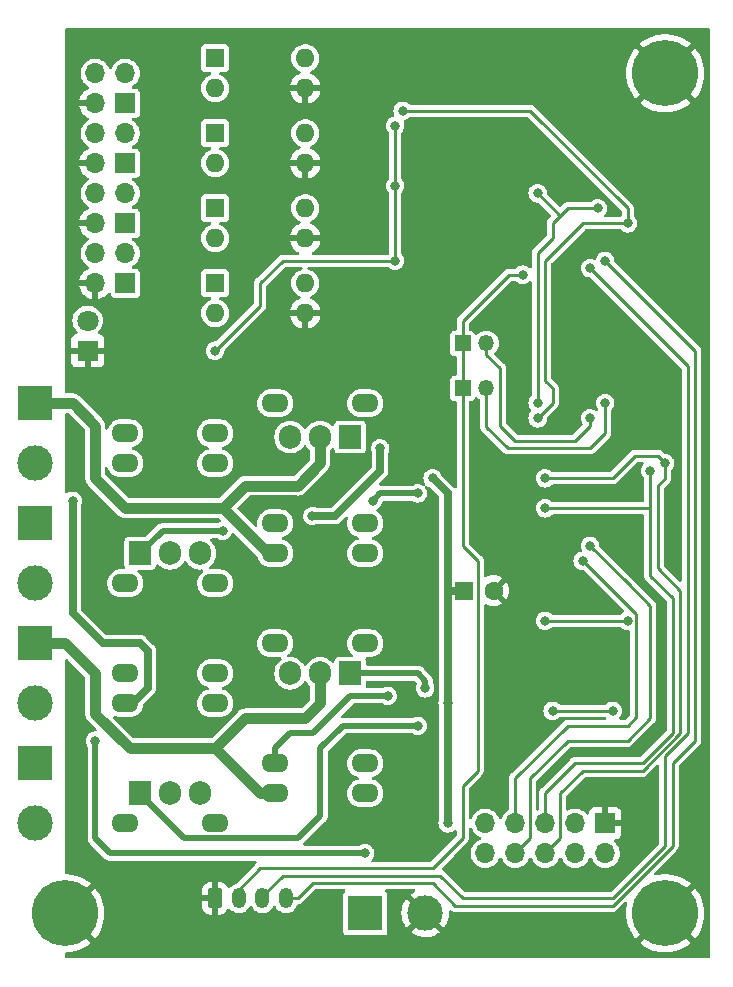
<source format=gbr>
%TF.GenerationSoftware,KiCad,Pcbnew,6.0.6*%
%TF.CreationDate,2022-09-05T11:32:39-04:00*%
%TF.ProjectId,mpio8,6d70696f-382e-46b6-9963-61645f706362,rev?*%
%TF.SameCoordinates,Original*%
%TF.FileFunction,Copper,L2,Bot*%
%TF.FilePolarity,Positive*%
%FSLAX46Y46*%
G04 Gerber Fmt 4.6, Leading zero omitted, Abs format (unit mm)*
G04 Created by KiCad (PCBNEW 6.0.6) date 2022-09-05 11:32:39*
%MOMM*%
%LPD*%
G01*
G04 APERTURE LIST*
G04 Aperture macros list*
%AMRoundRect*
0 Rectangle with rounded corners*
0 $1 Rounding radius*
0 $2 $3 $4 $5 $6 $7 $8 $9 X,Y pos of 4 corners*
0 Add a 4 corners polygon primitive as box body*
4,1,4,$2,$3,$4,$5,$6,$7,$8,$9,$2,$3,0*
0 Add four circle primitives for the rounded corners*
1,1,$1+$1,$2,$3*
1,1,$1+$1,$4,$5*
1,1,$1+$1,$6,$7*
1,1,$1+$1,$8,$9*
0 Add four rect primitives between the rounded corners*
20,1,$1+$1,$2,$3,$4,$5,0*
20,1,$1+$1,$4,$5,$6,$7,0*
20,1,$1+$1,$6,$7,$8,$9,0*
20,1,$1+$1,$8,$9,$2,$3,0*%
G04 Aperture macros list end*
%TA.AperFunction,ComponentPad*%
%ADD10R,1.800000X1.800000*%
%TD*%
%TA.AperFunction,ComponentPad*%
%ADD11C,1.800000*%
%TD*%
%TA.AperFunction,ComponentPad*%
%ADD12R,1.350000X1.350000*%
%TD*%
%TA.AperFunction,ComponentPad*%
%ADD13O,1.350000X1.350000*%
%TD*%
%TA.AperFunction,ComponentPad*%
%ADD14C,5.600000*%
%TD*%
%TA.AperFunction,ComponentPad*%
%ADD15R,1.600000X1.600000*%
%TD*%
%TA.AperFunction,ComponentPad*%
%ADD16C,1.600000*%
%TD*%
%TA.AperFunction,ComponentPad*%
%ADD17R,1.700000X1.700000*%
%TD*%
%TA.AperFunction,ComponentPad*%
%ADD18O,1.700000X1.700000*%
%TD*%
%TA.AperFunction,ComponentPad*%
%ADD19R,3.000000X3.000000*%
%TD*%
%TA.AperFunction,ComponentPad*%
%ADD20C,3.000000*%
%TD*%
%TA.AperFunction,ComponentPad*%
%ADD21O,2.300000X1.600000*%
%TD*%
%TA.AperFunction,ComponentPad*%
%ADD22O,1.600000X1.600000*%
%TD*%
%TA.AperFunction,ComponentPad*%
%ADD23R,1.905000X2.000000*%
%TD*%
%TA.AperFunction,ComponentPad*%
%ADD24O,1.905000X2.000000*%
%TD*%
%TA.AperFunction,ComponentPad*%
%ADD25RoundRect,0.250000X-0.350000X-0.625000X0.350000X-0.625000X0.350000X0.625000X-0.350000X0.625000X0*%
%TD*%
%TA.AperFunction,ComponentPad*%
%ADD26O,1.200000X1.750000*%
%TD*%
%TA.AperFunction,ViaPad*%
%ADD27C,0.800000*%
%TD*%
%TA.AperFunction,Conductor*%
%ADD28C,0.508000*%
%TD*%
%TA.AperFunction,Conductor*%
%ADD29C,0.635000*%
%TD*%
%TA.AperFunction,Conductor*%
%ADD30C,0.254000*%
%TD*%
%TA.AperFunction,Conductor*%
%ADD31C,0.889000*%
%TD*%
G04 APERTURE END LIST*
D10*
%TO.P,D5,1,K*%
%TO.N,GND*%
X85725000Y-84455000D03*
D11*
%TO.P,D5,2,A*%
%TO.N,Net-(R21-Pad1)*%
X85725000Y-81915000D03*
%TD*%
D12*
%TO.P,JP12,1,A*%
%TO.N,VCC*%
X117475000Y-87630000D03*
D13*
%TO.P,JP12,2,B*%
%TO.N,Net-(U1-Pad2)*%
X119475000Y-87630000D03*
%TD*%
D12*
%TO.P,JP11,1,A*%
%TO.N,VCC*%
X117475000Y-83820000D03*
D13*
%TO.P,JP11,2,B*%
%TO.N,Net-(U1-Pad1)*%
X119475000Y-83820000D03*
%TD*%
D14*
%TO.P,H3,1,1*%
%TO.N,GND*%
X83820000Y-132080000D03*
%TD*%
D15*
%TO.P,C1,1*%
%TO.N,+5V*%
X117592349Y-104775000D03*
D16*
%TO.P,C1,2*%
%TO.N,GND*%
X120092349Y-104775000D03*
%TD*%
D17*
%TO.P,J3,1,Pin_1*%
%TO.N,GND*%
X129540000Y-124460000D03*
D18*
%TO.P,J3,2,Pin_2*%
%TO.N,VCC*%
X129540000Y-127000000D03*
%TO.P,J3,3,Pin_3*%
%TO.N,IO0*%
X127000000Y-124460000D03*
%TO.P,J3,4,Pin_4*%
%TO.N,IO1*%
X127000000Y-127000000D03*
%TO.P,J3,5,Pin_5*%
%TO.N,IO2*%
X124460000Y-124460000D03*
%TO.P,J3,6,Pin_6*%
%TO.N,IO3*%
X124460000Y-127000000D03*
%TO.P,J3,7,Pin_7*%
%TO.N,IO4*%
X121920000Y-124460000D03*
%TO.P,J3,8,Pin_8*%
%TO.N,IO5*%
X121920000Y-127000000D03*
%TO.P,J3,9,Pin_9*%
%TO.N,IO6*%
X119380000Y-124460000D03*
%TO.P,J3,10,Pin_10*%
%TO.N,IO7*%
X119380000Y-127000000D03*
%TD*%
D14*
%TO.P,H1,1,1*%
%TO.N,GND*%
X134620000Y-60960000D03*
%TD*%
D17*
%TO.P,J11,1,Pin_1*%
%TO.N,Net-(R17-Pad2)*%
X88900000Y-63500000D03*
D18*
%TO.P,J11,2,Pin_2*%
%TO.N,GND*%
X86360000Y-63500000D03*
%TO.P,J11,3,Pin_3*%
%TO.N,Net-(R18-Pad2)*%
X88900000Y-60960000D03*
%TO.P,J11,4,Pin_4*%
%TO.N,Net-(U7-Pad2)*%
X86360000Y-60960000D03*
%TD*%
D17*
%TO.P,J9,1,Pin_1*%
%TO.N,Net-(JP10-Pad2)*%
X88900000Y-73660000D03*
D18*
%TO.P,J9,2,Pin_2*%
%TO.N,GND*%
X86360000Y-73660000D03*
%TO.P,J9,3,Pin_3*%
%TO.N,Net-(R12-Pad1)*%
X88900000Y-71120000D03*
%TO.P,J9,4,Pin_4*%
%TO.N,Net-(U5-Pad2)*%
X86360000Y-71120000D03*
%TD*%
D19*
%TO.P,J5,1,Pin_1*%
%TO.N,/OUT1NO*%
X81280000Y-109220000D03*
D20*
%TO.P,J5,2,Pin_2*%
%TO.N,/OUT1COM*%
X81280000Y-114300000D03*
%TD*%
D21*
%TO.P,K2,1*%
%TO.N,/OUT1COM*%
X101600000Y-109220000D03*
%TO.P,K2,5*%
%TO.N,Net-(D2-Pad2)*%
X101600000Y-119380000D03*
%TO.P,K2,6*%
%TO.N,/OUT1NO*%
X101600000Y-121920000D03*
%TO.P,K2,7*%
%TO.N,unconnected-(K2-Pad7)*%
X109220000Y-121920000D03*
%TO.P,K2,8*%
%TO.N,+5V*%
X109220000Y-119380000D03*
%TO.P,K2,12*%
%TO.N,/OUT1COM*%
X109220000Y-109220000D03*
%TD*%
D15*
%TO.P,U5,1*%
%TO.N,Net-(R12-Pad2)*%
X96520000Y-72390000D03*
D22*
%TO.P,U5,2*%
%TO.N,Net-(U5-Pad2)*%
X96520000Y-74930000D03*
%TO.P,U5,3*%
%TO.N,GND*%
X104140000Y-74930000D03*
%TO.P,U5,4*%
%TO.N,IO5*%
X104140000Y-72390000D03*
%TD*%
D23*
%TO.P,Q5,1,G*%
%TO.N,Net-(U3-Pad7)*%
X90170000Y-101600000D03*
D24*
%TO.P,Q5,2,D*%
%TO.N,/OUT2NO*%
X92710000Y-101600000D03*
%TO.P,Q5,3,S*%
%TO.N,/OUT2COM*%
X95250000Y-101600000D03*
%TD*%
D15*
%TO.P,U7,1*%
%TO.N,Net-(R18-Pad1)*%
X96520000Y-59690000D03*
D22*
%TO.P,U7,2*%
%TO.N,Net-(U7-Pad2)*%
X96520000Y-62230000D03*
%TO.P,U7,3*%
%TO.N,GND*%
X104140000Y-62230000D03*
%TO.P,U7,4*%
%TO.N,IO7*%
X104140000Y-59690000D03*
%TD*%
D14*
%TO.P,H2,1,1*%
%TO.N,GND*%
X134620000Y-132080000D03*
%TD*%
D23*
%TO.P,Q1,1,G*%
%TO.N,Net-(U2-Pad7)*%
X90170000Y-121920000D03*
D24*
%TO.P,Q1,2,D*%
%TO.N,/OUT0NO*%
X92710000Y-121920000D03*
%TO.P,Q1,3,S*%
%TO.N,/OUT0COM*%
X95250000Y-121920000D03*
%TD*%
D21*
%TO.P,K3,1*%
%TO.N,/OUT2COM*%
X96520000Y-104140000D03*
%TO.P,K3,5*%
%TO.N,Net-(D3-Pad2)*%
X96520000Y-93980000D03*
%TO.P,K3,6*%
%TO.N,/OUT2NO*%
X96520000Y-91440000D03*
%TO.P,K3,7*%
%TO.N,unconnected-(K3-Pad7)*%
X88900000Y-91440000D03*
%TO.P,K3,8*%
%TO.N,+5V*%
X88900000Y-93980000D03*
%TO.P,K3,12*%
%TO.N,/OUT2COM*%
X88900000Y-104140000D03*
%TD*%
%TO.P,K4,1*%
%TO.N,/OUT3COM*%
X101600000Y-88900000D03*
%TO.P,K4,5*%
%TO.N,Net-(D4-Pad2)*%
X101600000Y-99060000D03*
%TO.P,K4,6*%
%TO.N,/OUT3NO*%
X101600000Y-101600000D03*
%TO.P,K4,7*%
%TO.N,unconnected-(K4-Pad7)*%
X109220000Y-101600000D03*
%TO.P,K4,8*%
%TO.N,+5V*%
X109220000Y-99060000D03*
%TO.P,K4,12*%
%TO.N,/OUT3COM*%
X109220000Y-88900000D03*
%TD*%
D25*
%TO.P,J2,1,Pin_1*%
%TO.N,GND*%
X96520000Y-130810000D03*
D26*
%TO.P,J2,2,Pin_2*%
%TO.N,VCC*%
X98520000Y-130810000D03*
%TO.P,J2,3,Pin_3*%
%TO.N,/SDA*%
X100520000Y-130810000D03*
%TO.P,J2,4,Pin_4*%
%TO.N,/SCL*%
X102520000Y-130810000D03*
%TD*%
D17*
%TO.P,J10,1,Pin_1*%
%TO.N,Net-(R14-Pad2)*%
X88900000Y-68580000D03*
D18*
%TO.P,J10,2,Pin_2*%
%TO.N,GND*%
X86360000Y-68580000D03*
%TO.P,J10,3,Pin_3*%
%TO.N,Net-(R15-Pad2)*%
X88900000Y-66040000D03*
%TO.P,J10,4,Pin_4*%
%TO.N,Net-(U6-Pad2)*%
X86360000Y-66040000D03*
%TD*%
D17*
%TO.P,J8,1,Pin_1*%
%TO.N,Net-(JP9-Pad2)*%
X88900000Y-78740000D03*
D18*
%TO.P,J8,2,Pin_2*%
%TO.N,GND*%
X86360000Y-78740000D03*
%TO.P,J8,3,Pin_3*%
%TO.N,Net-(R8-Pad1)*%
X88900000Y-76200000D03*
%TO.P,J8,4,Pin_4*%
%TO.N,Net-(U4-Pad2)*%
X86360000Y-76200000D03*
%TD*%
D23*
%TO.P,Q3,1,G*%
%TO.N,Net-(U2-Pad5)*%
X107950000Y-111760000D03*
D24*
%TO.P,Q3,2,D*%
%TO.N,/OUT1NO*%
X105410000Y-111760000D03*
%TO.P,Q3,3,S*%
%TO.N,/OUT1COM*%
X102870000Y-111760000D03*
%TD*%
D15*
%TO.P,U6,1*%
%TO.N,Net-(R15-Pad1)*%
X96520000Y-66040000D03*
D22*
%TO.P,U6,2*%
%TO.N,Net-(U6-Pad2)*%
X96520000Y-68580000D03*
%TO.P,U6,3*%
%TO.N,GND*%
X104140000Y-68580000D03*
%TO.P,U6,4*%
%TO.N,IO6*%
X104140000Y-66040000D03*
%TD*%
D21*
%TO.P,K1,1*%
%TO.N,/OUT0COM*%
X96520000Y-124460000D03*
%TO.P,K1,5*%
%TO.N,Net-(D1-Pad2)*%
X96520000Y-114300000D03*
%TO.P,K1,6*%
%TO.N,/OUT0NO*%
X96520000Y-111760000D03*
%TO.P,K1,7*%
%TO.N,unconnected-(K1-Pad7)*%
X88900000Y-111760000D03*
%TO.P,K1,8*%
%TO.N,+5V*%
X88900000Y-114300000D03*
%TO.P,K1,12*%
%TO.N,/OUT0COM*%
X88900000Y-124460000D03*
%TD*%
D19*
%TO.P,J6,1,Pin_1*%
%TO.N,/OUT2NO*%
X81280000Y-99060000D03*
D20*
%TO.P,J6,2,Pin_2*%
%TO.N,/OUT2COM*%
X81280000Y-104140000D03*
%TD*%
D15*
%TO.P,U4,1*%
%TO.N,Net-(R8-Pad2)*%
X96520000Y-78740000D03*
D22*
%TO.P,U4,2*%
%TO.N,Net-(U4-Pad2)*%
X96520000Y-81280000D03*
%TO.P,U4,3*%
%TO.N,GND*%
X104140000Y-81280000D03*
%TO.P,U4,4*%
%TO.N,IO4*%
X104140000Y-78740000D03*
%TD*%
D19*
%TO.P,J4,1,Pin_1*%
%TO.N,/OUT0NO*%
X81280000Y-119380000D03*
D20*
%TO.P,J4,2,Pin_2*%
%TO.N,/OUT0COM*%
X81280000Y-124460000D03*
%TD*%
D19*
%TO.P,J7,1,Pin_1*%
%TO.N,/OUT3NO*%
X81280000Y-88900000D03*
D20*
%TO.P,J7,2,Pin_2*%
%TO.N,/OUT3COM*%
X81280000Y-93980000D03*
%TD*%
D19*
%TO.P,J1,1,Pin_1*%
%TO.N,+5V*%
X109220000Y-132080000D03*
D20*
%TO.P,J1,2,Pin_2*%
%TO.N,GND*%
X114300000Y-132080000D03*
%TD*%
D23*
%TO.P,Q7,1,G*%
%TO.N,Net-(U3-Pad5)*%
X107950000Y-91765000D03*
D24*
%TO.P,Q7,2,D*%
%TO.N,/OUT3NO*%
X105410000Y-91765000D03*
%TO.P,Q7,3,S*%
%TO.N,/OUT3COM*%
X102870000Y-91765000D03*
%TD*%
D27*
%TO.N,+5V*%
X109220000Y-127000000D03*
%TO.N,GND*%
X106680000Y-65405000D03*
%TO.N,VCC*%
X96520000Y-84455000D03*
%TO.N,IO3*%
X124460000Y-95250000D03*
%TO.N,Net-(U1-Pad1)*%
X128270000Y-90170000D03*
%TO.N,Net-(U1-Pad2)*%
X129540000Y-88900000D03*
%TO.N,GND*%
X129540000Y-83185000D03*
X121920000Y-85725000D03*
%TO.N,Net-(U2-Pad5)*%
X114300000Y-113030000D03*
%TO.N,IO6*%
X123825000Y-71120000D03*
%TO.N,IO7*%
X131445000Y-73660000D03*
%TO.N,IO6*%
X128905000Y-72390000D03*
%TO.N,GND*%
X125730000Y-80010000D03*
%TO.N,IO7*%
X123825000Y-90170000D03*
%TO.N,IO6*%
X123825000Y-88900000D03*
%TO.N,GND*%
X135255000Y-87630000D03*
%TO.N,/SDA*%
X128270000Y-77470000D03*
%TO.N,/SCL*%
X129540000Y-76835000D03*
%TO.N,IO4*%
X127635000Y-102235000D03*
%TO.N,IO5*%
X128270000Y-100965000D03*
%TO.N,IO2*%
X133350000Y-94615000D03*
%TO.N,IO3*%
X134620000Y-93980000D03*
%TO.N,IO1*%
X131445000Y-107315000D03*
%TO.N,+5V*%
X116205000Y-124460000D03*
%TO.N,VCC*%
X122555000Y-78013500D03*
%TO.N,IO0*%
X130175000Y-114935000D03*
%TO.N,+5V*%
X116205000Y-114300000D03*
X86360000Y-117475000D03*
X84455000Y-97155000D03*
X114935000Y-95250000D03*
%TO.N,GND*%
X113030000Y-120650000D03*
X111760000Y-88900000D03*
X114935000Y-72481500D03*
X114935000Y-78831500D03*
X120650000Y-114300000D03*
X112395000Y-109220000D03*
X101600000Y-106680000D03*
X92710000Y-128270000D03*
X118745000Y-99060000D03*
%TO.N,VCC*%
X111760000Y-65405000D03*
X111760000Y-70485000D03*
X111760000Y-76835000D03*
%TO.N,Net-(D2-Pad2)*%
X111125000Y-113665000D03*
%TO.N,IO0*%
X125095000Y-114935000D03*
%TO.N,IO1*%
X124460000Y-107315000D03*
%TO.N,IO2*%
X124460000Y-97790000D03*
%TO.N,Net-(D4-Pad2)*%
X110490000Y-92710000D03*
X104760000Y-98440000D03*
%TO.N,IO7*%
X112395000Y-64135000D03*
%TO.N,Net-(U2-Pad7)*%
X113665000Y-116205000D03*
%TO.N,Net-(U3-Pad7)*%
X113665000Y-96520000D03*
X109855000Y-97155000D03*
X97155000Y-99695000D03*
%TD*%
D28*
%TO.N,+5V*%
X86360000Y-117475000D02*
X86360000Y-125730000D01*
X86360000Y-125730000D02*
X87630000Y-127000000D01*
X87630000Y-127000000D02*
X109220000Y-127000000D01*
D29*
X90805000Y-109855000D02*
X90805000Y-113030000D01*
X90170000Y-109220000D02*
X90805000Y-109855000D01*
X90805000Y-113030000D02*
X89535000Y-114300000D01*
X89535000Y-114300000D02*
X88900000Y-114300000D01*
X86995000Y-109220000D02*
X90170000Y-109220000D01*
X116205000Y-104775000D02*
X117592349Y-104775000D01*
D30*
%TO.N,VCC*%
X117475000Y-121285000D02*
X117475000Y-125730000D01*
X118745000Y-102235000D02*
X118745000Y-120015000D01*
X117475000Y-83820000D02*
X117475000Y-100965000D01*
X117475000Y-100965000D02*
X118745000Y-102235000D01*
X118745000Y-120015000D02*
X117475000Y-121285000D01*
D29*
%TO.N,+5V*%
X116205000Y-104140000D02*
X116205000Y-104775000D01*
X116205000Y-104775000D02*
X116205000Y-114300000D01*
D30*
%TO.N,VCC*%
X102235000Y-76835000D02*
X111760000Y-76835000D01*
X100330000Y-80645000D02*
X100330000Y-78740000D01*
X96520000Y-84455000D02*
X100330000Y-80645000D01*
X100330000Y-78740000D02*
X102235000Y-76835000D01*
%TO.N,IO3*%
X133985000Y-93345000D02*
X134620000Y-93980000D01*
X124460000Y-95250000D02*
X130175000Y-95250000D01*
X130175000Y-95250000D02*
X132080000Y-93345000D01*
X132080000Y-93345000D02*
X133985000Y-93345000D01*
%TO.N,Net-(U1-Pad1)*%
X119475000Y-83820000D02*
X119475000Y-84774594D01*
X121920000Y-92075000D02*
X127000000Y-92075000D01*
X119475000Y-84774594D02*
X120650000Y-85949594D01*
X128270000Y-90805000D02*
X128270000Y-90170000D01*
X120650000Y-85949594D02*
X120650000Y-90805000D01*
X120650000Y-90805000D02*
X121920000Y-92075000D01*
X127000000Y-92075000D02*
X128270000Y-90805000D01*
%TO.N,Net-(U1-Pad2)*%
X128270000Y-92710000D02*
X121285000Y-92710000D01*
X129540000Y-88900000D02*
X129540000Y-91440000D01*
X129540000Y-91440000D02*
X128270000Y-92710000D01*
X121285000Y-92710000D02*
X119475000Y-90900000D01*
X119475000Y-90900000D02*
X119475000Y-87630000D01*
D28*
%TO.N,Net-(U2-Pad5)*%
X114300000Y-112395000D02*
X114300000Y-113030000D01*
X113665000Y-111760000D02*
X114300000Y-112395000D01*
D30*
%TO.N,IO6*%
X126365000Y-72390000D02*
X125730000Y-73025000D01*
X125730000Y-73025000D02*
X125095000Y-73660000D01*
X123825000Y-71120000D02*
X125730000Y-73025000D01*
%TO.N,IO7*%
X112395000Y-64135000D02*
X123190000Y-64135000D01*
X123190000Y-64135000D02*
X131445000Y-72390000D01*
X131445000Y-72390000D02*
X131445000Y-73660000D01*
X124460000Y-76835000D02*
X124460000Y-86995000D01*
X131445000Y-73660000D02*
X127635000Y-73660000D01*
X127635000Y-73660000D02*
X124460000Y-76835000D01*
X124460000Y-86995000D02*
X125095000Y-87630000D01*
X125095000Y-87630000D02*
X125095000Y-88900000D01*
X125095000Y-88900000D02*
X123825000Y-90170000D01*
%TO.N,IO6*%
X126365000Y-72390000D02*
X128905000Y-72390000D01*
X125095000Y-74930000D02*
X125095000Y-73660000D01*
X123825000Y-88900000D02*
X123825000Y-76200000D01*
X123825000Y-76200000D02*
X125095000Y-74930000D01*
%TO.N,VCC*%
X122555000Y-78013500D02*
X121376500Y-78013500D01*
X121376500Y-78013500D02*
X117475000Y-81915000D01*
X117475000Y-81915000D02*
X117475000Y-84455000D01*
X114935000Y-128270000D02*
X100330000Y-128270000D01*
X117475000Y-125730000D02*
X114935000Y-128270000D01*
X100330000Y-128270000D02*
X98520000Y-130080000D01*
X98520000Y-130080000D02*
X98520000Y-130810000D01*
%TO.N,/SDA*%
X128270000Y-77470000D02*
X136525000Y-85725000D01*
X136525000Y-85725000D02*
X136525000Y-116847052D01*
X130167948Y-130810000D02*
X117475000Y-130810000D01*
X115570000Y-128905000D02*
X102235000Y-128905000D01*
X136525000Y-116847052D02*
X134620000Y-118752052D01*
X134620000Y-118752052D02*
X134620000Y-126357948D01*
X134620000Y-126357948D02*
X130167948Y-130810000D01*
X117475000Y-130810000D02*
X115570000Y-128905000D01*
X102235000Y-128905000D02*
X100520000Y-130620000D01*
X100520000Y-130620000D02*
X100520000Y-130810000D01*
%TO.N,/SCL*%
X102520000Y-130810000D02*
X103505000Y-130810000D01*
X135255000Y-126365000D02*
X135255000Y-119380000D01*
X103505000Y-130810000D02*
X104775000Y-129540000D01*
X104775000Y-129540000D02*
X114935000Y-129540000D01*
X114935000Y-129540000D02*
X116840000Y-131445000D01*
X116840000Y-131445000D02*
X130175000Y-131445000D01*
X130175000Y-131445000D02*
X135255000Y-126365000D01*
X135255000Y-119380000D02*
X137160000Y-117475000D01*
X137160000Y-84455000D02*
X129540000Y-76835000D01*
X137160000Y-117475000D02*
X137160000Y-84455000D01*
%TO.N,IO4*%
X130810000Y-105410000D02*
X127635000Y-102235000D01*
%TO.N,IO5*%
X131445000Y-104140000D02*
X128270000Y-100965000D01*
%TO.N,IO2*%
X133350000Y-103505000D02*
X133350000Y-97790000D01*
X133350000Y-97790000D02*
X133350000Y-94615000D01*
X124460000Y-97790000D02*
X133350000Y-97790000D01*
%TO.N,IO5*%
X126365000Y-117475000D02*
X131445000Y-117475000D01*
X133350000Y-115570000D02*
X133350000Y-106045000D01*
X123190000Y-125730000D02*
X123190000Y-120650000D01*
X131445000Y-117475000D02*
X133350000Y-115570000D01*
X121920000Y-127000000D02*
X123190000Y-125730000D01*
X123190000Y-120650000D02*
X126365000Y-117475000D01*
X133350000Y-106045000D02*
X131445000Y-104140000D01*
%TO.N,IO4*%
X126365000Y-116205000D02*
X131445000Y-116205000D01*
X121920000Y-124460000D02*
X121920000Y-120650000D01*
X121920000Y-120650000D02*
X126365000Y-116205000D01*
X132172000Y-106772000D02*
X130810000Y-105410000D01*
X131445000Y-116205000D02*
X132172000Y-115478000D01*
X132172000Y-115478000D02*
X132172000Y-106772000D01*
%TO.N,IO2*%
X124460000Y-124460000D02*
X124460000Y-121920000D01*
X135251474Y-116836474D02*
X135251474Y-105406474D01*
X124460000Y-121920000D02*
X127000000Y-119380000D01*
X127000000Y-119380000D02*
X132707948Y-119380000D01*
X132707948Y-119380000D02*
X135251474Y-116836474D01*
X135251474Y-105406474D02*
X133350000Y-103505000D01*
%TO.N,IO3*%
X134620000Y-93980000D02*
X134620000Y-95250000D01*
X134620000Y-95250000D02*
X133985000Y-95885000D01*
X125730000Y-125730000D02*
X124460000Y-127000000D01*
X133985000Y-95885000D02*
X133985000Y-102870000D01*
X135890000Y-104775000D02*
X135890000Y-116840000D01*
X132715000Y-120015000D02*
X127635000Y-120015000D01*
X125730000Y-121920000D02*
X125730000Y-125730000D01*
X133985000Y-102870000D02*
X135890000Y-104775000D01*
X135890000Y-116840000D02*
X132715000Y-120015000D01*
X127635000Y-120015000D02*
X125730000Y-121920000D01*
%TO.N,IO1*%
X131445000Y-107315000D02*
X124460000Y-107315000D01*
D29*
%TO.N,+5V*%
X116205000Y-124460000D02*
X116205000Y-117475000D01*
D30*
%TO.N,IO0*%
X125095000Y-114935000D02*
X130175000Y-114935000D01*
D29*
%TO.N,+5V*%
X116205000Y-96520000D02*
X116205000Y-104140000D01*
X84455000Y-97155000D02*
X84455000Y-106680000D01*
X114935000Y-95250000D02*
X116205000Y-96520000D01*
X116205000Y-114300000D02*
X116205000Y-117475000D01*
X84455000Y-106680000D02*
X86995000Y-109220000D01*
D30*
%TO.N,VCC*%
X111760000Y-70485000D02*
X111760000Y-65405000D01*
X111760000Y-76835000D02*
X111760000Y-70485000D01*
D28*
%TO.N,Net-(D2-Pad2)*%
X104775000Y-116840000D02*
X107950000Y-113665000D01*
X107950000Y-113665000D02*
X111125000Y-113665000D01*
X102870000Y-116840000D02*
X104775000Y-116840000D01*
X101600000Y-118110000D02*
X102870000Y-116840000D01*
X101600000Y-119380000D02*
X101600000Y-118110000D01*
D31*
%TO.N,/OUT1NO*%
X83820000Y-109220000D02*
X86360000Y-111760000D01*
X105410000Y-114300000D02*
X105410000Y-111760000D01*
X89274873Y-118110000D02*
X96520000Y-118110000D01*
X81280000Y-109220000D02*
X83820000Y-109220000D01*
X99060000Y-115570000D02*
X104140000Y-115570000D01*
X96520000Y-118110000D02*
X100330000Y-121920000D01*
X96520000Y-118110000D02*
X99060000Y-115570000D01*
X86360000Y-111760000D02*
X86360000Y-115195127D01*
X100330000Y-121920000D02*
X101600000Y-121920000D01*
X86360000Y-115195127D02*
X89274873Y-118110000D01*
X104140000Y-115570000D02*
X105410000Y-114300000D01*
D29*
%TO.N,Net-(D4-Pad2)*%
X106665000Y-98440000D02*
X104760000Y-98440000D01*
X110490000Y-94615000D02*
X106665000Y-98440000D01*
X110490000Y-92710000D02*
X110490000Y-94615000D01*
D28*
%TO.N,Net-(U2-Pad7)*%
X93916500Y-125714000D02*
X97806000Y-125714000D01*
X90170000Y-121967500D02*
X92027500Y-123825000D01*
X97806000Y-125714000D02*
X103521000Y-125714000D01*
X107315000Y-116205000D02*
X113665000Y-116205000D01*
X105410000Y-123825000D02*
X105410000Y-118110000D01*
X90170000Y-121920000D02*
X90170000Y-121967500D01*
X103521000Y-125714000D02*
X105410000Y-123825000D01*
X105410000Y-118110000D02*
X107315000Y-116205000D01*
X92027500Y-123825000D02*
X93916500Y-125714000D01*
%TO.N,Net-(U2-Pad5)*%
X107950000Y-111760000D02*
X113665000Y-111760000D01*
%TO.N,Net-(U3-Pad7)*%
X110490000Y-96520000D02*
X109855000Y-97155000D01*
X97155000Y-99695000D02*
X92075000Y-99695000D01*
X92075000Y-99695000D02*
X90170000Y-101600000D01*
X113665000Y-96520000D02*
X110490000Y-96520000D01*
D31*
%TO.N,/OUT3NO*%
X105410000Y-91765000D02*
X105410000Y-93980000D01*
X105410000Y-93980000D02*
X103505000Y-95885000D01*
X88900000Y-97790000D02*
X97155000Y-97790000D01*
X99060000Y-95885000D02*
X97155000Y-97790000D01*
X81280000Y-88900000D02*
X84455000Y-88900000D01*
X100965000Y-101600000D02*
X101600000Y-101600000D01*
X86360000Y-90805000D02*
X86360000Y-95250000D01*
X97155000Y-97790000D02*
X100965000Y-101600000D01*
X84455000Y-88900000D02*
X86360000Y-90805000D01*
X103505000Y-95885000D02*
X99060000Y-95885000D01*
X86360000Y-95250000D02*
X88900000Y-97790000D01*
%TD*%
%TA.AperFunction,Conductor*%
%TO.N,GND*%
G36*
X138372121Y-57170002D02*
G01*
X138418614Y-57223658D01*
X138430000Y-57276000D01*
X138430000Y-135764000D01*
X138409998Y-135832121D01*
X138356342Y-135878614D01*
X138304000Y-135890000D01*
X83946000Y-135890000D01*
X83877879Y-135869998D01*
X83831386Y-135816342D01*
X83820000Y-135764000D01*
X83820000Y-135514718D01*
X83840002Y-135446597D01*
X83893658Y-135400104D01*
X83946659Y-135388720D01*
X83978419Y-135388886D01*
X83985221Y-135388554D01*
X84334853Y-135352423D01*
X84341581Y-135351357D01*
X84685274Y-135277676D01*
X84691822Y-135275897D01*
X85025549Y-135165527D01*
X85031891Y-135163041D01*
X85351718Y-135017288D01*
X85357777Y-135014121D01*
X85659995Y-134834676D01*
X85665659Y-134830884D01*
X85946732Y-134619849D01*
X85951958Y-134615464D01*
X85961613Y-134606428D01*
X85967540Y-134596381D01*
X132469160Y-134596381D01*
X132469237Y-134597470D01*
X132471698Y-134601206D01*
X132745632Y-134811404D01*
X132751262Y-134815259D01*
X133051591Y-134997862D01*
X133057593Y-135001080D01*
X133375897Y-135150184D01*
X133382202Y-135152732D01*
X133714743Y-135266587D01*
X133721313Y-135268446D01*
X134064183Y-135345714D01*
X134070912Y-135346853D01*
X134420143Y-135386643D01*
X134426933Y-135387046D01*
X134778419Y-135388886D01*
X134785220Y-135388554D01*
X135134853Y-135352423D01*
X135141581Y-135351357D01*
X135485274Y-135277676D01*
X135491822Y-135275897D01*
X135825549Y-135165527D01*
X135831891Y-135163041D01*
X136151718Y-135017288D01*
X136157777Y-135014121D01*
X136459995Y-134834676D01*
X136465659Y-134830884D01*
X136746732Y-134619849D01*
X136751958Y-134615464D01*
X136761613Y-134606428D01*
X136769682Y-134592750D01*
X136769654Y-134592024D01*
X136764512Y-134583723D01*
X134632810Y-132452020D01*
X134618869Y-132444408D01*
X134617034Y-132444539D01*
X134610420Y-132448790D01*
X132476774Y-134582437D01*
X132469160Y-134596381D01*
X85967540Y-134596381D01*
X85969682Y-134592750D01*
X85969654Y-134592024D01*
X85964512Y-134583723D01*
X83820000Y-132439210D01*
X83820000Y-132081131D01*
X84184408Y-132081131D01*
X84184539Y-132082966D01*
X84188790Y-132089580D01*
X86319009Y-134219798D01*
X86332605Y-134227223D01*
X86342218Y-134220522D01*
X86442518Y-134103912D01*
X86446676Y-134098514D01*
X86645762Y-133808840D01*
X86649310Y-133803029D01*
X86815942Y-133493559D01*
X86818849Y-133487381D01*
X86951090Y-133161713D01*
X86953304Y-133155283D01*
X87049598Y-132817237D01*
X87051105Y-132810607D01*
X87110332Y-132464118D01*
X87111112Y-132457378D01*
X87132668Y-132104925D01*
X87132784Y-132101323D01*
X87132853Y-132081819D01*
X87132761Y-132078194D01*
X87113666Y-131725615D01*
X87112931Y-131718849D01*
X87074161Y-131482095D01*
X95412001Y-131482095D01*
X95412338Y-131488614D01*
X95422257Y-131584206D01*
X95425149Y-131597600D01*
X95476588Y-131751784D01*
X95482761Y-131764962D01*
X95568063Y-131902807D01*
X95577099Y-131914208D01*
X95691829Y-132028739D01*
X95703240Y-132037751D01*
X95841243Y-132122816D01*
X95854424Y-132128963D01*
X96008710Y-132180138D01*
X96022086Y-132183005D01*
X96116438Y-132192672D01*
X96122854Y-132193000D01*
X96247885Y-132193000D01*
X96263124Y-132188525D01*
X96264329Y-132187135D01*
X96266000Y-132179452D01*
X96266000Y-131082115D01*
X96261525Y-131066876D01*
X96260135Y-131065671D01*
X96252452Y-131064000D01*
X95430116Y-131064000D01*
X95414877Y-131068475D01*
X95413672Y-131069865D01*
X95412001Y-131077548D01*
X95412001Y-131482095D01*
X87074161Y-131482095D01*
X87056130Y-131371985D01*
X87054663Y-131365313D01*
X86960736Y-131026627D01*
X86958562Y-131020163D01*
X86828598Y-130693578D01*
X86825742Y-130687398D01*
X86746579Y-130537885D01*
X95412000Y-130537885D01*
X95416475Y-130553124D01*
X95417865Y-130554329D01*
X95425548Y-130556000D01*
X96247885Y-130556000D01*
X96263124Y-130551525D01*
X96264329Y-130550135D01*
X96266000Y-130542452D01*
X96266000Y-129445116D01*
X96261525Y-129429877D01*
X96260135Y-129428672D01*
X96252452Y-129427001D01*
X96122905Y-129427001D01*
X96116386Y-129427338D01*
X96020794Y-129437257D01*
X96007400Y-129440149D01*
X95853216Y-129491588D01*
X95840038Y-129497761D01*
X95702193Y-129583063D01*
X95690792Y-129592099D01*
X95576261Y-129706829D01*
X95567249Y-129718240D01*
X95482184Y-129856243D01*
X95476037Y-129869424D01*
X95424862Y-130023710D01*
X95421995Y-130037086D01*
X95412328Y-130131438D01*
X95412000Y-130137855D01*
X95412000Y-130537885D01*
X86746579Y-130537885D01*
X86661269Y-130376763D01*
X86657769Y-130370937D01*
X86460697Y-130079862D01*
X86456590Y-130074453D01*
X86343565Y-129941179D01*
X86330740Y-129932743D01*
X86320416Y-129938795D01*
X84192020Y-132067190D01*
X84184408Y-132081131D01*
X83820000Y-132081131D01*
X83820000Y-131720790D01*
X85962798Y-129577991D01*
X85970412Y-129564047D01*
X85970344Y-129563090D01*
X85965834Y-129556271D01*
X85964418Y-129555065D01*
X85684813Y-129342064D01*
X85679187Y-129338240D01*
X85378214Y-129156681D01*
X85372202Y-129153484D01*
X85053370Y-129005487D01*
X85047070Y-129002967D01*
X84714129Y-128890273D01*
X84707551Y-128888437D01*
X84364417Y-128812367D01*
X84357678Y-128811251D01*
X84008310Y-128772680D01*
X84001530Y-128772301D01*
X83945781Y-128772204D01*
X83877695Y-128752083D01*
X83831295Y-128698347D01*
X83820000Y-128646204D01*
X83820000Y-110692331D01*
X83840002Y-110624210D01*
X83893658Y-110577717D01*
X83963932Y-110567613D01*
X84028512Y-110597107D01*
X84035095Y-110603236D01*
X85497095Y-112065236D01*
X85531121Y-112127548D01*
X85534000Y-112154331D01*
X85534000Y-115155094D01*
X85533558Y-115165638D01*
X85529377Y-115215427D01*
X85539537Y-115291561D01*
X85539706Y-115292831D01*
X85540073Y-115295870D01*
X85548511Y-115373544D01*
X85550687Y-115380010D01*
X85551204Y-115382360D01*
X85551301Y-115382910D01*
X85551480Y-115383677D01*
X85551635Y-115384212D01*
X85552211Y-115386559D01*
X85553113Y-115393317D01*
X85574540Y-115452187D01*
X85579810Y-115466667D01*
X85580826Y-115469570D01*
X85603575Y-115537166D01*
X85603578Y-115537173D01*
X85605754Y-115543638D01*
X85609269Y-115549487D01*
X85610282Y-115551680D01*
X85610494Y-115552195D01*
X85610827Y-115552893D01*
X85611100Y-115553394D01*
X85612160Y-115555548D01*
X85614494Y-115561961D01*
X85656342Y-115627902D01*
X85657956Y-115630517D01*
X85698186Y-115697471D01*
X85702867Y-115702422D01*
X85704337Y-115704358D01*
X85704985Y-115705289D01*
X85707885Y-115709123D01*
X85710657Y-115713491D01*
X85714323Y-115717591D01*
X85766246Y-115769514D01*
X85768699Y-115772036D01*
X85810940Y-115816704D01*
X85821496Y-115827867D01*
X85827137Y-115831701D01*
X85831989Y-115835830D01*
X85839419Y-115842687D01*
X86471313Y-116474581D01*
X86505339Y-116536893D01*
X86500274Y-116607708D01*
X86457727Y-116664544D01*
X86391207Y-116689355D01*
X86379533Y-116689078D01*
X86379530Y-116689457D01*
X86372482Y-116689408D01*
X86365490Y-116688574D01*
X86358487Y-116689310D01*
X86358486Y-116689310D01*
X86198122Y-116706165D01*
X86198120Y-116706166D01*
X86191122Y-116706901D01*
X86025148Y-116763403D01*
X85986535Y-116787158D01*
X85881823Y-116851577D01*
X85881820Y-116851579D01*
X85875816Y-116855273D01*
X85870781Y-116860204D01*
X85870778Y-116860206D01*
X85759666Y-116969016D01*
X85750549Y-116977944D01*
X85655572Y-117125319D01*
X85595606Y-117290074D01*
X85594723Y-117297062D01*
X85594723Y-117297063D01*
X85593475Y-117306942D01*
X85573632Y-117464020D01*
X85590741Y-117638511D01*
X85646083Y-117804876D01*
X85649730Y-117810898D01*
X85649731Y-117810900D01*
X85706276Y-117904267D01*
X85724500Y-117969538D01*
X85724500Y-125650980D01*
X85723970Y-125662214D01*
X85722292Y-125669719D01*
X85722541Y-125677638D01*
X85724438Y-125738012D01*
X85724500Y-125741969D01*
X85724500Y-125769983D01*
X85724996Y-125773908D01*
X85724996Y-125773909D01*
X85725008Y-125774004D01*
X85725941Y-125785849D01*
X85726766Y-125812105D01*
X85726952Y-125817999D01*
X85727335Y-125830205D01*
X85733013Y-125849748D01*
X85737023Y-125869112D01*
X85738424Y-125880200D01*
X85739573Y-125889299D01*
X85742489Y-125896663D01*
X85742490Y-125896668D01*
X85755907Y-125930556D01*
X85759752Y-125941785D01*
X85772131Y-125984393D01*
X85776169Y-125991220D01*
X85776170Y-125991223D01*
X85782488Y-126001906D01*
X85791188Y-126019664D01*
X85795761Y-126031215D01*
X85795765Y-126031221D01*
X85798681Y-126038588D01*
X85803339Y-126044999D01*
X85803340Y-126045001D01*
X85824764Y-126074488D01*
X85831281Y-126084410D01*
X85849826Y-126115768D01*
X85849829Y-126115772D01*
X85853866Y-126122598D01*
X85868250Y-126136982D01*
X85881091Y-126152016D01*
X85893058Y-126168487D01*
X85899166Y-126173540D01*
X85927255Y-126196777D01*
X85936035Y-126204767D01*
X87124745Y-127393477D01*
X87132322Y-127401803D01*
X87136447Y-127408303D01*
X87142225Y-127413729D01*
X87142226Y-127413730D01*
X87186281Y-127455100D01*
X87189123Y-127457855D01*
X87208906Y-127477638D01*
X87212114Y-127480126D01*
X87221143Y-127487837D01*
X87253494Y-127518217D01*
X87260443Y-127522037D01*
X87271329Y-127528022D01*
X87287853Y-127538876D01*
X87303933Y-127551349D01*
X87311210Y-127554498D01*
X87344650Y-127568969D01*
X87355311Y-127574192D01*
X87387247Y-127591749D01*
X87387252Y-127591751D01*
X87394197Y-127595569D01*
X87401871Y-127597539D01*
X87401878Y-127597542D01*
X87413913Y-127600632D01*
X87432618Y-127607036D01*
X87444013Y-127611967D01*
X87451292Y-127615117D01*
X87478342Y-127619401D01*
X87495127Y-127622060D01*
X87506740Y-127624465D01*
X87549718Y-127635500D01*
X87570065Y-127635500D01*
X87589777Y-127637051D01*
X87609879Y-127640235D01*
X87617771Y-127639489D01*
X87654056Y-127636059D01*
X87665914Y-127635500D01*
X99948054Y-127635500D01*
X100016175Y-127655502D01*
X100062668Y-127709158D01*
X100072772Y-127779432D01*
X100043278Y-127844012D01*
X100030307Y-127856949D01*
X100017338Y-127868124D01*
X100009428Y-127874403D01*
X100002382Y-127879550D01*
X100002375Y-127879556D01*
X99998448Y-127882425D01*
X99987473Y-127893400D01*
X99980626Y-127899758D01*
X99942873Y-127932287D01*
X99937989Y-127939822D01*
X99932542Y-127946066D01*
X99922942Y-127957931D01*
X98334172Y-129546701D01*
X98277559Y-129578993D01*
X98274652Y-129579433D01*
X98087520Y-129648284D01*
X97918054Y-129753357D01*
X97913423Y-129757736D01*
X97913422Y-129757737D01*
X97841863Y-129825407D01*
X97773177Y-129890360D01*
X97770652Y-129893966D01*
X97711596Y-129932078D01*
X97640599Y-129932214D01*
X97580800Y-129893944D01*
X97561767Y-129864702D01*
X97557243Y-129855045D01*
X97471937Y-129717193D01*
X97462901Y-129705792D01*
X97348171Y-129591261D01*
X97336760Y-129582249D01*
X97198757Y-129497184D01*
X97185576Y-129491037D01*
X97031290Y-129439862D01*
X97017914Y-129436995D01*
X96923562Y-129427328D01*
X96917145Y-129427000D01*
X96792115Y-129427000D01*
X96776876Y-129431475D01*
X96775671Y-129432865D01*
X96774000Y-129440548D01*
X96774000Y-132174884D01*
X96778475Y-132190123D01*
X96779865Y-132191328D01*
X96787548Y-132192999D01*
X96917095Y-132192999D01*
X96923614Y-132192662D01*
X97019206Y-132182743D01*
X97032600Y-132179851D01*
X97186784Y-132128412D01*
X97199962Y-132122239D01*
X97337807Y-132036937D01*
X97349208Y-132027901D01*
X97463739Y-131913171D01*
X97472751Y-131901760D01*
X97557818Y-131763755D01*
X97563716Y-131751106D01*
X97610632Y-131697821D01*
X97678909Y-131678359D01*
X97746870Y-131698900D01*
X97773579Y-131722357D01*
X97798220Y-131751106D01*
X97839648Y-131799440D01*
X97844689Y-131803351D01*
X97844692Y-131803353D01*
X97926285Y-131866643D01*
X97997202Y-131921652D01*
X98176112Y-132009687D01*
X98265731Y-132033031D01*
X98362888Y-132058339D01*
X98362891Y-132058339D01*
X98369070Y-132059949D01*
X98454377Y-132064419D01*
X98561812Y-132070050D01*
X98561816Y-132070050D01*
X98568193Y-132070384D01*
X98765348Y-132040567D01*
X98952480Y-131971716D01*
X98980452Y-131954373D01*
X99006010Y-131938526D01*
X99121946Y-131866643D01*
X99158550Y-131832029D01*
X99230747Y-131763755D01*
X99266823Y-131729640D01*
X99381192Y-131566304D01*
X99403737Y-131514206D01*
X99449149Y-131459632D01*
X99516856Y-131438273D01*
X99585363Y-131456910D01*
X99629576Y-131503162D01*
X99709885Y-131648044D01*
X99839648Y-131799440D01*
X99844689Y-131803351D01*
X99844692Y-131803353D01*
X99926285Y-131866643D01*
X99997202Y-131921652D01*
X100176112Y-132009687D01*
X100265731Y-132033031D01*
X100362888Y-132058339D01*
X100362891Y-132058339D01*
X100369070Y-132059949D01*
X100454377Y-132064419D01*
X100561812Y-132070050D01*
X100561816Y-132070050D01*
X100568193Y-132070384D01*
X100765348Y-132040567D01*
X100952480Y-131971716D01*
X100980452Y-131954373D01*
X101006010Y-131938526D01*
X101121946Y-131866643D01*
X101158550Y-131832029D01*
X101230747Y-131763755D01*
X101266823Y-131729640D01*
X101381192Y-131566304D01*
X101403737Y-131514206D01*
X101449149Y-131459632D01*
X101516856Y-131438273D01*
X101585363Y-131456910D01*
X101629576Y-131503162D01*
X101709885Y-131648044D01*
X101839648Y-131799440D01*
X101844689Y-131803351D01*
X101844692Y-131803353D01*
X101926285Y-131866643D01*
X101997202Y-131921652D01*
X102176112Y-132009687D01*
X102265731Y-132033031D01*
X102362888Y-132058339D01*
X102362891Y-132058339D01*
X102369070Y-132059949D01*
X102454377Y-132064419D01*
X102561812Y-132070050D01*
X102561816Y-132070050D01*
X102568193Y-132070384D01*
X102765348Y-132040567D01*
X102952480Y-131971716D01*
X102980452Y-131954373D01*
X103006010Y-131938526D01*
X103121946Y-131866643D01*
X103158550Y-131832029D01*
X103230747Y-131763755D01*
X103266823Y-131729640D01*
X103381192Y-131566304D01*
X103456822Y-131391534D01*
X103502233Y-131336960D01*
X103564656Y-131315817D01*
X103609177Y-131313055D01*
X103617623Y-131310006D01*
X103620514Y-131309407D01*
X103637480Y-131305178D01*
X103640305Y-131304352D01*
X103649187Y-131303080D01*
X103692298Y-131283478D01*
X103701649Y-131279672D01*
X103737735Y-131266645D01*
X103746181Y-131263596D01*
X103753429Y-131258301D01*
X103756027Y-131256920D01*
X103771145Y-131248085D01*
X103773614Y-131246506D01*
X103781782Y-131242792D01*
X103817653Y-131211884D01*
X103825569Y-131205599D01*
X103832615Y-131200452D01*
X103832620Y-131200447D01*
X103836552Y-131197575D01*
X103847527Y-131186600D01*
X103854375Y-131180242D01*
X103885323Y-131153576D01*
X103885324Y-131153575D01*
X103892127Y-131147713D01*
X103897011Y-131140178D01*
X103902458Y-131133934D01*
X103912058Y-131122069D01*
X104948722Y-130085405D01*
X105011034Y-130051379D01*
X105037817Y-130048500D01*
X107408463Y-130048500D01*
X107476584Y-130068502D01*
X107523077Y-130122158D01*
X107533181Y-130192432D01*
X107503687Y-130257012D01*
X107494615Y-130265280D01*
X107494849Y-130265513D01*
X107405120Y-130355399D01*
X107400547Y-130364755D01*
X107400546Y-130364756D01*
X107397525Y-130370937D01*
X107349345Y-130469503D01*
X107347933Y-130479183D01*
X107339165Y-130539287D01*
X107338500Y-130543842D01*
X107338500Y-133616158D01*
X107339170Y-133620706D01*
X107339170Y-133620713D01*
X107348112Y-133681459D01*
X107349538Y-133691144D01*
X107353853Y-133699932D01*
X107353853Y-133699933D01*
X107389880Y-133773310D01*
X107405513Y-133805151D01*
X107495399Y-133894880D01*
X107609503Y-133950655D01*
X107642284Y-133955437D01*
X107679316Y-133960840D01*
X107679320Y-133960840D01*
X107683842Y-133961500D01*
X110756158Y-133961500D01*
X110760706Y-133960830D01*
X110760713Y-133960830D01*
X110821459Y-133951888D01*
X110821461Y-133951887D01*
X110831144Y-133950462D01*
X110839933Y-133946147D01*
X110935803Y-133899077D01*
X110935804Y-133899076D01*
X110945151Y-133894487D01*
X111034880Y-133804601D01*
X111090655Y-133690497D01*
X111093696Y-133669654D01*
X113075618Y-133669654D01*
X113082673Y-133679627D01*
X113113679Y-133705551D01*
X113120598Y-133710579D01*
X113345272Y-133851515D01*
X113352807Y-133855556D01*
X113594520Y-133964694D01*
X113602551Y-133967680D01*
X113856832Y-134043002D01*
X113865184Y-134044869D01*
X114127340Y-134084984D01*
X114135874Y-134085700D01*
X114401045Y-134089867D01*
X114409596Y-134089418D01*
X114672883Y-134057557D01*
X114681284Y-134055955D01*
X114937824Y-133988653D01*
X114945926Y-133985926D01*
X115190949Y-133884434D01*
X115198617Y-133880628D01*
X115427598Y-133746822D01*
X115434679Y-133742009D01*
X115514655Y-133679301D01*
X115523125Y-133667442D01*
X115516608Y-133655818D01*
X114312812Y-132452022D01*
X114298868Y-132444408D01*
X114297035Y-132444539D01*
X114290420Y-132448790D01*
X113082910Y-133656300D01*
X113075618Y-133669654D01*
X111093696Y-133669654D01*
X111095714Y-133655818D01*
X111100840Y-133620684D01*
X111100840Y-133620680D01*
X111101500Y-133616158D01*
X111101500Y-132063204D01*
X112287665Y-132063204D01*
X112302932Y-132327969D01*
X112304005Y-132336470D01*
X112355065Y-132596722D01*
X112357276Y-132604974D01*
X112443184Y-132855894D01*
X112446499Y-132863779D01*
X112565664Y-133100713D01*
X112570020Y-133108079D01*
X112699347Y-133296250D01*
X112709601Y-133304594D01*
X112723342Y-133297448D01*
X113927978Y-132092812D01*
X113935592Y-132078868D01*
X113935461Y-132077035D01*
X113931210Y-132070420D01*
X112723814Y-130863024D01*
X112711804Y-130856466D01*
X112700064Y-130865434D01*
X112591935Y-131015911D01*
X112587418Y-131023196D01*
X112463325Y-131257567D01*
X112459839Y-131265395D01*
X112368700Y-131514446D01*
X112366311Y-131522670D01*
X112309812Y-131781795D01*
X112308563Y-131790250D01*
X112287754Y-132054653D01*
X112287665Y-132063204D01*
X111101500Y-132063204D01*
X111101500Y-130543842D01*
X111100624Y-130537885D01*
X111091888Y-130478541D01*
X111091887Y-130478539D01*
X111090462Y-130468856D01*
X111071366Y-130429962D01*
X111039077Y-130364197D01*
X111039076Y-130364196D01*
X111034487Y-130354849D01*
X110944601Y-130265120D01*
X110947083Y-130262634D01*
X110914583Y-130221247D01*
X110907884Y-130150567D01*
X110940461Y-130087486D01*
X111001971Y-130052031D01*
X111031590Y-130048500D01*
X113329523Y-130048500D01*
X113397644Y-130068502D01*
X113444137Y-130122158D01*
X113454241Y-130192432D01*
X113424747Y-130257012D01*
X113386727Y-130286766D01*
X113382576Y-130288881D01*
X113155013Y-130425075D01*
X113147981Y-130429962D01*
X113085053Y-130480377D01*
X113076584Y-130492500D01*
X113082980Y-130503770D01*
X115875730Y-133296520D01*
X115887939Y-133303187D01*
X115899439Y-133294497D01*
X115996831Y-133161913D01*
X116001418Y-133154685D01*
X116127962Y-132921621D01*
X116131530Y-132913827D01*
X116225271Y-132665750D01*
X116227748Y-132657544D01*
X116286954Y-132399038D01*
X116288294Y-132390577D01*
X116312031Y-132124616D01*
X116312277Y-132119677D01*
X116312666Y-132082485D01*
X116312523Y-132077520D01*
X116303016Y-131938075D01*
X116318338Y-131868752D01*
X116368707Y-131818717D01*
X116438131Y-131803857D01*
X116504568Y-131828889D01*
X116505577Y-131829705D01*
X116506255Y-131830383D01*
X116508447Y-131832026D01*
X116508451Y-131832029D01*
X116514630Y-131836660D01*
X116522473Y-131843045D01*
X116526821Y-131846885D01*
X116557951Y-131874378D01*
X116566078Y-131878194D01*
X116568534Y-131879807D01*
X116583547Y-131888829D01*
X116586118Y-131890237D01*
X116593296Y-131895616D01*
X116601696Y-131898765D01*
X116601698Y-131898766D01*
X116637640Y-131912239D01*
X116646943Y-131916159D01*
X116689800Y-131936281D01*
X116698669Y-131937662D01*
X116701495Y-131938526D01*
X116718399Y-131942960D01*
X116721275Y-131943592D01*
X116729684Y-131946745D01*
X116738634Y-131947410D01*
X116776906Y-131950254D01*
X116786952Y-131951408D01*
X116795575Y-131952751D01*
X116795578Y-131952751D01*
X116800386Y-131953500D01*
X116815906Y-131953500D01*
X116825243Y-131953846D01*
X116874941Y-131957539D01*
X116883720Y-131955665D01*
X116891978Y-131955102D01*
X116907161Y-131953500D01*
X130103928Y-131953500D01*
X130116058Y-131954855D01*
X130116097Y-131954373D01*
X130125044Y-131955093D01*
X130133800Y-131957074D01*
X130187508Y-131953742D01*
X130195310Y-131953500D01*
X130211513Y-131953500D01*
X130220429Y-131952223D01*
X130221878Y-131952016D01*
X130231928Y-131950987D01*
X130270216Y-131948611D01*
X130279177Y-131948055D01*
X130287623Y-131945006D01*
X130290514Y-131944407D01*
X130307480Y-131940178D01*
X130310305Y-131939352D01*
X130319187Y-131938080D01*
X130362298Y-131918478D01*
X130371649Y-131914672D01*
X130372935Y-131914208D01*
X130416181Y-131898596D01*
X130423429Y-131893301D01*
X130426027Y-131891920D01*
X130441145Y-131883085D01*
X130443614Y-131881506D01*
X130451782Y-131877792D01*
X130487653Y-131846884D01*
X130495569Y-131840599D01*
X130502615Y-131835452D01*
X130502620Y-131835447D01*
X130506552Y-131832575D01*
X130517527Y-131821600D01*
X130524375Y-131815242D01*
X130555323Y-131788576D01*
X130555324Y-131788575D01*
X130562127Y-131782713D01*
X130567011Y-131775178D01*
X130572458Y-131768934D01*
X130582058Y-131757069D01*
X131204500Y-131134627D01*
X131266812Y-131100601D01*
X131337627Y-131105666D01*
X131394463Y-131148213D01*
X131419274Y-131214733D01*
X131414894Y-131257817D01*
X131387848Y-131354039D01*
X131386363Y-131360679D01*
X131328350Y-131707354D01*
X131327591Y-131714126D01*
X131307357Y-132065037D01*
X131307333Y-132071832D01*
X131325117Y-132422893D01*
X131325827Y-132429649D01*
X131381420Y-132776723D01*
X131382859Y-132783378D01*
X131475608Y-133122410D01*
X131477757Y-133128871D01*
X131606581Y-133455912D01*
X131609412Y-133462095D01*
X131772803Y-133773310D01*
X131776286Y-133779152D01*
X131972330Y-134070896D01*
X131976433Y-134076340D01*
X132096425Y-134218836D01*
X132109164Y-134227279D01*
X132119608Y-134221181D01*
X134259659Y-132081131D01*
X134984408Y-132081131D01*
X134984539Y-132082966D01*
X134988790Y-132089580D01*
X137119009Y-134219798D01*
X137132605Y-134227223D01*
X137142218Y-134220522D01*
X137242518Y-134103912D01*
X137246676Y-134098514D01*
X137445762Y-133808840D01*
X137449310Y-133803029D01*
X137615942Y-133493559D01*
X137618849Y-133487381D01*
X137751090Y-133161713D01*
X137753304Y-133155283D01*
X137849598Y-132817237D01*
X137851105Y-132810607D01*
X137910332Y-132464118D01*
X137911112Y-132457378D01*
X137932668Y-132104925D01*
X137932784Y-132101323D01*
X137932853Y-132081819D01*
X137932761Y-132078194D01*
X137913666Y-131725615D01*
X137912931Y-131718849D01*
X137856130Y-131371985D01*
X137854663Y-131365313D01*
X137760736Y-131026627D01*
X137758562Y-131020163D01*
X137628598Y-130693578D01*
X137625742Y-130687398D01*
X137461269Y-130376763D01*
X137457769Y-130370937D01*
X137260697Y-130079862D01*
X137256590Y-130074453D01*
X137143565Y-129941179D01*
X137130740Y-129932743D01*
X137120416Y-129938795D01*
X134992020Y-132067190D01*
X134984408Y-132081131D01*
X134259659Y-132081131D01*
X134620000Y-131720790D01*
X136762800Y-129577989D01*
X136770412Y-129564048D01*
X136770344Y-129563089D01*
X136765834Y-129556271D01*
X136764418Y-129555065D01*
X136484813Y-129342064D01*
X136479187Y-129338240D01*
X136178214Y-129156681D01*
X136172202Y-129153484D01*
X135853370Y-129005487D01*
X135847070Y-129002967D01*
X135514129Y-128890273D01*
X135507551Y-128888437D01*
X135164417Y-128812367D01*
X135157678Y-128811251D01*
X134808310Y-128772680D01*
X134801529Y-128772301D01*
X134450015Y-128771687D01*
X134443242Y-128772042D01*
X134093720Y-128809395D01*
X134087011Y-128810482D01*
X133792591Y-128874676D01*
X133721773Y-128869645D01*
X133664917Y-128827125D01*
X133640074Y-128760617D01*
X133655133Y-128691235D01*
X133676654Y-128662473D01*
X135564304Y-126774823D01*
X135573844Y-126767200D01*
X135573530Y-126766832D01*
X135580366Y-126761014D01*
X135587958Y-126756224D01*
X135623593Y-126715875D01*
X135628939Y-126710188D01*
X135640382Y-126698745D01*
X135646659Y-126690370D01*
X135653033Y-126682541D01*
X135684378Y-126647049D01*
X135688192Y-126638926D01*
X135689826Y-126636438D01*
X135698814Y-126621477D01*
X135700229Y-126618892D01*
X135705616Y-126611705D01*
X135722241Y-126567357D01*
X135726168Y-126558040D01*
X135742466Y-126523326D01*
X135746281Y-126515200D01*
X135747662Y-126506331D01*
X135748528Y-126503498D01*
X135752958Y-126486611D01*
X135753592Y-126483726D01*
X135756745Y-126475316D01*
X135760254Y-126428094D01*
X135761408Y-126418048D01*
X135762751Y-126409425D01*
X135762751Y-126409422D01*
X135763500Y-126404614D01*
X135763500Y-126389094D01*
X135763846Y-126379757D01*
X135765029Y-126363835D01*
X135767539Y-126330059D01*
X135765665Y-126321280D01*
X135765102Y-126313022D01*
X135763500Y-126297839D01*
X135763500Y-119642817D01*
X135783502Y-119574696D01*
X135800405Y-119553722D01*
X137469308Y-117884820D01*
X137478845Y-117877200D01*
X137478531Y-117876831D01*
X137485364Y-117871016D01*
X137492958Y-117866224D01*
X137528585Y-117825883D01*
X137533931Y-117820197D01*
X137545383Y-117808745D01*
X137551660Y-117800370D01*
X137558045Y-117792527D01*
X137583436Y-117763777D01*
X137589378Y-117757049D01*
X137593194Y-117748922D01*
X137594807Y-117746466D01*
X137603829Y-117731453D01*
X137605237Y-117728882D01*
X137610616Y-117721704D01*
X137627240Y-117677357D01*
X137631159Y-117668057D01*
X137651281Y-117625200D01*
X137652662Y-117616331D01*
X137653526Y-117613505D01*
X137657960Y-117596601D01*
X137658592Y-117593725D01*
X137661745Y-117585316D01*
X137665254Y-117538094D01*
X137666408Y-117528048D01*
X137667751Y-117519425D01*
X137667751Y-117519422D01*
X137668500Y-117514614D01*
X137668500Y-117499094D01*
X137668846Y-117489757D01*
X137671874Y-117449007D01*
X137672539Y-117440059D01*
X137670665Y-117431280D01*
X137670102Y-117423022D01*
X137668500Y-117407839D01*
X137668500Y-84526073D01*
X137669855Y-84513944D01*
X137669373Y-84513905D01*
X137670093Y-84504954D01*
X137672074Y-84496200D01*
X137668742Y-84442491D01*
X137668500Y-84434689D01*
X137668500Y-84418487D01*
X137667016Y-84408122D01*
X137665987Y-84398072D01*
X137663611Y-84359781D01*
X137663611Y-84359780D01*
X137663055Y-84350822D01*
X137660007Y-84342381D01*
X137659404Y-84339467D01*
X137655185Y-84322548D01*
X137654353Y-84319702D01*
X137653080Y-84310813D01*
X137633474Y-84267691D01*
X137629666Y-84258335D01*
X137616643Y-84222263D01*
X137613595Y-84213819D01*
X137608300Y-84206571D01*
X137606914Y-84203964D01*
X137598099Y-84188877D01*
X137596506Y-84186386D01*
X137592792Y-84178218D01*
X137561882Y-84142345D01*
X137555604Y-84134438D01*
X137550447Y-84127378D01*
X137550446Y-84127376D01*
X137547575Y-84123447D01*
X137536600Y-84112472D01*
X137530242Y-84105624D01*
X137503576Y-84074676D01*
X137503571Y-84074672D01*
X137497713Y-84067873D01*
X137490181Y-84062991D01*
X137483930Y-84057538D01*
X137472074Y-84047946D01*
X134001962Y-80577834D01*
X130363154Y-76939027D01*
X130329128Y-76876715D01*
X130326261Y-76848172D01*
X130326390Y-76838963D01*
X130326390Y-76838957D01*
X130326445Y-76835000D01*
X130306901Y-76660764D01*
X130303179Y-76650074D01*
X130251557Y-76501835D01*
X130251556Y-76501833D01*
X130249242Y-76495188D01*
X130221553Y-76450876D01*
X130160064Y-76352473D01*
X130160063Y-76352471D01*
X130156332Y-76346501D01*
X130149700Y-76339822D01*
X130037754Y-76227094D01*
X130032789Y-76222094D01*
X130026846Y-76218322D01*
X130026843Y-76218320D01*
X129943226Y-76165255D01*
X129884755Y-76128148D01*
X129823710Y-76106411D01*
X129726220Y-76071696D01*
X129726215Y-76071695D01*
X129719585Y-76069334D01*
X129712597Y-76068501D01*
X129712594Y-76068500D01*
X129592307Y-76054157D01*
X129545490Y-76048574D01*
X129538487Y-76049310D01*
X129538486Y-76049310D01*
X129378122Y-76066165D01*
X129378120Y-76066166D01*
X129371122Y-76066901D01*
X129205148Y-76123403D01*
X129175010Y-76141944D01*
X129061823Y-76211577D01*
X129061820Y-76211579D01*
X129055816Y-76215273D01*
X129050781Y-76220204D01*
X129050778Y-76220206D01*
X128936675Y-76331945D01*
X128930549Y-76337944D01*
X128835572Y-76485319D01*
X128833163Y-76491939D01*
X128833161Y-76491942D01*
X128778015Y-76643455D01*
X128775606Y-76650074D01*
X128774653Y-76657621D01*
X128774507Y-76657955D01*
X128773067Y-76663909D01*
X128772021Y-76663656D01*
X128746268Y-76722696D01*
X128687206Y-76762095D01*
X128616220Y-76763308D01*
X128607380Y-76760522D01*
X128456220Y-76706696D01*
X128456215Y-76706695D01*
X128449585Y-76704334D01*
X128442597Y-76703501D01*
X128442594Y-76703500D01*
X128322307Y-76689157D01*
X128275490Y-76683574D01*
X128268487Y-76684310D01*
X128268486Y-76684310D01*
X128108122Y-76701165D01*
X128108120Y-76701166D01*
X128101122Y-76701901D01*
X127935148Y-76758403D01*
X127874503Y-76795712D01*
X127791823Y-76846577D01*
X127791820Y-76846579D01*
X127785816Y-76850273D01*
X127780781Y-76855204D01*
X127780778Y-76855206D01*
X127665581Y-76968016D01*
X127660549Y-76972944D01*
X127565572Y-77120319D01*
X127563163Y-77126939D01*
X127563161Y-77126942D01*
X127512029Y-77267427D01*
X127505606Y-77285074D01*
X127483632Y-77459020D01*
X127500741Y-77633511D01*
X127556083Y-77799876D01*
X127559730Y-77805898D01*
X127559731Y-77805900D01*
X127630786Y-77923225D01*
X127646908Y-77949846D01*
X127651797Y-77954909D01*
X127651798Y-77954910D01*
X127727749Y-78033559D01*
X127768701Y-78075966D01*
X127774593Y-78079821D01*
X127774597Y-78079825D01*
X127836027Y-78120023D01*
X127915410Y-78171970D01*
X127922014Y-78174426D01*
X128073140Y-78230629D01*
X128073142Y-78230629D01*
X128079742Y-78233084D01*
X128086725Y-78234016D01*
X128086726Y-78234016D01*
X128246549Y-78255342D01*
X128246553Y-78255342D01*
X128253530Y-78256273D01*
X128271391Y-78254648D01*
X128341041Y-78268391D01*
X128371906Y-78291033D01*
X135979595Y-85898722D01*
X136013621Y-85961034D01*
X136016500Y-85987817D01*
X136016500Y-103878183D01*
X135996498Y-103946304D01*
X135942842Y-103992797D01*
X135872568Y-104002901D01*
X135807988Y-103973407D01*
X135801405Y-103967278D01*
X134530405Y-102696278D01*
X134496379Y-102633966D01*
X134493500Y-102607183D01*
X134493500Y-96147818D01*
X134513502Y-96079697D01*
X134530405Y-96058722D01*
X134717556Y-95871572D01*
X134929311Y-95659817D01*
X134938845Y-95652200D01*
X134938531Y-95651831D01*
X134945364Y-95646016D01*
X134952958Y-95641224D01*
X134988585Y-95600883D01*
X134993931Y-95595197D01*
X135005383Y-95583745D01*
X135011660Y-95575370D01*
X135018045Y-95567527D01*
X135043436Y-95538777D01*
X135049378Y-95532049D01*
X135053194Y-95523922D01*
X135054807Y-95521466D01*
X135063823Y-95506463D01*
X135065234Y-95503885D01*
X135070616Y-95496704D01*
X135087239Y-95452363D01*
X135091164Y-95443048D01*
X135101893Y-95420196D01*
X135111281Y-95400200D01*
X135112663Y-95391325D01*
X135113527Y-95388498D01*
X135117955Y-95371621D01*
X135118591Y-95368728D01*
X135121745Y-95360315D01*
X135125256Y-95313075D01*
X135126407Y-95303056D01*
X135127752Y-95294420D01*
X135127752Y-95294416D01*
X135128500Y-95289614D01*
X135128500Y-95274090D01*
X135128847Y-95264752D01*
X135131875Y-95224010D01*
X135131875Y-95224009D01*
X135132540Y-95215059D01*
X135130666Y-95206282D01*
X135130104Y-95198031D01*
X135128500Y-95182834D01*
X135128500Y-94628990D01*
X135148502Y-94560869D01*
X135167608Y-94537744D01*
X135187619Y-94518688D01*
X135222452Y-94485517D01*
X135285987Y-94389889D01*
X135315576Y-94345354D01*
X135315577Y-94345352D01*
X135319477Y-94339482D01*
X135381737Y-94175581D01*
X135392605Y-94098251D01*
X135405587Y-94005883D01*
X135405588Y-94005875D01*
X135406138Y-94001959D01*
X135406291Y-93990980D01*
X135406390Y-93983962D01*
X135406390Y-93983956D01*
X135406445Y-93980000D01*
X135393181Y-93861749D01*
X135387686Y-93812761D01*
X135387686Y-93812760D01*
X135386901Y-93805764D01*
X135329242Y-93640188D01*
X135311783Y-93612247D01*
X135240064Y-93497473D01*
X135240063Y-93497471D01*
X135236332Y-93491501D01*
X135219537Y-93474588D01*
X135117754Y-93372094D01*
X135112789Y-93367094D01*
X135106846Y-93363322D01*
X135106843Y-93363320D01*
X135025270Y-93311552D01*
X134964755Y-93273148D01*
X134909372Y-93253427D01*
X134806220Y-93216696D01*
X134806215Y-93216695D01*
X134799585Y-93214334D01*
X134792597Y-93213501D01*
X134792594Y-93213500D01*
X134672307Y-93199157D01*
X134625490Y-93193574D01*
X134618486Y-93194310D01*
X134611440Y-93194261D01*
X134611450Y-93192761D01*
X134549558Y-93181444D01*
X134517127Y-93158000D01*
X134394823Y-93035696D01*
X134387200Y-93026156D01*
X134386832Y-93026470D01*
X134381014Y-93019634D01*
X134376224Y-93012042D01*
X134335875Y-92976407D01*
X134330188Y-92971061D01*
X134318745Y-92959618D01*
X134310370Y-92953341D01*
X134302541Y-92946967D01*
X134267049Y-92915622D01*
X134258926Y-92911808D01*
X134256438Y-92910174D01*
X134241477Y-92901186D01*
X134238892Y-92899771D01*
X134231705Y-92894384D01*
X134187357Y-92877759D01*
X134178040Y-92873832D01*
X134143326Y-92857534D01*
X134135200Y-92853719D01*
X134126331Y-92852338D01*
X134123498Y-92851472D01*
X134106611Y-92847042D01*
X134103726Y-92846408D01*
X134095316Y-92843255D01*
X134066158Y-92841088D01*
X134048094Y-92839746D01*
X134038048Y-92838592D01*
X134029425Y-92837249D01*
X134029422Y-92837249D01*
X134024614Y-92836500D01*
X134009094Y-92836500D01*
X133999757Y-92836154D01*
X133976287Y-92834410D01*
X133950059Y-92832461D01*
X133941280Y-92834335D01*
X133933022Y-92834898D01*
X133917839Y-92836500D01*
X132151072Y-92836500D01*
X132138942Y-92835145D01*
X132138903Y-92835627D01*
X132129956Y-92834907D01*
X132121200Y-92832926D01*
X132077663Y-92835627D01*
X132067492Y-92836258D01*
X132059690Y-92836500D01*
X132043487Y-92836500D01*
X132034571Y-92837777D01*
X132033122Y-92837984D01*
X132023072Y-92839013D01*
X131985215Y-92841362D01*
X131975823Y-92841945D01*
X131967377Y-92844994D01*
X131964486Y-92845593D01*
X131947520Y-92849822D01*
X131944695Y-92850648D01*
X131935813Y-92851920D01*
X131892702Y-92871522D01*
X131883353Y-92875327D01*
X131838819Y-92891404D01*
X131831571Y-92896699D01*
X131828973Y-92898080D01*
X131813855Y-92906915D01*
X131811386Y-92908494D01*
X131803218Y-92912208D01*
X131796422Y-92918064D01*
X131767348Y-92943115D01*
X131759431Y-92949401D01*
X131752385Y-92954548D01*
X131752380Y-92954553D01*
X131748448Y-92957425D01*
X131737473Y-92968400D01*
X131730626Y-92974758D01*
X131692873Y-93007287D01*
X131687989Y-93014822D01*
X131682542Y-93021066D01*
X131672942Y-93032931D01*
X130001278Y-94704595D01*
X129938966Y-94738621D01*
X129912183Y-94741500D01*
X125108917Y-94741500D01*
X125040796Y-94721498D01*
X125019518Y-94704290D01*
X124952789Y-94637094D01*
X124946846Y-94633322D01*
X124946843Y-94633320D01*
X124854923Y-94574986D01*
X124804755Y-94543148D01*
X124736063Y-94518688D01*
X124646220Y-94486696D01*
X124646215Y-94486695D01*
X124639585Y-94484334D01*
X124632597Y-94483501D01*
X124632594Y-94483500D01*
X124512307Y-94469157D01*
X124465490Y-94463574D01*
X124458487Y-94464310D01*
X124458486Y-94464310D01*
X124298122Y-94481165D01*
X124298120Y-94481166D01*
X124291122Y-94481901D01*
X124125148Y-94538403D01*
X124094285Y-94557390D01*
X123981823Y-94626577D01*
X123981820Y-94626579D01*
X123975816Y-94630273D01*
X123970781Y-94635204D01*
X123970778Y-94635206D01*
X123882660Y-94721498D01*
X123850549Y-94752944D01*
X123755572Y-94900319D01*
X123753163Y-94906939D01*
X123753161Y-94906942D01*
X123699171Y-95055279D01*
X123695606Y-95065074D01*
X123694723Y-95072062D01*
X123694723Y-95072063D01*
X123692741Y-95087751D01*
X123673632Y-95239020D01*
X123690741Y-95413511D01*
X123746083Y-95579876D01*
X123749730Y-95585898D01*
X123749731Y-95585900D01*
X123829192Y-95717105D01*
X123836908Y-95729846D01*
X123841797Y-95734909D01*
X123841798Y-95734910D01*
X123910577Y-95806132D01*
X123958701Y-95855966D01*
X123964593Y-95859821D01*
X123964597Y-95859825D01*
X124049457Y-95915355D01*
X124105410Y-95951970D01*
X124112014Y-95954426D01*
X124263140Y-96010629D01*
X124263142Y-96010629D01*
X124269742Y-96013084D01*
X124276725Y-96014016D01*
X124276726Y-96014016D01*
X124436549Y-96035342D01*
X124436553Y-96035342D01*
X124443530Y-96036273D01*
X124450541Y-96035635D01*
X124450545Y-96035635D01*
X124588105Y-96023115D01*
X124618137Y-96020382D01*
X124624839Y-96018204D01*
X124624841Y-96018204D01*
X124778185Y-95968380D01*
X124778188Y-95968379D01*
X124784884Y-95966203D01*
X124935484Y-95876427D01*
X124990132Y-95824387D01*
X125022825Y-95793254D01*
X125085950Y-95760762D01*
X125109717Y-95758500D01*
X130103928Y-95758500D01*
X130116058Y-95759855D01*
X130116097Y-95759373D01*
X130125044Y-95760093D01*
X130133800Y-95762074D01*
X130187508Y-95758742D01*
X130195310Y-95758500D01*
X130211513Y-95758500D01*
X130220429Y-95757223D01*
X130221878Y-95757016D01*
X130231928Y-95755987D01*
X130270216Y-95753611D01*
X130279177Y-95753055D01*
X130287623Y-95750006D01*
X130290514Y-95749407D01*
X130307480Y-95745178D01*
X130310305Y-95744352D01*
X130319187Y-95743080D01*
X130362298Y-95723478D01*
X130371649Y-95719672D01*
X130407735Y-95706645D01*
X130416181Y-95703596D01*
X130423429Y-95698301D01*
X130426027Y-95696920D01*
X130441145Y-95688085D01*
X130443614Y-95686506D01*
X130451782Y-95682792D01*
X130487653Y-95651884D01*
X130495569Y-95645599D01*
X130502615Y-95640452D01*
X130502620Y-95640447D01*
X130506552Y-95637575D01*
X130517527Y-95626600D01*
X130524375Y-95620242D01*
X130555323Y-95593576D01*
X130555324Y-95593575D01*
X130562127Y-95587713D01*
X130567011Y-95580178D01*
X130572458Y-95573934D01*
X130582058Y-95562069D01*
X132253723Y-93890405D01*
X132316035Y-93856379D01*
X132342818Y-93853500D01*
X132701837Y-93853500D01*
X132769958Y-93873502D01*
X132816451Y-93927158D01*
X132826555Y-93997432D01*
X132797061Y-94062012D01*
X132789998Y-94069520D01*
X132776815Y-94082430D01*
X132748972Y-94109696D01*
X132740549Y-94117944D01*
X132645572Y-94265319D01*
X132643163Y-94271939D01*
X132643161Y-94271942D01*
X132589813Y-94418515D01*
X132585606Y-94430074D01*
X132563632Y-94604020D01*
X132580741Y-94778511D01*
X132636083Y-94944876D01*
X132639730Y-94950898D01*
X132639731Y-94950900D01*
X132715958Y-95076765D01*
X132726908Y-95094846D01*
X132766483Y-95135827D01*
X132806137Y-95176890D01*
X132839069Y-95239787D01*
X132841500Y-95264417D01*
X132841500Y-97155500D01*
X132821498Y-97223621D01*
X132767842Y-97270114D01*
X132715500Y-97281500D01*
X125108917Y-97281500D01*
X125040796Y-97261498D01*
X125019518Y-97244290D01*
X124952789Y-97177094D01*
X124946846Y-97173322D01*
X124946843Y-97173320D01*
X124865270Y-97121552D01*
X124804755Y-97083148D01*
X124777570Y-97073468D01*
X124646220Y-97026696D01*
X124646215Y-97026695D01*
X124639585Y-97024334D01*
X124632597Y-97023501D01*
X124632594Y-97023500D01*
X124499923Y-97007680D01*
X124465490Y-97003574D01*
X124458487Y-97004310D01*
X124458486Y-97004310D01*
X124298122Y-97021165D01*
X124298120Y-97021166D01*
X124291122Y-97021901D01*
X124125148Y-97078403D01*
X124111296Y-97086925D01*
X123981823Y-97166577D01*
X123981820Y-97166579D01*
X123975816Y-97170273D01*
X123970781Y-97175204D01*
X123970778Y-97175206D01*
X123859666Y-97284016D01*
X123850549Y-97292944D01*
X123755572Y-97440319D01*
X123753163Y-97446939D01*
X123753161Y-97446942D01*
X123719705Y-97538862D01*
X123695606Y-97605074D01*
X123673632Y-97779020D01*
X123690741Y-97953511D01*
X123746083Y-98119876D01*
X123749730Y-98125898D01*
X123749731Y-98125900D01*
X123827962Y-98255074D01*
X123836908Y-98269846D01*
X123841797Y-98274909D01*
X123841798Y-98274910D01*
X123898308Y-98333427D01*
X123958701Y-98395966D01*
X123964593Y-98399821D01*
X123964597Y-98399825D01*
X124027547Y-98441018D01*
X124105410Y-98491970D01*
X124112014Y-98494426D01*
X124263140Y-98550629D01*
X124263142Y-98550629D01*
X124269742Y-98553084D01*
X124276725Y-98554016D01*
X124276726Y-98554016D01*
X124436549Y-98575342D01*
X124436553Y-98575342D01*
X124443530Y-98576273D01*
X124450541Y-98575635D01*
X124450545Y-98575635D01*
X124588105Y-98563115D01*
X124618137Y-98560382D01*
X124624839Y-98558204D01*
X124624841Y-98558204D01*
X124778185Y-98508380D01*
X124778188Y-98508379D01*
X124784884Y-98506203D01*
X124935484Y-98416427D01*
X124981971Y-98372158D01*
X125022825Y-98333254D01*
X125085950Y-98300762D01*
X125109717Y-98298500D01*
X132715500Y-98298500D01*
X132783621Y-98318502D01*
X132830114Y-98372158D01*
X132841500Y-98424500D01*
X132841500Y-103433928D01*
X132840145Y-103446058D01*
X132840627Y-103446097D01*
X132839907Y-103455044D01*
X132837926Y-103463800D01*
X132841258Y-103517508D01*
X132841500Y-103525310D01*
X132841500Y-103541513D01*
X132842136Y-103545953D01*
X132842984Y-103551878D01*
X132844013Y-103561928D01*
X132844731Y-103573498D01*
X132846945Y-103609177D01*
X132849994Y-103617623D01*
X132850593Y-103620514D01*
X132854822Y-103637480D01*
X132855648Y-103640305D01*
X132856920Y-103649187D01*
X132876522Y-103692298D01*
X132880327Y-103701647D01*
X132896404Y-103746181D01*
X132901699Y-103753429D01*
X132903080Y-103756027D01*
X132911915Y-103771145D01*
X132913494Y-103773614D01*
X132917208Y-103781782D01*
X132948115Y-103817652D01*
X132954401Y-103825569D01*
X132959548Y-103832615D01*
X132959553Y-103832620D01*
X132962425Y-103836552D01*
X132973400Y-103847527D01*
X132979758Y-103854374D01*
X133012287Y-103892127D01*
X133019822Y-103897011D01*
X133026066Y-103902458D01*
X133037931Y-103912058D01*
X134706069Y-105580196D01*
X134740095Y-105642508D01*
X134742974Y-105669291D01*
X134742974Y-116573657D01*
X134722972Y-116641778D01*
X134706069Y-116662752D01*
X132534226Y-118834595D01*
X132471914Y-118868621D01*
X132445131Y-118871500D01*
X127071073Y-118871500D01*
X127058944Y-118870145D01*
X127058905Y-118870627D01*
X127049954Y-118869907D01*
X127041200Y-118867926D01*
X126987491Y-118871258D01*
X126979689Y-118871500D01*
X126963487Y-118871500D01*
X126954571Y-118872777D01*
X126953122Y-118872984D01*
X126943072Y-118874013D01*
X126904781Y-118876389D01*
X126904780Y-118876389D01*
X126895822Y-118876945D01*
X126887381Y-118879993D01*
X126884467Y-118880596D01*
X126867548Y-118884815D01*
X126864702Y-118885647D01*
X126855813Y-118886920D01*
X126812691Y-118906526D01*
X126803336Y-118910334D01*
X126758819Y-118926405D01*
X126751571Y-118931700D01*
X126748964Y-118933086D01*
X126733877Y-118941901D01*
X126731386Y-118943494D01*
X126723218Y-118947208D01*
X126687345Y-118978118D01*
X126679445Y-118984390D01*
X126668447Y-118992425D01*
X126657472Y-119003400D01*
X126650624Y-119009758D01*
X126619676Y-119036424D01*
X126619672Y-119036429D01*
X126612873Y-119042287D01*
X126607991Y-119049819D01*
X126602538Y-119056070D01*
X126592946Y-119067926D01*
X124150696Y-121510177D01*
X124141156Y-121517800D01*
X124141470Y-121518168D01*
X124134634Y-121523986D01*
X124127042Y-121528776D01*
X124121100Y-121535504D01*
X124091407Y-121569125D01*
X124086061Y-121574812D01*
X124074618Y-121586255D01*
X124068978Y-121593780D01*
X124068341Y-121594630D01*
X124061967Y-121602459D01*
X124030622Y-121637951D01*
X124026808Y-121646074D01*
X124025174Y-121648562D01*
X124016186Y-121663523D01*
X124014771Y-121666108D01*
X124009384Y-121673295D01*
X124006233Y-121681701D01*
X123992759Y-121717642D01*
X123988833Y-121726958D01*
X123968719Y-121769800D01*
X123967338Y-121778669D01*
X123966472Y-121781502D01*
X123962042Y-121798389D01*
X123961408Y-121801274D01*
X123958255Y-121809684D01*
X123957590Y-121818639D01*
X123954746Y-121856906D01*
X123953592Y-121866952D01*
X123951500Y-121880386D01*
X123951500Y-121895906D01*
X123951154Y-121905243D01*
X123950154Y-121918701D01*
X123941688Y-121941208D01*
X123945396Y-121946978D01*
X123947724Y-121956174D01*
X123948724Y-121960859D01*
X123951500Y-121987161D01*
X123951500Y-123258037D01*
X123931498Y-123326158D01*
X123878721Y-123372245D01*
X123877721Y-123372711D01*
X123807527Y-123383355D01*
X123742721Y-123354358D01*
X123703880Y-123294929D01*
X123698500Y-123258503D01*
X123698500Y-121982476D01*
X123708376Y-121948840D01*
X123701306Y-121935806D01*
X123698500Y-121909364D01*
X123698500Y-120912817D01*
X123718502Y-120844696D01*
X123735405Y-120823722D01*
X126538722Y-118020405D01*
X126601034Y-117986379D01*
X126627817Y-117983500D01*
X131373928Y-117983500D01*
X131386058Y-117984855D01*
X131386097Y-117984373D01*
X131395044Y-117985093D01*
X131403800Y-117987074D01*
X131457508Y-117983742D01*
X131465310Y-117983500D01*
X131481513Y-117983500D01*
X131490429Y-117982223D01*
X131491878Y-117982016D01*
X131501928Y-117980987D01*
X131540216Y-117978611D01*
X131549177Y-117978055D01*
X131557623Y-117975006D01*
X131560514Y-117974407D01*
X131577480Y-117970178D01*
X131580305Y-117969352D01*
X131589187Y-117968080D01*
X131632298Y-117948478D01*
X131641649Y-117944672D01*
X131677735Y-117931645D01*
X131686181Y-117928596D01*
X131693429Y-117923301D01*
X131696027Y-117921920D01*
X131711145Y-117913085D01*
X131713614Y-117911506D01*
X131721782Y-117907792D01*
X131757653Y-117876884D01*
X131765569Y-117870599D01*
X131772615Y-117865452D01*
X131772620Y-117865447D01*
X131776552Y-117862575D01*
X131787527Y-117851600D01*
X131794375Y-117845242D01*
X131825323Y-117818576D01*
X131825324Y-117818575D01*
X131832127Y-117812713D01*
X131837011Y-117805178D01*
X131842458Y-117798934D01*
X131852058Y-117787069D01*
X133659308Y-115979820D01*
X133668845Y-115972200D01*
X133668531Y-115971831D01*
X133675364Y-115966016D01*
X133682958Y-115961224D01*
X133718585Y-115920883D01*
X133723931Y-115915197D01*
X133735383Y-115903745D01*
X133741660Y-115895370D01*
X133748045Y-115887527D01*
X133773436Y-115858777D01*
X133779378Y-115852049D01*
X133783194Y-115843922D01*
X133784807Y-115841466D01*
X133793829Y-115826453D01*
X133795237Y-115823882D01*
X133800616Y-115816704D01*
X133805714Y-115803106D01*
X133813751Y-115781665D01*
X133817240Y-115772357D01*
X133821159Y-115763057D01*
X133841281Y-115720200D01*
X133842662Y-115711331D01*
X133843526Y-115708505D01*
X133847960Y-115691601D01*
X133848592Y-115688725D01*
X133851745Y-115680316D01*
X133853285Y-115659595D01*
X133855254Y-115633094D01*
X133856408Y-115623048D01*
X133857751Y-115614425D01*
X133857751Y-115614422D01*
X133858500Y-115609614D01*
X133858500Y-115594094D01*
X133858846Y-115584757D01*
X133860940Y-115556572D01*
X133862539Y-115535059D01*
X133860665Y-115526280D01*
X133860102Y-115518022D01*
X133858500Y-115502839D01*
X133858500Y-106116072D01*
X133859855Y-106103942D01*
X133859373Y-106103903D01*
X133860093Y-106094956D01*
X133862074Y-106086200D01*
X133858742Y-106032492D01*
X133858500Y-106024690D01*
X133858500Y-106008487D01*
X133857016Y-105998122D01*
X133855987Y-105988072D01*
X133853611Y-105949784D01*
X133853055Y-105940823D01*
X133850006Y-105932377D01*
X133849407Y-105929486D01*
X133845178Y-105912520D01*
X133844352Y-105909695D01*
X133843080Y-105900813D01*
X133823478Y-105857702D01*
X133819672Y-105848351D01*
X133806645Y-105812265D01*
X133803596Y-105803819D01*
X133798301Y-105796571D01*
X133796920Y-105793973D01*
X133788085Y-105778855D01*
X133786506Y-105776386D01*
X133782792Y-105768218D01*
X133751884Y-105732347D01*
X133745599Y-105724431D01*
X133740452Y-105717385D01*
X133740447Y-105717380D01*
X133737575Y-105713448D01*
X133726600Y-105702473D01*
X133720242Y-105695625D01*
X133693576Y-105664677D01*
X133693575Y-105664676D01*
X133687713Y-105657873D01*
X133680178Y-105652989D01*
X133673934Y-105647542D01*
X133662069Y-105637942D01*
X131832578Y-103808451D01*
X131832575Y-103808447D01*
X129093154Y-101069026D01*
X129059128Y-101006714D01*
X129056261Y-100978171D01*
X129056390Y-100968963D01*
X129056390Y-100968957D01*
X129056445Y-100965000D01*
X129036901Y-100790764D01*
X129033179Y-100780074D01*
X128981557Y-100631835D01*
X128981556Y-100631833D01*
X128979242Y-100625188D01*
X128925393Y-100539012D01*
X128890064Y-100482473D01*
X128890063Y-100482471D01*
X128886332Y-100476501D01*
X128877835Y-100467944D01*
X128767754Y-100357094D01*
X128762789Y-100352094D01*
X128756846Y-100348322D01*
X128756843Y-100348320D01*
X128641490Y-100275115D01*
X128614755Y-100258148D01*
X128568002Y-100241500D01*
X128456220Y-100201696D01*
X128456215Y-100201695D01*
X128449585Y-100199334D01*
X128442597Y-100198501D01*
X128442594Y-100198500D01*
X128322307Y-100184157D01*
X128275490Y-100178574D01*
X128268487Y-100179310D01*
X128268486Y-100179310D01*
X128108122Y-100196165D01*
X128108120Y-100196166D01*
X128101122Y-100196901D01*
X127935148Y-100253403D01*
X127921296Y-100261925D01*
X127791823Y-100341577D01*
X127791820Y-100341579D01*
X127785816Y-100345273D01*
X127780781Y-100350204D01*
X127780778Y-100350206D01*
X127669666Y-100459016D01*
X127660549Y-100467944D01*
X127565572Y-100615319D01*
X127563163Y-100621939D01*
X127563161Y-100621942D01*
X127526579Y-100722450D01*
X127505606Y-100780074D01*
X127504723Y-100787062D01*
X127504723Y-100787063D01*
X127504191Y-100791278D01*
X127483632Y-100954020D01*
X127500741Y-101128511D01*
X127555664Y-101293616D01*
X127556083Y-101294876D01*
X127555862Y-101294950D01*
X127565748Y-101361607D01*
X127536542Y-101426318D01*
X127476987Y-101464966D01*
X127471828Y-101466301D01*
X127466122Y-101466901D01*
X127300148Y-101523403D01*
X127294144Y-101527097D01*
X127156823Y-101611577D01*
X127156820Y-101611579D01*
X127150816Y-101615273D01*
X127145781Y-101620204D01*
X127145778Y-101620206D01*
X127030581Y-101733016D01*
X127025549Y-101737944D01*
X126930572Y-101885319D01*
X126928163Y-101891939D01*
X126928161Y-101891942D01*
X126873144Y-102043100D01*
X126870606Y-102050074D01*
X126869723Y-102057062D01*
X126869723Y-102057063D01*
X126869102Y-102061978D01*
X126848632Y-102224020D01*
X126865741Y-102398511D01*
X126921083Y-102564876D01*
X126924730Y-102570898D01*
X126924731Y-102570900D01*
X127003801Y-102701459D01*
X127011908Y-102714846D01*
X127016797Y-102719909D01*
X127016798Y-102719910D01*
X127056124Y-102760633D01*
X127133701Y-102840966D01*
X127139593Y-102844821D01*
X127139597Y-102844825D01*
X127217419Y-102895750D01*
X127280410Y-102936970D01*
X127287014Y-102939426D01*
X127438140Y-102995629D01*
X127438142Y-102995629D01*
X127444742Y-102998084D01*
X127451725Y-102999016D01*
X127451726Y-102999016D01*
X127611549Y-103020342D01*
X127611553Y-103020342D01*
X127618530Y-103021273D01*
X127636391Y-103019648D01*
X127706041Y-103033391D01*
X127736906Y-103056033D01*
X131105140Y-106424267D01*
X131139166Y-106486579D01*
X131134101Y-106557394D01*
X131091554Y-106614230D01*
X131082088Y-106620665D01*
X130960816Y-106695273D01*
X130955781Y-106700204D01*
X130955778Y-106700206D01*
X130883972Y-106770524D01*
X130821307Y-106803894D01*
X130795815Y-106806500D01*
X125108917Y-106806500D01*
X125040796Y-106786498D01*
X125019518Y-106769290D01*
X124952789Y-106702094D01*
X124946846Y-106698322D01*
X124946843Y-106698320D01*
X124824502Y-106620680D01*
X124804755Y-106608148D01*
X124777570Y-106598468D01*
X124646220Y-106551696D01*
X124646215Y-106551695D01*
X124639585Y-106549334D01*
X124632597Y-106548501D01*
X124632594Y-106548500D01*
X124512307Y-106534157D01*
X124465490Y-106528574D01*
X124458487Y-106529310D01*
X124458486Y-106529310D01*
X124298122Y-106546165D01*
X124298120Y-106546166D01*
X124291122Y-106546901D01*
X124125148Y-106603403D01*
X124111296Y-106611925D01*
X123981823Y-106691577D01*
X123981820Y-106691579D01*
X123975816Y-106695273D01*
X123970781Y-106700204D01*
X123970778Y-106700206D01*
X123887092Y-106782158D01*
X123850549Y-106817944D01*
X123755572Y-106965319D01*
X123753163Y-106971939D01*
X123753161Y-106971942D01*
X123709823Y-107091013D01*
X123695606Y-107130074D01*
X123673632Y-107304020D01*
X123690741Y-107478511D01*
X123746083Y-107644876D01*
X123836908Y-107794846D01*
X123841797Y-107799909D01*
X123841798Y-107799910D01*
X123901732Y-107861973D01*
X123958701Y-107920966D01*
X123964593Y-107924821D01*
X123964597Y-107924825D01*
X124049457Y-107980355D01*
X124105410Y-108016970D01*
X124112014Y-108019426D01*
X124263140Y-108075629D01*
X124263142Y-108075629D01*
X124269742Y-108078084D01*
X124276725Y-108079016D01*
X124276726Y-108079016D01*
X124436549Y-108100342D01*
X124436553Y-108100342D01*
X124443530Y-108101273D01*
X124450541Y-108100635D01*
X124450545Y-108100635D01*
X124588105Y-108088115D01*
X124618137Y-108085382D01*
X124624839Y-108083204D01*
X124624841Y-108083204D01*
X124778185Y-108033380D01*
X124778188Y-108033379D01*
X124784884Y-108031203D01*
X124935484Y-107941427D01*
X124972450Y-107906225D01*
X125022825Y-107858254D01*
X125085950Y-107825762D01*
X125109717Y-107823500D01*
X130796095Y-107823500D01*
X130864216Y-107843502D01*
X130886732Y-107861973D01*
X130943701Y-107920966D01*
X130949593Y-107924821D01*
X130949597Y-107924825D01*
X131034457Y-107980355D01*
X131090410Y-108016970D01*
X131097014Y-108019426D01*
X131248140Y-108075629D01*
X131248142Y-108075629D01*
X131254742Y-108078084D01*
X131261725Y-108079016D01*
X131261726Y-108079016D01*
X131421549Y-108100342D01*
X131421553Y-108100342D01*
X131428530Y-108101273D01*
X131435541Y-108100635D01*
X131435545Y-108100635D01*
X131526080Y-108092395D01*
X131595733Y-108106140D01*
X131646898Y-108155361D01*
X131663500Y-108217876D01*
X131663500Y-115215181D01*
X131643498Y-115283302D01*
X131626596Y-115304276D01*
X131271278Y-115659595D01*
X131208965Y-115693620D01*
X131182182Y-115696500D01*
X130823666Y-115696500D01*
X130755545Y-115676498D01*
X130709052Y-115622842D01*
X130698948Y-115552568D01*
X130728442Y-115487988D01*
X130736774Y-115479254D01*
X130765197Y-115452187D01*
X130777452Y-115440517D01*
X130874477Y-115294482D01*
X130936737Y-115130581D01*
X130949301Y-115041181D01*
X130960587Y-114960883D01*
X130960588Y-114960875D01*
X130961138Y-114956959D01*
X130961445Y-114935000D01*
X130941901Y-114760764D01*
X130938179Y-114750074D01*
X130886557Y-114601835D01*
X130886556Y-114601833D01*
X130884242Y-114595188D01*
X130817642Y-114488606D01*
X130795064Y-114452473D01*
X130795063Y-114452471D01*
X130791332Y-114446501D01*
X130782835Y-114437944D01*
X130704366Y-114358927D01*
X130667789Y-114322094D01*
X130661846Y-114318322D01*
X130661843Y-114318320D01*
X130578097Y-114265173D01*
X130519755Y-114228148D01*
X130444090Y-114201205D01*
X130361220Y-114171696D01*
X130361215Y-114171695D01*
X130354585Y-114169334D01*
X130347597Y-114168501D01*
X130347594Y-114168500D01*
X130227307Y-114154157D01*
X130180490Y-114148574D01*
X130173487Y-114149310D01*
X130173486Y-114149310D01*
X130013122Y-114166165D01*
X130013120Y-114166166D01*
X130006122Y-114166901D01*
X129840148Y-114223403D01*
X129826296Y-114231925D01*
X129696823Y-114311577D01*
X129696820Y-114311579D01*
X129690816Y-114315273D01*
X129685781Y-114320204D01*
X129685778Y-114320206D01*
X129613972Y-114390524D01*
X129551307Y-114423894D01*
X129525815Y-114426500D01*
X125743917Y-114426500D01*
X125675796Y-114406498D01*
X125654518Y-114389290D01*
X125587789Y-114322094D01*
X125581846Y-114318322D01*
X125581843Y-114318320D01*
X125498097Y-114265173D01*
X125439755Y-114228148D01*
X125364090Y-114201205D01*
X125281220Y-114171696D01*
X125281215Y-114171695D01*
X125274585Y-114169334D01*
X125267597Y-114168501D01*
X125267594Y-114168500D01*
X125147307Y-114154157D01*
X125100490Y-114148574D01*
X125093487Y-114149310D01*
X125093486Y-114149310D01*
X124933122Y-114166165D01*
X124933120Y-114166166D01*
X124926122Y-114166901D01*
X124760148Y-114223403D01*
X124746296Y-114231925D01*
X124616823Y-114311577D01*
X124616820Y-114311579D01*
X124610816Y-114315273D01*
X124605781Y-114320204D01*
X124605778Y-114320206D01*
X124490581Y-114433016D01*
X124485549Y-114437944D01*
X124390572Y-114585319D01*
X124388163Y-114591939D01*
X124388161Y-114591942D01*
X124354705Y-114683862D01*
X124330606Y-114750074D01*
X124329723Y-114757062D01*
X124329723Y-114757063D01*
X124329200Y-114761204D01*
X124308632Y-114924020D01*
X124325741Y-115098511D01*
X124381083Y-115264876D01*
X124384730Y-115270898D01*
X124384731Y-115270900D01*
X124460640Y-115396240D01*
X124471908Y-115414846D01*
X124476797Y-115419909D01*
X124476798Y-115419910D01*
X124534106Y-115479254D01*
X124593701Y-115540966D01*
X124599593Y-115544821D01*
X124599597Y-115544825D01*
X124674889Y-115594094D01*
X124740410Y-115636970D01*
X124747014Y-115639426D01*
X124898140Y-115695629D01*
X124898142Y-115695629D01*
X124904742Y-115698084D01*
X124911725Y-115699016D01*
X124911726Y-115699016D01*
X125071549Y-115720342D01*
X125071553Y-115720342D01*
X125078530Y-115721273D01*
X125085541Y-115720635D01*
X125085545Y-115720635D01*
X125223105Y-115708115D01*
X125253137Y-115705382D01*
X125259839Y-115703204D01*
X125259841Y-115703204D01*
X125413185Y-115653380D01*
X125413188Y-115653379D01*
X125419884Y-115651203D01*
X125570484Y-115561427D01*
X125632008Y-115502839D01*
X125657825Y-115478254D01*
X125720950Y-115445762D01*
X125744717Y-115443500D01*
X126360808Y-115443500D01*
X126390395Y-115452187D01*
X126401695Y-115446147D01*
X126427384Y-115443500D01*
X129526095Y-115443500D01*
X129594216Y-115463502D01*
X129616716Y-115481956D01*
X129617685Y-115482960D01*
X129650626Y-115545850D01*
X129644338Y-115616567D01*
X129600815Y-115672659D01*
X129527061Y-115696500D01*
X126436073Y-115696500D01*
X126423944Y-115695145D01*
X126423905Y-115695627D01*
X126417280Y-115695094D01*
X126414726Y-115694115D01*
X126408269Y-115693394D01*
X126406203Y-115692927D01*
X126406635Y-115691016D01*
X126399560Y-115688305D01*
X126396306Y-115690396D01*
X126368610Y-115695258D01*
X126352491Y-115696258D01*
X126344689Y-115696500D01*
X126328487Y-115696500D01*
X126319571Y-115697777D01*
X126318122Y-115697984D01*
X126308072Y-115699013D01*
X126269781Y-115701389D01*
X126269780Y-115701389D01*
X126260822Y-115701945D01*
X126252381Y-115704993D01*
X126249467Y-115705596D01*
X126232548Y-115709815D01*
X126229702Y-115710647D01*
X126220813Y-115711920D01*
X126177691Y-115731526D01*
X126168336Y-115735334D01*
X126123819Y-115751405D01*
X126116571Y-115756700D01*
X126113964Y-115758086D01*
X126098877Y-115766901D01*
X126096386Y-115768494D01*
X126088218Y-115772208D01*
X126052345Y-115803118D01*
X126044445Y-115809390D01*
X126033447Y-115817425D01*
X126022472Y-115828400D01*
X126015624Y-115834758D01*
X125984676Y-115861424D01*
X125984672Y-115861429D01*
X125977873Y-115867287D01*
X125972991Y-115874819D01*
X125967538Y-115881070D01*
X125957946Y-115892926D01*
X121610696Y-120240177D01*
X121601156Y-120247800D01*
X121601470Y-120248168D01*
X121594634Y-120253986D01*
X121587042Y-120258776D01*
X121581100Y-120265504D01*
X121551407Y-120299125D01*
X121546061Y-120304812D01*
X121534618Y-120316255D01*
X121528978Y-120323780D01*
X121528341Y-120324630D01*
X121521967Y-120332459D01*
X121490622Y-120367951D01*
X121486808Y-120376074D01*
X121485174Y-120378562D01*
X121476186Y-120393523D01*
X121474771Y-120396108D01*
X121469384Y-120403295D01*
X121454898Y-120441936D01*
X121452759Y-120447642D01*
X121448833Y-120456958D01*
X121428719Y-120499800D01*
X121427338Y-120508669D01*
X121426472Y-120511502D01*
X121422042Y-120528389D01*
X121421408Y-120531274D01*
X121418255Y-120539684D01*
X121416634Y-120561500D01*
X121414746Y-120586906D01*
X121413592Y-120596952D01*
X121411500Y-120610386D01*
X121411500Y-120625906D01*
X121411154Y-120635243D01*
X121407461Y-120684941D01*
X121409335Y-120693720D01*
X121409898Y-120701978D01*
X121411500Y-120717161D01*
X121411500Y-123258037D01*
X121391498Y-123326158D01*
X121338752Y-123372231D01*
X121301898Y-123389416D01*
X121203551Y-123458280D01*
X121129894Y-123509854D01*
X121129891Y-123509856D01*
X121125383Y-123513013D01*
X120973013Y-123665383D01*
X120969856Y-123669891D01*
X120969854Y-123669894D01*
X120878092Y-123800944D01*
X120849416Y-123841898D01*
X120847093Y-123846880D01*
X120847090Y-123846885D01*
X120764195Y-124024654D01*
X120717277Y-124077939D01*
X120649000Y-124097400D01*
X120581040Y-124076858D01*
X120535805Y-124024654D01*
X120452910Y-123846885D01*
X120452907Y-123846880D01*
X120450584Y-123841898D01*
X120421908Y-123800944D01*
X120330146Y-123669894D01*
X120330144Y-123669891D01*
X120326987Y-123665383D01*
X120174617Y-123513013D01*
X120170109Y-123509856D01*
X120170106Y-123509854D01*
X120002611Y-123392573D01*
X120002609Y-123392572D01*
X119998102Y-123389416D01*
X119993118Y-123387092D01*
X119993115Y-123387090D01*
X119807789Y-123300671D01*
X119807787Y-123300670D01*
X119802807Y-123298348D01*
X119797499Y-123296926D01*
X119797497Y-123296925D01*
X119599980Y-123244001D01*
X119599978Y-123244001D01*
X119594665Y-123242577D01*
X119380000Y-123223796D01*
X119165335Y-123242577D01*
X119160022Y-123244001D01*
X119160020Y-123244001D01*
X118962503Y-123296925D01*
X118962501Y-123296926D01*
X118957193Y-123298348D01*
X118952213Y-123300670D01*
X118952211Y-123300671D01*
X118766885Y-123387090D01*
X118766882Y-123387092D01*
X118761898Y-123389416D01*
X118757391Y-123392572D01*
X118757389Y-123392573D01*
X118589894Y-123509854D01*
X118589891Y-123509856D01*
X118585383Y-123513013D01*
X118433013Y-123665383D01*
X118429856Y-123669891D01*
X118429854Y-123669894D01*
X118338092Y-123800944D01*
X118309416Y-123841898D01*
X118307093Y-123846880D01*
X118307090Y-123846885D01*
X118223695Y-124025726D01*
X118176777Y-124079011D01*
X118108500Y-124098472D01*
X118040540Y-124077930D01*
X117994475Y-124023907D01*
X117983500Y-123972476D01*
X117983500Y-121547817D01*
X118003502Y-121479696D01*
X118020405Y-121458722D01*
X119054304Y-120424823D01*
X119063844Y-120417200D01*
X119063530Y-120416832D01*
X119070366Y-120411014D01*
X119077958Y-120406224D01*
X119113593Y-120365875D01*
X119118939Y-120360188D01*
X119130382Y-120348745D01*
X119136659Y-120340370D01*
X119143033Y-120332541D01*
X119174378Y-120297049D01*
X119178192Y-120288926D01*
X119179826Y-120286438D01*
X119188814Y-120271477D01*
X119190230Y-120268891D01*
X119195616Y-120261705D01*
X119212244Y-120217350D01*
X119216164Y-120208048D01*
X119232467Y-120173323D01*
X119236281Y-120165200D01*
X119237662Y-120156334D01*
X119238518Y-120153533D01*
X119242962Y-120136596D01*
X119243595Y-120133716D01*
X119246744Y-120125316D01*
X119250252Y-120078111D01*
X119251406Y-120068063D01*
X119252750Y-120059429D01*
X119253500Y-120054614D01*
X119253500Y-120039077D01*
X119253847Y-120029739D01*
X119256874Y-119989010D01*
X119256874Y-119989009D01*
X119257539Y-119980059D01*
X119255666Y-119971284D01*
X119255103Y-119963027D01*
X119253500Y-119947838D01*
X119253500Y-106024493D01*
X119273502Y-105956372D01*
X119327158Y-105909879D01*
X119397432Y-105899775D01*
X119435457Y-105912934D01*
X119435851Y-105912088D01*
X119638296Y-106006490D01*
X119648588Y-106010236D01*
X119859037Y-106066625D01*
X119869830Y-106068528D01*
X120086874Y-106087517D01*
X120097824Y-106087517D01*
X120314868Y-106068528D01*
X120325661Y-106066625D01*
X120536110Y-106010236D01*
X120546402Y-106006490D01*
X120743860Y-105914414D01*
X120753355Y-105908931D01*
X120805397Y-105872491D01*
X120813773Y-105862012D01*
X120806705Y-105848566D01*
X119822234Y-104864095D01*
X119788208Y-104801783D01*
X119790043Y-104776132D01*
X120456757Y-104776132D01*
X120456888Y-104777965D01*
X120461139Y-104784580D01*
X121166636Y-105490077D01*
X121178411Y-105496507D01*
X121190426Y-105487211D01*
X121226280Y-105436006D01*
X121231763Y-105426511D01*
X121323839Y-105229053D01*
X121327585Y-105218761D01*
X121383974Y-105008312D01*
X121385877Y-104997519D01*
X121404866Y-104780475D01*
X121404866Y-104769525D01*
X121385877Y-104552481D01*
X121383974Y-104541688D01*
X121327585Y-104331239D01*
X121323839Y-104320947D01*
X121231763Y-104123489D01*
X121226280Y-104113994D01*
X121189840Y-104061952D01*
X121179361Y-104053576D01*
X121165915Y-104060644D01*
X120464371Y-104762188D01*
X120456757Y-104776132D01*
X119790043Y-104776132D01*
X119793273Y-104730968D01*
X119822234Y-104685905D01*
X120807426Y-103700713D01*
X120813856Y-103688938D01*
X120804560Y-103676923D01*
X120753355Y-103641069D01*
X120743860Y-103635586D01*
X120546402Y-103543510D01*
X120536110Y-103539764D01*
X120325661Y-103483375D01*
X120314868Y-103481472D01*
X120097824Y-103462483D01*
X120086874Y-103462483D01*
X119869830Y-103481472D01*
X119859037Y-103483375D01*
X119648588Y-103539764D01*
X119638296Y-103543510D01*
X119435851Y-103637912D01*
X119435151Y-103636412D01*
X119373494Y-103651364D01*
X119306404Y-103628137D01*
X119262522Y-103572326D01*
X119253500Y-103525507D01*
X119253500Y-102306073D01*
X119254855Y-102293944D01*
X119254373Y-102293905D01*
X119255093Y-102284954D01*
X119257074Y-102276200D01*
X119253742Y-102222492D01*
X119253500Y-102214690D01*
X119253500Y-102198487D01*
X119252016Y-102188122D01*
X119250987Y-102178072D01*
X119248611Y-102139784D01*
X119248055Y-102130823D01*
X119245007Y-102122379D01*
X119244409Y-102119492D01*
X119240174Y-102102510D01*
X119239353Y-102099704D01*
X119238080Y-102090813D01*
X119218481Y-102047708D01*
X119214672Y-102038349D01*
X119201645Y-102002265D01*
X119201642Y-102002260D01*
X119198595Y-101993819D01*
X119193300Y-101986571D01*
X119191915Y-101983966D01*
X119183099Y-101968877D01*
X119181506Y-101966386D01*
X119177792Y-101958218D01*
X119146882Y-101922345D01*
X119140604Y-101914438D01*
X119135447Y-101907378D01*
X119135446Y-101907376D01*
X119132575Y-101903447D01*
X119121600Y-101892472D01*
X119115242Y-101885624D01*
X119088576Y-101854676D01*
X119088571Y-101854672D01*
X119082713Y-101847873D01*
X119075181Y-101842991D01*
X119068930Y-101837538D01*
X119057074Y-101827946D01*
X118539961Y-101310833D01*
X118020405Y-100791278D01*
X117986380Y-100728966D01*
X117983500Y-100702183D01*
X117983500Y-88812500D01*
X118003502Y-88744379D01*
X118057158Y-88697886D01*
X118109500Y-88686500D01*
X118186158Y-88686500D01*
X118190706Y-88685830D01*
X118190713Y-88685830D01*
X118251459Y-88676888D01*
X118251461Y-88676887D01*
X118261144Y-88675462D01*
X118269933Y-88671147D01*
X118365803Y-88624077D01*
X118365804Y-88624076D01*
X118375151Y-88619487D01*
X118464880Y-88529601D01*
X118474496Y-88509930D01*
X118520655Y-88415497D01*
X118523490Y-88416883D01*
X118553640Y-88371392D01*
X118618631Y-88342814D01*
X118688755Y-88353909D01*
X118716463Y-88371818D01*
X118808385Y-88450049D01*
X118869124Y-88501742D01*
X118874500Y-88504746D01*
X118874502Y-88504748D01*
X118901971Y-88520100D01*
X118951677Y-88570795D01*
X118966500Y-88630088D01*
X118966500Y-90828928D01*
X118965145Y-90841058D01*
X118965627Y-90841097D01*
X118964907Y-90850044D01*
X118962926Y-90858800D01*
X118965563Y-90901312D01*
X118966258Y-90912508D01*
X118966500Y-90920310D01*
X118966500Y-90936513D01*
X118967505Y-90943533D01*
X118967984Y-90946878D01*
X118969013Y-90956928D01*
X118971945Y-91004177D01*
X118974994Y-91012623D01*
X118975593Y-91015514D01*
X118979822Y-91032480D01*
X118980648Y-91035305D01*
X118981920Y-91044187D01*
X119001522Y-91087298D01*
X119005327Y-91096647D01*
X119021404Y-91141181D01*
X119026699Y-91148429D01*
X119028080Y-91151027D01*
X119036915Y-91166145D01*
X119038494Y-91168614D01*
X119042208Y-91176782D01*
X119048064Y-91183578D01*
X119073115Y-91212652D01*
X119079401Y-91220569D01*
X119084548Y-91227615D01*
X119084553Y-91227620D01*
X119087425Y-91231552D01*
X119098400Y-91242527D01*
X119104758Y-91249374D01*
X119137287Y-91287127D01*
X119144822Y-91292011D01*
X119151066Y-91297458D01*
X119162931Y-91307058D01*
X120875180Y-93019308D01*
X120882800Y-93028845D01*
X120883169Y-93028531D01*
X120888984Y-93035364D01*
X120893776Y-93042958D01*
X120926957Y-93072262D01*
X120934116Y-93078585D01*
X120939803Y-93083931D01*
X120951255Y-93095383D01*
X120954846Y-93098074D01*
X120954848Y-93098076D01*
X120959630Y-93101660D01*
X120967473Y-93108045D01*
X120971821Y-93111885D01*
X121002951Y-93139378D01*
X121011078Y-93143194D01*
X121013534Y-93144807D01*
X121028537Y-93153823D01*
X121031115Y-93155234D01*
X121038296Y-93160616D01*
X121082633Y-93177237D01*
X121091948Y-93181162D01*
X121134800Y-93201281D01*
X121143675Y-93202663D01*
X121146502Y-93203527D01*
X121163379Y-93207955D01*
X121166272Y-93208591D01*
X121174685Y-93211745D01*
X121221925Y-93215256D01*
X121231944Y-93216407D01*
X121240580Y-93217752D01*
X121240584Y-93217752D01*
X121245386Y-93218500D01*
X121260910Y-93218500D01*
X121270248Y-93218847D01*
X121310990Y-93221875D01*
X121310991Y-93221875D01*
X121319941Y-93222540D01*
X121328718Y-93220666D01*
X121336969Y-93220104D01*
X121352166Y-93218500D01*
X128198928Y-93218500D01*
X128211058Y-93219855D01*
X128211097Y-93219373D01*
X128220044Y-93220093D01*
X128228800Y-93222074D01*
X128282508Y-93218742D01*
X128290310Y-93218500D01*
X128306513Y-93218500D01*
X128315429Y-93217223D01*
X128316878Y-93217016D01*
X128326928Y-93215987D01*
X128365216Y-93213611D01*
X128374177Y-93213055D01*
X128382623Y-93210006D01*
X128385514Y-93209407D01*
X128402480Y-93205178D01*
X128405305Y-93204352D01*
X128414187Y-93203080D01*
X128457298Y-93183478D01*
X128466649Y-93179672D01*
X128468475Y-93179013D01*
X128511181Y-93163596D01*
X128518429Y-93158301D01*
X128521027Y-93156920D01*
X128536145Y-93148085D01*
X128538614Y-93146506D01*
X128546782Y-93142792D01*
X128582653Y-93111884D01*
X128590569Y-93105599D01*
X128597615Y-93100452D01*
X128597620Y-93100447D01*
X128601552Y-93097575D01*
X128612527Y-93086600D01*
X128619375Y-93080242D01*
X128650323Y-93053576D01*
X128650324Y-93053575D01*
X128657127Y-93047713D01*
X128662011Y-93040178D01*
X128667458Y-93033934D01*
X128677058Y-93022069D01*
X129849304Y-91849823D01*
X129858844Y-91842200D01*
X129858530Y-91841832D01*
X129865366Y-91836014D01*
X129872958Y-91831224D01*
X129908593Y-91790875D01*
X129913939Y-91785188D01*
X129925382Y-91773745D01*
X129931659Y-91765370D01*
X129938033Y-91757541D01*
X129969378Y-91722049D01*
X129973192Y-91713926D01*
X129974826Y-91711438D01*
X129983814Y-91696477D01*
X129985230Y-91693891D01*
X129990616Y-91686705D01*
X130007244Y-91642350D01*
X130011164Y-91633048D01*
X130027467Y-91598323D01*
X130031281Y-91590200D01*
X130032662Y-91581334D01*
X130033518Y-91578533D01*
X130037962Y-91561596D01*
X130038595Y-91558716D01*
X130041744Y-91550316D01*
X130045252Y-91503111D01*
X130046406Y-91493063D01*
X130047750Y-91484429D01*
X130048500Y-91479614D01*
X130048500Y-91464077D01*
X130048847Y-91454739D01*
X130051874Y-91414010D01*
X130051874Y-91414009D01*
X130052539Y-91405059D01*
X130050666Y-91396284D01*
X130050103Y-91388027D01*
X130048500Y-91372838D01*
X130048500Y-89548990D01*
X130068502Y-89480869D01*
X130087608Y-89457744D01*
X130110721Y-89435734D01*
X130142452Y-89405517D01*
X130239477Y-89259482D01*
X130301737Y-89095581D01*
X130314978Y-89001370D01*
X130325587Y-88925883D01*
X130325588Y-88925875D01*
X130326138Y-88921959D01*
X130326445Y-88900000D01*
X130306901Y-88725764D01*
X130303179Y-88715074D01*
X130251557Y-88566835D01*
X130251556Y-88566833D01*
X130249242Y-88560188D01*
X130210226Y-88497749D01*
X130160064Y-88417473D01*
X130160063Y-88417471D01*
X130156332Y-88411501D01*
X130147835Y-88402944D01*
X130088122Y-88342814D01*
X130032789Y-88287094D01*
X130026846Y-88283322D01*
X130026843Y-88283320D01*
X129945270Y-88231552D01*
X129884755Y-88193148D01*
X129829372Y-88173427D01*
X129726220Y-88136696D01*
X129726215Y-88136695D01*
X129719585Y-88134334D01*
X129712597Y-88133501D01*
X129712594Y-88133500D01*
X129580485Y-88117747D01*
X129545490Y-88113574D01*
X129538487Y-88114310D01*
X129538486Y-88114310D01*
X129378122Y-88131165D01*
X129378120Y-88131166D01*
X129371122Y-88131901D01*
X129205148Y-88188403D01*
X129144503Y-88225712D01*
X129061823Y-88276577D01*
X129061820Y-88276579D01*
X129055816Y-88280273D01*
X129050781Y-88285204D01*
X129050778Y-88285206D01*
X128957342Y-88376706D01*
X128930549Y-88402944D01*
X128835572Y-88550319D01*
X128833163Y-88556939D01*
X128833161Y-88556942D01*
X128781862Y-88697886D01*
X128775606Y-88715074D01*
X128774723Y-88722062D01*
X128774723Y-88722063D01*
X128773372Y-88732761D01*
X128753632Y-88889020D01*
X128770741Y-89063511D01*
X128826083Y-89229876D01*
X128829730Y-89235898D01*
X128829731Y-89235900D01*
X128909192Y-89367105D01*
X128927371Y-89435734D01*
X128905561Y-89503298D01*
X128850685Y-89548344D01*
X128780167Y-89556571D01*
X128733901Y-89538761D01*
X128682225Y-89505966D01*
X128614755Y-89463148D01*
X128546063Y-89438688D01*
X128456220Y-89406696D01*
X128456215Y-89406695D01*
X128449585Y-89404334D01*
X128442597Y-89403501D01*
X128442594Y-89403500D01*
X128322307Y-89389157D01*
X128275490Y-89383574D01*
X128268487Y-89384310D01*
X128268486Y-89384310D01*
X128108122Y-89401165D01*
X128108120Y-89401166D01*
X128101122Y-89401901D01*
X127935148Y-89458403D01*
X127921296Y-89466925D01*
X127791823Y-89546577D01*
X127791820Y-89546579D01*
X127785816Y-89550273D01*
X127780781Y-89555204D01*
X127780778Y-89555206D01*
X127707901Y-89626573D01*
X127660549Y-89672944D01*
X127565572Y-89820319D01*
X127505606Y-89985074D01*
X127483632Y-90159020D01*
X127500741Y-90333511D01*
X127556083Y-90499876D01*
X127559730Y-90505898D01*
X127559731Y-90505900D01*
X127618027Y-90602159D01*
X127636206Y-90670789D01*
X127614395Y-90738352D01*
X127599347Y-90756525D01*
X126826278Y-91529595D01*
X126763965Y-91563620D01*
X126737182Y-91566500D01*
X122182819Y-91566500D01*
X122114698Y-91546498D01*
X122093724Y-91529596D01*
X121195405Y-90631278D01*
X121161380Y-90568965D01*
X121158500Y-90542182D01*
X121158500Y-86020666D01*
X121159855Y-86008536D01*
X121159373Y-86008497D01*
X121160093Y-85999550D01*
X121162074Y-85990794D01*
X121158742Y-85937086D01*
X121158500Y-85929284D01*
X121158500Y-85913081D01*
X121157016Y-85902716D01*
X121155987Y-85892666D01*
X121153611Y-85854378D01*
X121153055Y-85845417D01*
X121150006Y-85836971D01*
X121149407Y-85834080D01*
X121145178Y-85817114D01*
X121144352Y-85814289D01*
X121143080Y-85805407D01*
X121123478Y-85762296D01*
X121119672Y-85752945D01*
X121106645Y-85716859D01*
X121103596Y-85708413D01*
X121098301Y-85701165D01*
X121096920Y-85698567D01*
X121088085Y-85683449D01*
X121086506Y-85680980D01*
X121082792Y-85672812D01*
X121051884Y-85636941D01*
X121045599Y-85629025D01*
X121040452Y-85621979D01*
X121040447Y-85621974D01*
X121037575Y-85618042D01*
X121026600Y-85607067D01*
X121020242Y-85600219D01*
X120993576Y-85569271D01*
X120993575Y-85569270D01*
X120987713Y-85562467D01*
X120980178Y-85557583D01*
X120973934Y-85552136D01*
X120962069Y-85542536D01*
X120196161Y-84776628D01*
X120162135Y-84714316D01*
X120167200Y-84643501D01*
X120198361Y-84596291D01*
X120202261Y-84592577D01*
X120207108Y-84588790D01*
X120211128Y-84584133D01*
X120211131Y-84584130D01*
X120338462Y-84436615D01*
X120338463Y-84436613D01*
X120342491Y-84431947D01*
X120444831Y-84251797D01*
X120510230Y-84055199D01*
X120536198Y-83849642D01*
X120536612Y-83820000D01*
X120516394Y-83613798D01*
X120456509Y-83415451D01*
X120359239Y-83232513D01*
X120355348Y-83227743D01*
X120355346Y-83227739D01*
X120232184Y-83076727D01*
X120232181Y-83076724D01*
X120228289Y-83071952D01*
X120220878Y-83065821D01*
X120073396Y-82943813D01*
X120073392Y-82943811D01*
X120068646Y-82939884D01*
X119886391Y-82841339D01*
X119688467Y-82780071D01*
X119682342Y-82779427D01*
X119682341Y-82779427D01*
X119488540Y-82759058D01*
X119488538Y-82759058D01*
X119482411Y-82758414D01*
X119419273Y-82764160D01*
X119282213Y-82776633D01*
X119282210Y-82776634D01*
X119276074Y-82777192D01*
X119270168Y-82778930D01*
X119270164Y-82778931D01*
X119160261Y-82811277D01*
X119077313Y-82835690D01*
X119071855Y-82838543D01*
X119071851Y-82838545D01*
X118971084Y-82891225D01*
X118893700Y-82931681D01*
X118888902Y-82935539D01*
X118888900Y-82935540D01*
X118812964Y-82996594D01*
X118732229Y-83061507D01*
X118728269Y-83066226D01*
X118723865Y-83070539D01*
X118722138Y-83068775D01*
X118672081Y-83102096D01*
X118601093Y-83103239D01*
X118540757Y-83065821D01*
X118522163Y-83033021D01*
X118520462Y-83033856D01*
X118469077Y-82929197D01*
X118469076Y-82929196D01*
X118464487Y-82919849D01*
X118385840Y-82841339D01*
X118381972Y-82837478D01*
X118374601Y-82830120D01*
X118260497Y-82774345D01*
X118227716Y-82769563D01*
X118190684Y-82764160D01*
X118190680Y-82764160D01*
X118186158Y-82763500D01*
X118109500Y-82763500D01*
X118041379Y-82743498D01*
X117994886Y-82689842D01*
X117983500Y-82637500D01*
X117983500Y-82177817D01*
X118003502Y-82109696D01*
X118020405Y-82088722D01*
X121550222Y-78558905D01*
X121612534Y-78524879D01*
X121639317Y-78522000D01*
X121906095Y-78522000D01*
X121974216Y-78542002D01*
X121996732Y-78560473D01*
X122053701Y-78619466D01*
X122059593Y-78623321D01*
X122059597Y-78623325D01*
X122141478Y-78676906D01*
X122200410Y-78715470D01*
X122207014Y-78717926D01*
X122358140Y-78774129D01*
X122358142Y-78774129D01*
X122364742Y-78776584D01*
X122371725Y-78777516D01*
X122371726Y-78777516D01*
X122531549Y-78798842D01*
X122531553Y-78798842D01*
X122538530Y-78799773D01*
X122545541Y-78799135D01*
X122545545Y-78799135D01*
X122683105Y-78786615D01*
X122713137Y-78783882D01*
X122719839Y-78781704D01*
X122719841Y-78781704D01*
X122873185Y-78731880D01*
X122873188Y-78731879D01*
X122879884Y-78729703D01*
X123030484Y-78639927D01*
X123035578Y-78635076D01*
X123035582Y-78635073D01*
X123103608Y-78570292D01*
X123166733Y-78537800D01*
X123237404Y-78544593D01*
X123293183Y-78588516D01*
X123316500Y-78661538D01*
X123316500Y-88251120D01*
X123296498Y-88319241D01*
X123278659Y-88341142D01*
X123215549Y-88402944D01*
X123120572Y-88550319D01*
X123118163Y-88556939D01*
X123118161Y-88556942D01*
X123066862Y-88697886D01*
X123060606Y-88715074D01*
X123059723Y-88722062D01*
X123059723Y-88722063D01*
X123058372Y-88732761D01*
X123038632Y-88889020D01*
X123055741Y-89063511D01*
X123111083Y-89229876D01*
X123114730Y-89235898D01*
X123114731Y-89235900D01*
X123194192Y-89367105D01*
X123201908Y-89379846D01*
X123227837Y-89406696D01*
X123267092Y-89447346D01*
X123300024Y-89510243D01*
X123293724Y-89580959D01*
X123264614Y-89624895D01*
X123215549Y-89672944D01*
X123120572Y-89820319D01*
X123060606Y-89985074D01*
X123038632Y-90159020D01*
X123055741Y-90333511D01*
X123111083Y-90499876D01*
X123114730Y-90505898D01*
X123114731Y-90505900D01*
X123190663Y-90631278D01*
X123201908Y-90649846D01*
X123206797Y-90654909D01*
X123206798Y-90654910D01*
X123251371Y-90701066D01*
X123323701Y-90775966D01*
X123329593Y-90779821D01*
X123329597Y-90779825D01*
X123397728Y-90824408D01*
X123470410Y-90871970D01*
X123477014Y-90874426D01*
X123628140Y-90930629D01*
X123628142Y-90930629D01*
X123634742Y-90933084D01*
X123641725Y-90934016D01*
X123641726Y-90934016D01*
X123801549Y-90955342D01*
X123801553Y-90955342D01*
X123808530Y-90956273D01*
X123815541Y-90955635D01*
X123815545Y-90955635D01*
X123953105Y-90943115D01*
X123983137Y-90940382D01*
X123989839Y-90938204D01*
X123989841Y-90938204D01*
X124143185Y-90888380D01*
X124143188Y-90888379D01*
X124149884Y-90886203D01*
X124300484Y-90796427D01*
X124305578Y-90791576D01*
X124305582Y-90791573D01*
X124383190Y-90717667D01*
X124427452Y-90675517D01*
X124507202Y-90555483D01*
X124520576Y-90535354D01*
X124520577Y-90535352D01*
X124524477Y-90529482D01*
X124586737Y-90365581D01*
X124605879Y-90229380D01*
X124610587Y-90195883D01*
X124610588Y-90195875D01*
X124611138Y-90191959D01*
X124611445Y-90170000D01*
X124611003Y-90166063D01*
X124610810Y-90162111D01*
X124612752Y-90162016D01*
X124623735Y-90099734D01*
X124647535Y-90066592D01*
X125404304Y-89309823D01*
X125413844Y-89302200D01*
X125413530Y-89301832D01*
X125420366Y-89296014D01*
X125427958Y-89291224D01*
X125463593Y-89250875D01*
X125468939Y-89245188D01*
X125480382Y-89233745D01*
X125486659Y-89225370D01*
X125493033Y-89217541D01*
X125524378Y-89182049D01*
X125528192Y-89173926D01*
X125529826Y-89171438D01*
X125538814Y-89156477D01*
X125540230Y-89153891D01*
X125545616Y-89146705D01*
X125562244Y-89102350D01*
X125566164Y-89093048D01*
X125586281Y-89050200D01*
X125587662Y-89041334D01*
X125588518Y-89038533D01*
X125592962Y-89021596D01*
X125593595Y-89018716D01*
X125596744Y-89010316D01*
X125600252Y-88963111D01*
X125601406Y-88953063D01*
X125602750Y-88944429D01*
X125603500Y-88939614D01*
X125603500Y-88924077D01*
X125603847Y-88914739D01*
X125606874Y-88874010D01*
X125606874Y-88874009D01*
X125607539Y-88865059D01*
X125605666Y-88856284D01*
X125605103Y-88848027D01*
X125603500Y-88832838D01*
X125603500Y-87701073D01*
X125604855Y-87688943D01*
X125604373Y-87688904D01*
X125605093Y-87679957D01*
X125607074Y-87671201D01*
X125603742Y-87617492D01*
X125603500Y-87609690D01*
X125603500Y-87593487D01*
X125602016Y-87583122D01*
X125600987Y-87573072D01*
X125598611Y-87534782D01*
X125598611Y-87534781D01*
X125598055Y-87525823D01*
X125595007Y-87517382D01*
X125594404Y-87514468D01*
X125590182Y-87497534D01*
X125589352Y-87494695D01*
X125588080Y-87485813D01*
X125568477Y-87442700D01*
X125564671Y-87433349D01*
X125551644Y-87397262D01*
X125551643Y-87397260D01*
X125548596Y-87388820D01*
X125543304Y-87381576D01*
X125541925Y-87378982D01*
X125533078Y-87363843D01*
X125531505Y-87361383D01*
X125527792Y-87353218D01*
X125521938Y-87346424D01*
X125521936Y-87346421D01*
X125508939Y-87331338D01*
X125496881Y-87317343D01*
X125490597Y-87309428D01*
X125485450Y-87302382D01*
X125485444Y-87302375D01*
X125482575Y-87298448D01*
X125471600Y-87287473D01*
X125465242Y-87280625D01*
X125438576Y-87249677D01*
X125438575Y-87249676D01*
X125432713Y-87242873D01*
X125425178Y-87237989D01*
X125418934Y-87232542D01*
X125407069Y-87222942D01*
X125005405Y-86821278D01*
X124971379Y-86758966D01*
X124968500Y-86732183D01*
X124968500Y-77097817D01*
X124988502Y-77029696D01*
X125005405Y-77008722D01*
X127808722Y-74205405D01*
X127871034Y-74171379D01*
X127897817Y-74168500D01*
X130796095Y-74168500D01*
X130864216Y-74188502D01*
X130886732Y-74206973D01*
X130943701Y-74265966D01*
X130949593Y-74269821D01*
X130949597Y-74269825D01*
X131011027Y-74310023D01*
X131090410Y-74361970D01*
X131097014Y-74364426D01*
X131248140Y-74420629D01*
X131248142Y-74420629D01*
X131254742Y-74423084D01*
X131261725Y-74424016D01*
X131261726Y-74424016D01*
X131421549Y-74445342D01*
X131421553Y-74445342D01*
X131428530Y-74446273D01*
X131435541Y-74445635D01*
X131435545Y-74445635D01*
X131575294Y-74432916D01*
X131603137Y-74430382D01*
X131609839Y-74428204D01*
X131609841Y-74428204D01*
X131763185Y-74378380D01*
X131763188Y-74378379D01*
X131769884Y-74376203D01*
X131920484Y-74286427D01*
X131925578Y-74281576D01*
X131925582Y-74281573D01*
X132041296Y-74171379D01*
X132047452Y-74165517D01*
X132144477Y-74019482D01*
X132206737Y-73855581D01*
X132221984Y-73747096D01*
X132230587Y-73685883D01*
X132230588Y-73685875D01*
X132231138Y-73681959D01*
X132231445Y-73660000D01*
X132213220Y-73497522D01*
X132212686Y-73492761D01*
X132212686Y-73492760D01*
X132211901Y-73485764D01*
X132208989Y-73477400D01*
X132156557Y-73326835D01*
X132156556Y-73326833D01*
X132154242Y-73320188D01*
X132133324Y-73286712D01*
X132065065Y-73177474D01*
X132065062Y-73177470D01*
X132061332Y-73171501D01*
X132054700Y-73164822D01*
X131996487Y-73106203D01*
X131990095Y-73099766D01*
X131956287Y-73037335D01*
X131953500Y-73010981D01*
X131953500Y-72461072D01*
X131954855Y-72448942D01*
X131954373Y-72448903D01*
X131955093Y-72439956D01*
X131957074Y-72431200D01*
X131953742Y-72377492D01*
X131953500Y-72369690D01*
X131953500Y-72353487D01*
X131952016Y-72343122D01*
X131950987Y-72333072D01*
X131948611Y-72294784D01*
X131948055Y-72285823D01*
X131945006Y-72277377D01*
X131944407Y-72274486D01*
X131940178Y-72257520D01*
X131939352Y-72254695D01*
X131938080Y-72245813D01*
X131918478Y-72202702D01*
X131914672Y-72193351D01*
X131912534Y-72187427D01*
X131898596Y-72148819D01*
X131893301Y-72141571D01*
X131891920Y-72138973D01*
X131883085Y-72123855D01*
X131881506Y-72121386D01*
X131877792Y-72113218D01*
X131846884Y-72077347D01*
X131840599Y-72069431D01*
X131835452Y-72062385D01*
X131835447Y-72062380D01*
X131832575Y-72058448D01*
X131821600Y-72047473D01*
X131815242Y-72040625D01*
X131788576Y-72009677D01*
X131788575Y-72009676D01*
X131782713Y-72002873D01*
X131775178Y-71997989D01*
X131768934Y-71992542D01*
X131757069Y-71982942D01*
X123599823Y-63825696D01*
X123592200Y-63816156D01*
X123591832Y-63816470D01*
X123586014Y-63809634D01*
X123581224Y-63802042D01*
X123540875Y-63766407D01*
X123535188Y-63761061D01*
X123523745Y-63749618D01*
X123515370Y-63743341D01*
X123507541Y-63736967D01*
X123472049Y-63705622D01*
X123463926Y-63701808D01*
X123461438Y-63700174D01*
X123446477Y-63691186D01*
X123443892Y-63689771D01*
X123436705Y-63684384D01*
X123392357Y-63667759D01*
X123383040Y-63663832D01*
X123348326Y-63647534D01*
X123340200Y-63643719D01*
X123331331Y-63642338D01*
X123328498Y-63641472D01*
X123311611Y-63637042D01*
X123308726Y-63636408D01*
X123300316Y-63633255D01*
X123271158Y-63631088D01*
X123253094Y-63629746D01*
X123243048Y-63628592D01*
X123234425Y-63627249D01*
X123234422Y-63627249D01*
X123229614Y-63626500D01*
X123214094Y-63626500D01*
X123204757Y-63626154D01*
X123187854Y-63624898D01*
X123155059Y-63622461D01*
X123146280Y-63624335D01*
X123138022Y-63624898D01*
X123122839Y-63626500D01*
X113043917Y-63626500D01*
X112975796Y-63606498D01*
X112954518Y-63589290D01*
X112887789Y-63522094D01*
X112881846Y-63518322D01*
X112881843Y-63518320D01*
X112815758Y-63476381D01*
X132469160Y-63476381D01*
X132469237Y-63477470D01*
X132471698Y-63481206D01*
X132745632Y-63691404D01*
X132751262Y-63695259D01*
X133051591Y-63877862D01*
X133057593Y-63881080D01*
X133375897Y-64030184D01*
X133382202Y-64032732D01*
X133714743Y-64146587D01*
X133721313Y-64148446D01*
X134064183Y-64225714D01*
X134070912Y-64226853D01*
X134420143Y-64266643D01*
X134426933Y-64267046D01*
X134778419Y-64268886D01*
X134785220Y-64268554D01*
X135134853Y-64232423D01*
X135141581Y-64231357D01*
X135485274Y-64157676D01*
X135491822Y-64155897D01*
X135825549Y-64045527D01*
X135831891Y-64043041D01*
X136151718Y-63897288D01*
X136157777Y-63894121D01*
X136459995Y-63714676D01*
X136465659Y-63710884D01*
X136746732Y-63499849D01*
X136751958Y-63495464D01*
X136761613Y-63486428D01*
X136769682Y-63472750D01*
X136769654Y-63472024D01*
X136764512Y-63463723D01*
X134632810Y-61332020D01*
X134618869Y-61324408D01*
X134617034Y-61324539D01*
X134610420Y-61328790D01*
X132476774Y-63462437D01*
X132469160Y-63476381D01*
X112815758Y-63476381D01*
X112792293Y-63461490D01*
X112739755Y-63428148D01*
X112678710Y-63406411D01*
X112581220Y-63371696D01*
X112581215Y-63371695D01*
X112574585Y-63369334D01*
X112567597Y-63368501D01*
X112567594Y-63368500D01*
X112447307Y-63354157D01*
X112400490Y-63348574D01*
X112393487Y-63349310D01*
X112393486Y-63349310D01*
X112233122Y-63366165D01*
X112233120Y-63366166D01*
X112226122Y-63366901D01*
X112060148Y-63423403D01*
X112046296Y-63431925D01*
X111916823Y-63511577D01*
X111916820Y-63511579D01*
X111910816Y-63515273D01*
X111905781Y-63520204D01*
X111905778Y-63520206D01*
X111797235Y-63626500D01*
X111785549Y-63637944D01*
X111690572Y-63785319D01*
X111688163Y-63791939D01*
X111688161Y-63791942D01*
X111647941Y-63902446D01*
X111630606Y-63950074D01*
X111608632Y-64124020D01*
X111625741Y-64298511D01*
X111680664Y-64463616D01*
X111681083Y-64464876D01*
X111680862Y-64464950D01*
X111690748Y-64531607D01*
X111661542Y-64596318D01*
X111601987Y-64634966D01*
X111596828Y-64636301D01*
X111591122Y-64636901D01*
X111425148Y-64693403D01*
X111378556Y-64722067D01*
X111281823Y-64781577D01*
X111281820Y-64781579D01*
X111275816Y-64785273D01*
X111270781Y-64790204D01*
X111270778Y-64790206D01*
X111157462Y-64901174D01*
X111150549Y-64907944D01*
X111055572Y-65055319D01*
X111053163Y-65061939D01*
X111053161Y-65061942D01*
X110998015Y-65213455D01*
X110995606Y-65220074D01*
X110994723Y-65227062D01*
X110994723Y-65227063D01*
X110993372Y-65237761D01*
X110973632Y-65394020D01*
X110990741Y-65568511D01*
X111046083Y-65734876D01*
X111049730Y-65740898D01*
X111049731Y-65740900D01*
X111104186Y-65830815D01*
X111136908Y-65884846D01*
X111166391Y-65915376D01*
X111216137Y-65966890D01*
X111249069Y-66029787D01*
X111251500Y-66054417D01*
X111251500Y-69836120D01*
X111231498Y-69904241D01*
X111213659Y-69926142D01*
X111150549Y-69987944D01*
X111055572Y-70135319D01*
X111053163Y-70141939D01*
X111053161Y-70141942D01*
X111043002Y-70169854D01*
X110995606Y-70300074D01*
X110994723Y-70307062D01*
X110994723Y-70307063D01*
X110993372Y-70317761D01*
X110973632Y-70474020D01*
X110990741Y-70648511D01*
X111046083Y-70814876D01*
X111049730Y-70820898D01*
X111049731Y-70820900D01*
X111125352Y-70945764D01*
X111136908Y-70964846D01*
X111166391Y-70995376D01*
X111216137Y-71046890D01*
X111249069Y-71109787D01*
X111251500Y-71134417D01*
X111251500Y-76186120D01*
X111231498Y-76254241D01*
X111213656Y-76276145D01*
X111198971Y-76290525D01*
X111136305Y-76323895D01*
X111110815Y-76326500D01*
X104808537Y-76326500D01*
X104740416Y-76306498D01*
X104693923Y-76252842D01*
X104683819Y-76182568D01*
X104713313Y-76117988D01*
X104755287Y-76086305D01*
X104791511Y-76069414D01*
X104801007Y-76063931D01*
X104979467Y-75938972D01*
X104987875Y-75931916D01*
X105141916Y-75777875D01*
X105148972Y-75769467D01*
X105273931Y-75591007D01*
X105279414Y-75581511D01*
X105371490Y-75384053D01*
X105375236Y-75373761D01*
X105421394Y-75201497D01*
X105421058Y-75187401D01*
X105413116Y-75184000D01*
X102872033Y-75184000D01*
X102858502Y-75187973D01*
X102857273Y-75196522D01*
X102904764Y-75373761D01*
X102908510Y-75384053D01*
X103000586Y-75581511D01*
X103006069Y-75591007D01*
X103131028Y-75769467D01*
X103138084Y-75777875D01*
X103292125Y-75931916D01*
X103300533Y-75938972D01*
X103478993Y-76063931D01*
X103488489Y-76069414D01*
X103524713Y-76086305D01*
X103577998Y-76133222D01*
X103597459Y-76201500D01*
X103576917Y-76269459D01*
X103522894Y-76315525D01*
X103471463Y-76326500D01*
X102306072Y-76326500D01*
X102293942Y-76325145D01*
X102293903Y-76325627D01*
X102284956Y-76324907D01*
X102276200Y-76322926D01*
X102232663Y-76325627D01*
X102222492Y-76326258D01*
X102214690Y-76326500D01*
X102198487Y-76326500D01*
X102189571Y-76327777D01*
X102188122Y-76327984D01*
X102178072Y-76329013D01*
X102140215Y-76331362D01*
X102130823Y-76331945D01*
X102122377Y-76334994D01*
X102119486Y-76335593D01*
X102102520Y-76339822D01*
X102099695Y-76340648D01*
X102090813Y-76341920D01*
X102047702Y-76361522D01*
X102038353Y-76365327D01*
X101993819Y-76381404D01*
X101986571Y-76386699D01*
X101983973Y-76388080D01*
X101968855Y-76396915D01*
X101966386Y-76398494D01*
X101958218Y-76402208D01*
X101951422Y-76408064D01*
X101922348Y-76433115D01*
X101914431Y-76439401D01*
X101907385Y-76444548D01*
X101907380Y-76444553D01*
X101903448Y-76447425D01*
X101892473Y-76458400D01*
X101885625Y-76464758D01*
X101857239Y-76489217D01*
X101847873Y-76497287D01*
X101842989Y-76504822D01*
X101837542Y-76511066D01*
X101827942Y-76522931D01*
X100020696Y-78330177D01*
X100011156Y-78337800D01*
X100011470Y-78338168D01*
X100004634Y-78343986D01*
X99997042Y-78348776D01*
X99991100Y-78355504D01*
X99961407Y-78389125D01*
X99956061Y-78394812D01*
X99944618Y-78406255D01*
X99938978Y-78413780D01*
X99938341Y-78414630D01*
X99931967Y-78422459D01*
X99900622Y-78457951D01*
X99896808Y-78466074D01*
X99895174Y-78468562D01*
X99886186Y-78483523D01*
X99884771Y-78486108D01*
X99879384Y-78493295D01*
X99870046Y-78518205D01*
X99862759Y-78537642D01*
X99858833Y-78546958D01*
X99838719Y-78589800D01*
X99837338Y-78598669D01*
X99836472Y-78601502D01*
X99832042Y-78618389D01*
X99831408Y-78621274D01*
X99828255Y-78629684D01*
X99827590Y-78638639D01*
X99824746Y-78676906D01*
X99823592Y-78686952D01*
X99821500Y-78700386D01*
X99821500Y-78715906D01*
X99821154Y-78725243D01*
X99817461Y-78774941D01*
X99819335Y-78783720D01*
X99819898Y-78791978D01*
X99821500Y-78807161D01*
X99821500Y-80382183D01*
X99801498Y-80450304D01*
X99784595Y-80471278D01*
X96623361Y-83632512D01*
X96561049Y-83666538D01*
X96533388Y-83669414D01*
X96532481Y-83669408D01*
X96525490Y-83668574D01*
X96518487Y-83669310D01*
X96518486Y-83669310D01*
X96358122Y-83686165D01*
X96358120Y-83686166D01*
X96351122Y-83686901D01*
X96185148Y-83743403D01*
X96179144Y-83747097D01*
X96041823Y-83831577D01*
X96041820Y-83831579D01*
X96035816Y-83835273D01*
X96030781Y-83840204D01*
X96030778Y-83840206D01*
X95915581Y-83953016D01*
X95910549Y-83957944D01*
X95815572Y-84105319D01*
X95813163Y-84111939D01*
X95813161Y-84111942D01*
X95758015Y-84263455D01*
X95755606Y-84270074D01*
X95733632Y-84444020D01*
X95750741Y-84618511D01*
X95806083Y-84784876D01*
X95809730Y-84790898D01*
X95809731Y-84790900D01*
X95887179Y-84918781D01*
X95896908Y-84934846D01*
X95901797Y-84939909D01*
X95901798Y-84939910D01*
X95927463Y-84966487D01*
X96018701Y-85060966D01*
X96024593Y-85064821D01*
X96024597Y-85064825D01*
X96109457Y-85120355D01*
X96165410Y-85156970D01*
X96172014Y-85159426D01*
X96323140Y-85215629D01*
X96323142Y-85215629D01*
X96329742Y-85218084D01*
X96336725Y-85219016D01*
X96336726Y-85219016D01*
X96496549Y-85240342D01*
X96496553Y-85240342D01*
X96503530Y-85241273D01*
X96510541Y-85240635D01*
X96510545Y-85240635D01*
X96648105Y-85228115D01*
X96678137Y-85225382D01*
X96684839Y-85223204D01*
X96684841Y-85223204D01*
X96838185Y-85173380D01*
X96838188Y-85173379D01*
X96844884Y-85171203D01*
X96995484Y-85081427D01*
X97000578Y-85076576D01*
X97000582Y-85076573D01*
X97073295Y-85007329D01*
X97122452Y-84960517D01*
X97219477Y-84814482D01*
X97281737Y-84650581D01*
X97299168Y-84526552D01*
X97305587Y-84480883D01*
X97305588Y-84480875D01*
X97306138Y-84476959D01*
X97306445Y-84455000D01*
X97306003Y-84451063D01*
X97305810Y-84447111D01*
X97307765Y-84447015D01*
X97318712Y-84384782D01*
X97342535Y-84351593D01*
X100147606Y-81546522D01*
X102857273Y-81546522D01*
X102904764Y-81723761D01*
X102908510Y-81734053D01*
X103000586Y-81931511D01*
X103006069Y-81941007D01*
X103131028Y-82119467D01*
X103138084Y-82127875D01*
X103292125Y-82281916D01*
X103300533Y-82288972D01*
X103478993Y-82413931D01*
X103488489Y-82419414D01*
X103685947Y-82511490D01*
X103696239Y-82515236D01*
X103868503Y-82561394D01*
X103882599Y-82561058D01*
X103886000Y-82553116D01*
X103886000Y-82547967D01*
X104394000Y-82547967D01*
X104397973Y-82561498D01*
X104406522Y-82562727D01*
X104583761Y-82515236D01*
X104594053Y-82511490D01*
X104791511Y-82419414D01*
X104801007Y-82413931D01*
X104979467Y-82288972D01*
X104987875Y-82281916D01*
X105141916Y-82127875D01*
X105148972Y-82119467D01*
X105273931Y-81941007D01*
X105279414Y-81931511D01*
X105371490Y-81734053D01*
X105375236Y-81723761D01*
X105421394Y-81551497D01*
X105421058Y-81537401D01*
X105413116Y-81534000D01*
X104412115Y-81534000D01*
X104396876Y-81538475D01*
X104395671Y-81539865D01*
X104394000Y-81547548D01*
X104394000Y-82547967D01*
X103886000Y-82547967D01*
X103886000Y-81552115D01*
X103881525Y-81536876D01*
X103880135Y-81535671D01*
X103872452Y-81534000D01*
X102872033Y-81534000D01*
X102858502Y-81537973D01*
X102857273Y-81546522D01*
X100147606Y-81546522D01*
X100639308Y-81054820D01*
X100648845Y-81047200D01*
X100648531Y-81046831D01*
X100655364Y-81041016D01*
X100662958Y-81036224D01*
X100698585Y-80995883D01*
X100703931Y-80990197D01*
X100715383Y-80978745D01*
X100721660Y-80970370D01*
X100728045Y-80962527D01*
X100753436Y-80933777D01*
X100759378Y-80927049D01*
X100763194Y-80918922D01*
X100764807Y-80916466D01*
X100773823Y-80901463D01*
X100775234Y-80898885D01*
X100780616Y-80891704D01*
X100797239Y-80847363D01*
X100801164Y-80838048D01*
X100821281Y-80795200D01*
X100822663Y-80786325D01*
X100823527Y-80783498D01*
X100827955Y-80766621D01*
X100828591Y-80763728D01*
X100831745Y-80755315D01*
X100835256Y-80708075D01*
X100836407Y-80698056D01*
X100837752Y-80689420D01*
X100837752Y-80689416D01*
X100838500Y-80684614D01*
X100838500Y-80669090D01*
X100838847Y-80659752D01*
X100841875Y-80619010D01*
X100841875Y-80619009D01*
X100842540Y-80610059D01*
X100840666Y-80601282D01*
X100840104Y-80593031D01*
X100838500Y-80577834D01*
X100838500Y-79002817D01*
X100858502Y-78934696D01*
X100875405Y-78913722D01*
X102408723Y-77380405D01*
X102471035Y-77346379D01*
X102497818Y-77343500D01*
X103812657Y-77343500D01*
X103880778Y-77363502D01*
X103927271Y-77417158D01*
X103937375Y-77487432D01*
X103907881Y-77552012D01*
X103848155Y-77590396D01*
X103844149Y-77591325D01*
X103844168Y-77591396D01*
X103838593Y-77592890D01*
X103832895Y-77593869D01*
X103629172Y-77669027D01*
X103624210Y-77671979D01*
X103620482Y-77674197D01*
X103442556Y-77780051D01*
X103438216Y-77783857D01*
X103438212Y-77783860D01*
X103296148Y-77908448D01*
X103279298Y-77923225D01*
X103275723Y-77927760D01*
X103275722Y-77927761D01*
X103162882Y-78070898D01*
X103144865Y-78093752D01*
X103142177Y-78098861D01*
X103046449Y-78280810D01*
X103046447Y-78280815D01*
X103043760Y-78285922D01*
X102979367Y-78493300D01*
X102953845Y-78708939D01*
X102968047Y-78925619D01*
X103021497Y-79136083D01*
X103112407Y-79333281D01*
X103237731Y-79510610D01*
X103241865Y-79514637D01*
X103381993Y-79651144D01*
X103393272Y-79662132D01*
X103398068Y-79665337D01*
X103398071Y-79665339D01*
X103532625Y-79755244D01*
X103573822Y-79782771D01*
X103579124Y-79785049D01*
X103579137Y-79785056D01*
X103670282Y-79824215D01*
X103724975Y-79869483D01*
X103746512Y-79937134D01*
X103728055Y-80005689D01*
X103673794Y-80054177D01*
X103488489Y-80140586D01*
X103478993Y-80146069D01*
X103300533Y-80271028D01*
X103292125Y-80278084D01*
X103138084Y-80432125D01*
X103131028Y-80440533D01*
X103006069Y-80618993D01*
X103000586Y-80628489D01*
X102908510Y-80825947D01*
X102904764Y-80836239D01*
X102858606Y-81008503D01*
X102858942Y-81022599D01*
X102866884Y-81026000D01*
X105407967Y-81026000D01*
X105421498Y-81022027D01*
X105422727Y-81013478D01*
X105375236Y-80836239D01*
X105371490Y-80825947D01*
X105279414Y-80628489D01*
X105273931Y-80618993D01*
X105148972Y-80440533D01*
X105141916Y-80432125D01*
X104987875Y-80278084D01*
X104979467Y-80271028D01*
X104801007Y-80146069D01*
X104791511Y-80140586D01*
X104611625Y-80056704D01*
X104558340Y-80009787D01*
X104538879Y-79941509D01*
X104559421Y-79873549D01*
X104613631Y-79827400D01*
X104617142Y-79825837D01*
X104622618Y-79823978D01*
X104812076Y-79717877D01*
X104979026Y-79579026D01*
X105117877Y-79412076D01*
X105223978Y-79222618D01*
X105293777Y-79016997D01*
X105295087Y-79007966D01*
X105324403Y-78805774D01*
X105324936Y-78802100D01*
X105326562Y-78740000D01*
X105306693Y-78523766D01*
X105299720Y-78499039D01*
X105249319Y-78320334D01*
X105247751Y-78314774D01*
X105151710Y-78120023D01*
X105021787Y-77946035D01*
X104895024Y-77828856D01*
X104866573Y-77802556D01*
X104866570Y-77802554D01*
X104862333Y-77798637D01*
X104678688Y-77682766D01*
X104477002Y-77602301D01*
X104471337Y-77601174D01*
X104471333Y-77601173D01*
X104430641Y-77593079D01*
X104367731Y-77560171D01*
X104332599Y-77498476D01*
X104336399Y-77427582D01*
X104377925Y-77369996D01*
X104443992Y-77344001D01*
X104455222Y-77343500D01*
X111111095Y-77343500D01*
X111179216Y-77363502D01*
X111201732Y-77381973D01*
X111258701Y-77440966D01*
X111264593Y-77444821D01*
X111264597Y-77444825D01*
X111303069Y-77470000D01*
X111405410Y-77536970D01*
X111412014Y-77539426D01*
X111563140Y-77595629D01*
X111563142Y-77595629D01*
X111569742Y-77598084D01*
X111576725Y-77599016D01*
X111576726Y-77599016D01*
X111736549Y-77620342D01*
X111736553Y-77620342D01*
X111743530Y-77621273D01*
X111750541Y-77620635D01*
X111750545Y-77620635D01*
X111888105Y-77608115D01*
X111918137Y-77605382D01*
X111924839Y-77603204D01*
X111924841Y-77603204D01*
X112078185Y-77553380D01*
X112078188Y-77553379D01*
X112084884Y-77551203D01*
X112235484Y-77461427D01*
X112240578Y-77456576D01*
X112240582Y-77456573D01*
X112356296Y-77346379D01*
X112362452Y-77340517D01*
X112459477Y-77194482D01*
X112521737Y-77030581D01*
X112534604Y-76939027D01*
X112545587Y-76860883D01*
X112545588Y-76860875D01*
X112546138Y-76856959D01*
X112546445Y-76835000D01*
X112526901Y-76660764D01*
X112523179Y-76650074D01*
X112471557Y-76501835D01*
X112471556Y-76501833D01*
X112469242Y-76495188D01*
X112448320Y-76461706D01*
X112380065Y-76352474D01*
X112380062Y-76352470D01*
X112376332Y-76346501D01*
X112369700Y-76339822D01*
X112320745Y-76290525D01*
X112305095Y-76274766D01*
X112271287Y-76212335D01*
X112268500Y-76185981D01*
X112268500Y-71133990D01*
X112288502Y-71065869D01*
X112307608Y-71042744D01*
X112362452Y-70990517D01*
X112459477Y-70844482D01*
X112521737Y-70680581D01*
X112530981Y-70614806D01*
X112545587Y-70510883D01*
X112545588Y-70510875D01*
X112546138Y-70506959D01*
X112546445Y-70485000D01*
X112526901Y-70310764D01*
X112523179Y-70300074D01*
X112471557Y-70151835D01*
X112471556Y-70151833D01*
X112469242Y-70145188D01*
X112407944Y-70047090D01*
X112380065Y-70002474D01*
X112380062Y-70002470D01*
X112376332Y-69996501D01*
X112367835Y-69987944D01*
X112323556Y-69943356D01*
X112305095Y-69924766D01*
X112271287Y-69862335D01*
X112268500Y-69835981D01*
X112268500Y-66053990D01*
X112288502Y-65985869D01*
X112307608Y-65962744D01*
X112362452Y-65910517D01*
X112425987Y-65814889D01*
X112455576Y-65770354D01*
X112455577Y-65770352D01*
X112459477Y-65764482D01*
X112521737Y-65600581D01*
X112546138Y-65426959D01*
X112546445Y-65405000D01*
X112526901Y-65230764D01*
X112523179Y-65220074D01*
X112469974Y-65067290D01*
X112466462Y-64996380D01*
X112501843Y-64934828D01*
X112553843Y-64907556D01*
X112553137Y-64905382D01*
X112713185Y-64853380D01*
X112713188Y-64853379D01*
X112719884Y-64851203D01*
X112870484Y-64761427D01*
X112918033Y-64716147D01*
X112957825Y-64678254D01*
X113020950Y-64645762D01*
X113044717Y-64643500D01*
X122927183Y-64643500D01*
X122995304Y-64663502D01*
X123016278Y-64680405D01*
X130899595Y-72563722D01*
X130933621Y-72626034D01*
X130936500Y-72652817D01*
X130936500Y-73011120D01*
X130916498Y-73079241D01*
X130898656Y-73101145D01*
X130883971Y-73115525D01*
X130821305Y-73148895D01*
X130795815Y-73151500D01*
X129553666Y-73151500D01*
X129485545Y-73131498D01*
X129439052Y-73077842D01*
X129428948Y-73007568D01*
X129458442Y-72942988D01*
X129466774Y-72934254D01*
X129501296Y-72901379D01*
X129507452Y-72895517D01*
X129576674Y-72791329D01*
X129600576Y-72755354D01*
X129600577Y-72755352D01*
X129604477Y-72749482D01*
X129666737Y-72585581D01*
X129678126Y-72504542D01*
X129690587Y-72415883D01*
X129690588Y-72415875D01*
X129691138Y-72411959D01*
X129691445Y-72390000D01*
X129676585Y-72257520D01*
X129672686Y-72222761D01*
X129672686Y-72222760D01*
X129671901Y-72215764D01*
X129668331Y-72205510D01*
X129616557Y-72056835D01*
X129616556Y-72056833D01*
X129614242Y-72050188D01*
X129584676Y-72002873D01*
X129525064Y-71907473D01*
X129525063Y-71907471D01*
X129521332Y-71901501D01*
X129514696Y-71894818D01*
X129402754Y-71782094D01*
X129397789Y-71777094D01*
X129391846Y-71773322D01*
X129391843Y-71773320D01*
X129309239Y-71720898D01*
X129249755Y-71683148D01*
X129222570Y-71673468D01*
X129091220Y-71626696D01*
X129091215Y-71626695D01*
X129084585Y-71624334D01*
X129077597Y-71623501D01*
X129077594Y-71623500D01*
X128957307Y-71609157D01*
X128910490Y-71603574D01*
X128903487Y-71604310D01*
X128903486Y-71604310D01*
X128743122Y-71621165D01*
X128743120Y-71621166D01*
X128736122Y-71621901D01*
X128570148Y-71678403D01*
X128556296Y-71686925D01*
X128426823Y-71766577D01*
X128426820Y-71766579D01*
X128420816Y-71770273D01*
X128415783Y-71775202D01*
X128415778Y-71775206D01*
X128343972Y-71845524D01*
X128281307Y-71878894D01*
X128255815Y-71881500D01*
X126436073Y-71881500D01*
X126423943Y-71880145D01*
X126423904Y-71880627D01*
X126414957Y-71879907D01*
X126406201Y-71877926D01*
X126362631Y-71880629D01*
X126352492Y-71881258D01*
X126344690Y-71881500D01*
X126328487Y-71881500D01*
X126319571Y-71882777D01*
X126318122Y-71882984D01*
X126308072Y-71884013D01*
X126269782Y-71886389D01*
X126269781Y-71886389D01*
X126260823Y-71886945D01*
X126252382Y-71889993D01*
X126249468Y-71890596D01*
X126232534Y-71894818D01*
X126229695Y-71895648D01*
X126220813Y-71896920D01*
X126177700Y-71916523D01*
X126168349Y-71920329D01*
X126132262Y-71933356D01*
X126132260Y-71933357D01*
X126123820Y-71936404D01*
X126116576Y-71941696D01*
X126113982Y-71943075D01*
X126098843Y-71951922D01*
X126096383Y-71953495D01*
X126088218Y-71957208D01*
X126081424Y-71963062D01*
X126081421Y-71963064D01*
X126079437Y-71964774D01*
X126052343Y-71988119D01*
X126044428Y-71994403D01*
X126037382Y-71999550D01*
X126037375Y-71999556D01*
X126033448Y-72002425D01*
X126022473Y-72013400D01*
X126015625Y-72019758D01*
X125987239Y-72044217D01*
X125977873Y-72052287D01*
X125972989Y-72059822D01*
X125967542Y-72066066D01*
X125957942Y-72077931D01*
X125819095Y-72216778D01*
X125756783Y-72250804D01*
X125685968Y-72245739D01*
X125640905Y-72216778D01*
X124648154Y-71224027D01*
X124614128Y-71161715D01*
X124611261Y-71133172D01*
X124611390Y-71123963D01*
X124611390Y-71123957D01*
X124611445Y-71120000D01*
X124596262Y-70984646D01*
X124592686Y-70952761D01*
X124592686Y-70952760D01*
X124591901Y-70945764D01*
X124588179Y-70935074D01*
X124536557Y-70786835D01*
X124536556Y-70786833D01*
X124534242Y-70780188D01*
X124524372Y-70764393D01*
X124445064Y-70637473D01*
X124445063Y-70637471D01*
X124441332Y-70631501D01*
X124432835Y-70622944D01*
X124322754Y-70512094D01*
X124317789Y-70507094D01*
X124311846Y-70503322D01*
X124311843Y-70503320D01*
X124230270Y-70451552D01*
X124169755Y-70413148D01*
X124142570Y-70403468D01*
X124011220Y-70356696D01*
X124011215Y-70356695D01*
X124004585Y-70354334D01*
X123997597Y-70353501D01*
X123997594Y-70353500D01*
X123877307Y-70339157D01*
X123830490Y-70333574D01*
X123823487Y-70334310D01*
X123823486Y-70334310D01*
X123663122Y-70351165D01*
X123663120Y-70351166D01*
X123656122Y-70351901D01*
X123490148Y-70408403D01*
X123476296Y-70416925D01*
X123346823Y-70496577D01*
X123346820Y-70496579D01*
X123340816Y-70500273D01*
X123335781Y-70505204D01*
X123335778Y-70505206D01*
X123220581Y-70618016D01*
X123215549Y-70622944D01*
X123120572Y-70770319D01*
X123118163Y-70776939D01*
X123118161Y-70776942D01*
X123063015Y-70928455D01*
X123060606Y-70935074D01*
X123059723Y-70942062D01*
X123059723Y-70942063D01*
X123058372Y-70952761D01*
X123038632Y-71109020D01*
X123055741Y-71283511D01*
X123111083Y-71449876D01*
X123114730Y-71455898D01*
X123114731Y-71455900D01*
X123185786Y-71573225D01*
X123201908Y-71599846D01*
X123206797Y-71604909D01*
X123206798Y-71604910D01*
X123223206Y-71621901D01*
X123323701Y-71725966D01*
X123329593Y-71729821D01*
X123329597Y-71729825D01*
X123409473Y-71782094D01*
X123470410Y-71821970D01*
X123477014Y-71824426D01*
X123628140Y-71880629D01*
X123628142Y-71880629D01*
X123634742Y-71883084D01*
X123641725Y-71884016D01*
X123641726Y-71884016D01*
X123801549Y-71905342D01*
X123801553Y-71905342D01*
X123808530Y-71906273D01*
X123826391Y-71904648D01*
X123896041Y-71918391D01*
X123926906Y-71941033D01*
X124921778Y-72935905D01*
X124955804Y-72998217D01*
X124950739Y-73069032D01*
X124921778Y-73114095D01*
X124785696Y-73250177D01*
X124776156Y-73257800D01*
X124776470Y-73258168D01*
X124769634Y-73263986D01*
X124762042Y-73268776D01*
X124756100Y-73275504D01*
X124726407Y-73309125D01*
X124721061Y-73314812D01*
X124709618Y-73326255D01*
X124703978Y-73333780D01*
X124703341Y-73334630D01*
X124696967Y-73342459D01*
X124665622Y-73377951D01*
X124661808Y-73386074D01*
X124660174Y-73388562D01*
X124651186Y-73403523D01*
X124649771Y-73406108D01*
X124644384Y-73413295D01*
X124638286Y-73429561D01*
X124627759Y-73457642D01*
X124623832Y-73466960D01*
X124609674Y-73497117D01*
X124603719Y-73509800D01*
X124602338Y-73518669D01*
X124601472Y-73521502D01*
X124597042Y-73538389D01*
X124596408Y-73541274D01*
X124593255Y-73549684D01*
X124592335Y-73562067D01*
X124589746Y-73596906D01*
X124588592Y-73606952D01*
X124586500Y-73620386D01*
X124586500Y-73635906D01*
X124586154Y-73645243D01*
X124582461Y-73694941D01*
X124584335Y-73703720D01*
X124584898Y-73711978D01*
X124586500Y-73727161D01*
X124586500Y-74667182D01*
X124566498Y-74735303D01*
X124549595Y-74756277D01*
X123515696Y-75790177D01*
X123506156Y-75797800D01*
X123506470Y-75798168D01*
X123499634Y-75803986D01*
X123492042Y-75808776D01*
X123486100Y-75815504D01*
X123456407Y-75849125D01*
X123451061Y-75854812D01*
X123439618Y-75866255D01*
X123433978Y-75873780D01*
X123433341Y-75874630D01*
X123426967Y-75882459D01*
X123395622Y-75917951D01*
X123391808Y-75926074D01*
X123390174Y-75928562D01*
X123381186Y-75943523D01*
X123379771Y-75946108D01*
X123374384Y-75953295D01*
X123371233Y-75961701D01*
X123357759Y-75997642D01*
X123353833Y-76006958D01*
X123333719Y-76049800D01*
X123332338Y-76058669D01*
X123331472Y-76061502D01*
X123327042Y-76078389D01*
X123326408Y-76081274D01*
X123323255Y-76089684D01*
X123321440Y-76114107D01*
X123319746Y-76136906D01*
X123318592Y-76146952D01*
X123316500Y-76160386D01*
X123316500Y-76175906D01*
X123316154Y-76185243D01*
X123312461Y-76234941D01*
X123314335Y-76243720D01*
X123314898Y-76251978D01*
X123316500Y-76267161D01*
X123316500Y-77365489D01*
X123296498Y-77433610D01*
X123242842Y-77480103D01*
X123172568Y-77490207D01*
X123107988Y-77460713D01*
X123101111Y-77454289D01*
X123047789Y-77400594D01*
X123041846Y-77396822D01*
X123041843Y-77396820D01*
X122957824Y-77343500D01*
X122899755Y-77306648D01*
X122858795Y-77292063D01*
X122741220Y-77250196D01*
X122741215Y-77250195D01*
X122734585Y-77247834D01*
X122727597Y-77247001D01*
X122727594Y-77247000D01*
X122607307Y-77232657D01*
X122560490Y-77227074D01*
X122553487Y-77227810D01*
X122553486Y-77227810D01*
X122393122Y-77244665D01*
X122393120Y-77244666D01*
X122386122Y-77245401D01*
X122220148Y-77301903D01*
X122206296Y-77310425D01*
X122076823Y-77390077D01*
X122076820Y-77390079D01*
X122070816Y-77393773D01*
X122065781Y-77398704D01*
X122065778Y-77398706D01*
X121993972Y-77469024D01*
X121931307Y-77502394D01*
X121905815Y-77505000D01*
X121447573Y-77505000D01*
X121435444Y-77503645D01*
X121435405Y-77504127D01*
X121426454Y-77503407D01*
X121417700Y-77501426D01*
X121363992Y-77504758D01*
X121356190Y-77505000D01*
X121339987Y-77505000D01*
X121331071Y-77506277D01*
X121329622Y-77506484D01*
X121319572Y-77507513D01*
X121281715Y-77509862D01*
X121272323Y-77510445D01*
X121263879Y-77513493D01*
X121260992Y-77514091D01*
X121244010Y-77518326D01*
X121241204Y-77519147D01*
X121232313Y-77520420D01*
X121189208Y-77540019D01*
X121179849Y-77543828D01*
X121143765Y-77556855D01*
X121143760Y-77556858D01*
X121135319Y-77559905D01*
X121128071Y-77565200D01*
X121125466Y-77566585D01*
X121110377Y-77575401D01*
X121107886Y-77576994D01*
X121099718Y-77580708D01*
X121063845Y-77611618D01*
X121055945Y-77617890D01*
X121044947Y-77625925D01*
X121033972Y-77636900D01*
X121027124Y-77643258D01*
X120996176Y-77669924D01*
X120996172Y-77669929D01*
X120989373Y-77675787D01*
X120984491Y-77683319D01*
X120979038Y-77689570D01*
X120969446Y-77701426D01*
X117165696Y-81505177D01*
X117156156Y-81512800D01*
X117156470Y-81513168D01*
X117149634Y-81518986D01*
X117142042Y-81523776D01*
X117136100Y-81530504D01*
X117106407Y-81564125D01*
X117101061Y-81569812D01*
X117089618Y-81581255D01*
X117083978Y-81588780D01*
X117083341Y-81589630D01*
X117076967Y-81597459D01*
X117045622Y-81632951D01*
X117041808Y-81641074D01*
X117040174Y-81643562D01*
X117031186Y-81658523D01*
X117029771Y-81661108D01*
X117024384Y-81668295D01*
X117007759Y-81712642D01*
X117003833Y-81721958D01*
X116983719Y-81764800D01*
X116982338Y-81773669D01*
X116981472Y-81776502D01*
X116977042Y-81793389D01*
X116976408Y-81796274D01*
X116973255Y-81804684D01*
X116972590Y-81813639D01*
X116969746Y-81851906D01*
X116968592Y-81861952D01*
X116967645Y-81868036D01*
X116966500Y-81875386D01*
X116966500Y-81890906D01*
X116966154Y-81900243D01*
X116962461Y-81949941D01*
X116964335Y-81958720D01*
X116964898Y-81966978D01*
X116966500Y-81982161D01*
X116966500Y-82637500D01*
X116946498Y-82705621D01*
X116892842Y-82752114D01*
X116840500Y-82763500D01*
X116763842Y-82763500D01*
X116759294Y-82764170D01*
X116759287Y-82764170D01*
X116698541Y-82773112D01*
X116698539Y-82773113D01*
X116688856Y-82774538D01*
X116680068Y-82778853D01*
X116680067Y-82778853D01*
X116584197Y-82825923D01*
X116584196Y-82825924D01*
X116574849Y-82830513D01*
X116485120Y-82920399D01*
X116480547Y-82929755D01*
X116480546Y-82929756D01*
X116473675Y-82943813D01*
X116429345Y-83034503D01*
X116418500Y-83108842D01*
X116418500Y-84531158D01*
X116419170Y-84535706D01*
X116419170Y-84535713D01*
X116428112Y-84596459D01*
X116429538Y-84606144D01*
X116433853Y-84614932D01*
X116433853Y-84614933D01*
X116480859Y-84710671D01*
X116485513Y-84720151D01*
X116575399Y-84809880D01*
X116584755Y-84814453D01*
X116584756Y-84814454D01*
X116599114Y-84821472D01*
X116689503Y-84865655D01*
X116717984Y-84869810D01*
X116759316Y-84875840D01*
X116759320Y-84875840D01*
X116763842Y-84876500D01*
X116840500Y-84876500D01*
X116908621Y-84896502D01*
X116955114Y-84950158D01*
X116966500Y-85002500D01*
X116966500Y-86447500D01*
X116946498Y-86515621D01*
X116892842Y-86562114D01*
X116840500Y-86573500D01*
X116763842Y-86573500D01*
X116759294Y-86574170D01*
X116759287Y-86574170D01*
X116698541Y-86583112D01*
X116698539Y-86583113D01*
X116688856Y-86584538D01*
X116680068Y-86588853D01*
X116680067Y-86588853D01*
X116584197Y-86635923D01*
X116584196Y-86635924D01*
X116574849Y-86640513D01*
X116485120Y-86730399D01*
X116480547Y-86739755D01*
X116480546Y-86739756D01*
X116471156Y-86758966D01*
X116429345Y-86844503D01*
X116418500Y-86918842D01*
X116418500Y-88341158D01*
X116419170Y-88345706D01*
X116419170Y-88345713D01*
X116427595Y-88402944D01*
X116429538Y-88416144D01*
X116433853Y-88424932D01*
X116433853Y-88424933D01*
X116473041Y-88504748D01*
X116485513Y-88530151D01*
X116575399Y-88619880D01*
X116689503Y-88675655D01*
X116722284Y-88680437D01*
X116759316Y-88685840D01*
X116759320Y-88685840D01*
X116763842Y-88686500D01*
X116840500Y-88686500D01*
X116908621Y-88706502D01*
X116955114Y-88760158D01*
X116966500Y-88812500D01*
X116966500Y-95988046D01*
X116946498Y-96056167D01*
X116892842Y-96102660D01*
X116822568Y-96112764D01*
X116757988Y-96083270D01*
X116742683Y-96066151D01*
X116742506Y-96066307D01*
X116737480Y-96060606D01*
X116733179Y-96054348D01*
X116687320Y-96013489D01*
X116682045Y-96008509D01*
X115696983Y-95023447D01*
X115667087Y-94975790D01*
X115666859Y-94975135D01*
X115644242Y-94910188D01*
X115561961Y-94778511D01*
X115555064Y-94767473D01*
X115555063Y-94767471D01*
X115551332Y-94761501D01*
X115542835Y-94752944D01*
X115462925Y-94672476D01*
X115427789Y-94637094D01*
X115421846Y-94633322D01*
X115421843Y-94633320D01*
X115329923Y-94574986D01*
X115279755Y-94543148D01*
X115211063Y-94518688D01*
X115121220Y-94486696D01*
X115121215Y-94486695D01*
X115114585Y-94484334D01*
X115107597Y-94483501D01*
X115107594Y-94483500D01*
X114987307Y-94469157D01*
X114940490Y-94463574D01*
X114933487Y-94464310D01*
X114933486Y-94464310D01*
X114773122Y-94481165D01*
X114773120Y-94481166D01*
X114766122Y-94481901D01*
X114600148Y-94538403D01*
X114569285Y-94557390D01*
X114456823Y-94626577D01*
X114456820Y-94626579D01*
X114450816Y-94630273D01*
X114445781Y-94635204D01*
X114445778Y-94635206D01*
X114357660Y-94721498D01*
X114325549Y-94752944D01*
X114230572Y-94900319D01*
X114228163Y-94906939D01*
X114228161Y-94906942D01*
X114174171Y-95055279D01*
X114170606Y-95065074D01*
X114169723Y-95072062D01*
X114169723Y-95072063D01*
X114167741Y-95087751D01*
X114148632Y-95239020D01*
X114165741Y-95413511D01*
X114221083Y-95579876D01*
X114224730Y-95585898D01*
X114224731Y-95585900D01*
X114246952Y-95622591D01*
X114296011Y-95703596D01*
X114304192Y-95717105D01*
X114322371Y-95785734D01*
X114300561Y-95853298D01*
X114245685Y-95898344D01*
X114175167Y-95906571D01*
X114128901Y-95888761D01*
X114120288Y-95883295D01*
X114009755Y-95813148D01*
X113953886Y-95793254D01*
X113851220Y-95756696D01*
X113851215Y-95756695D01*
X113844585Y-95754334D01*
X113837597Y-95753501D01*
X113837594Y-95753500D01*
X113717307Y-95739157D01*
X113670490Y-95733574D01*
X113663487Y-95734310D01*
X113663486Y-95734310D01*
X113503122Y-95751165D01*
X113503120Y-95751166D01*
X113496122Y-95751901D01*
X113330148Y-95808403D01*
X113236824Y-95865817D01*
X113170801Y-95884500D01*
X110569032Y-95884500D01*
X110557793Y-95883970D01*
X110550281Y-95882291D01*
X110542355Y-95882540D01*
X110542354Y-95882540D01*
X110518325Y-95883295D01*
X110449610Y-95865442D01*
X110401455Y-95813273D01*
X110389149Y-95743351D01*
X110416599Y-95677876D01*
X110425273Y-95668262D01*
X110964038Y-95129497D01*
X110970304Y-95123643D01*
X111007549Y-95091152D01*
X111013274Y-95086158D01*
X111049494Y-95034622D01*
X111053427Y-95029326D01*
X111087606Y-94985737D01*
X111087608Y-94985734D01*
X111092292Y-94979760D01*
X111095418Y-94972836D01*
X111097256Y-94969801D01*
X111104500Y-94957102D01*
X111106188Y-94953954D01*
X111110556Y-94947739D01*
X111133438Y-94889050D01*
X111135978Y-94883005D01*
X111161913Y-94825565D01*
X111163298Y-94818092D01*
X111164369Y-94814674D01*
X111168354Y-94800685D01*
X111169251Y-94797193D01*
X111172012Y-94790111D01*
X111174462Y-94771502D01*
X111180233Y-94727670D01*
X111181265Y-94721157D01*
X111191361Y-94666682D01*
X111191361Y-94666680D01*
X111192745Y-94659213D01*
X111189209Y-94597887D01*
X111189000Y-94590635D01*
X111189000Y-93093862D01*
X111197212Y-93049119D01*
X111197746Y-93047713D01*
X111251737Y-92905581D01*
X111266786Y-92798500D01*
X111275587Y-92735883D01*
X111275588Y-92735875D01*
X111276138Y-92731959D01*
X111276445Y-92710000D01*
X111262755Y-92587955D01*
X111257686Y-92542761D01*
X111257686Y-92542760D01*
X111256901Y-92535764D01*
X111253179Y-92525074D01*
X111201557Y-92376835D01*
X111201556Y-92376833D01*
X111199242Y-92370188D01*
X111189372Y-92354393D01*
X111110064Y-92227473D01*
X111110063Y-92227471D01*
X111106332Y-92221501D01*
X111097835Y-92212944D01*
X110987754Y-92102094D01*
X110982789Y-92097094D01*
X110976846Y-92093322D01*
X110976843Y-92093320D01*
X110892118Y-92039552D01*
X110834755Y-92003148D01*
X110766063Y-91978688D01*
X110676220Y-91946696D01*
X110676215Y-91946695D01*
X110669585Y-91944334D01*
X110662597Y-91943501D01*
X110662594Y-91943500D01*
X110542307Y-91929157D01*
X110495490Y-91923574D01*
X110488487Y-91924310D01*
X110488486Y-91924310D01*
X110328122Y-91941165D01*
X110328120Y-91941166D01*
X110321122Y-91941901D01*
X110155148Y-91998403D01*
X110141296Y-92006925D01*
X110011823Y-92086577D01*
X110011820Y-92086579D01*
X110005816Y-92090273D01*
X110000781Y-92095204D01*
X110000778Y-92095206D01*
X109937219Y-92157448D01*
X109880549Y-92212944D01*
X109785572Y-92360319D01*
X109783163Y-92366939D01*
X109783161Y-92366942D01*
X109759642Y-92431561D01*
X109725606Y-92525074D01*
X109724723Y-92532062D01*
X109724723Y-92532063D01*
X109724195Y-92536240D01*
X109703632Y-92699020D01*
X109720741Y-92873511D01*
X109776083Y-93039876D01*
X109779442Y-93045423D01*
X109791000Y-93097990D01*
X109791000Y-94273275D01*
X109770998Y-94341396D01*
X109754095Y-94362370D01*
X106412370Y-97704095D01*
X106350058Y-97738121D01*
X106323275Y-97741000D01*
X105148152Y-97741000D01*
X105105467Y-97731147D01*
X105104755Y-97733148D01*
X104946220Y-97676696D01*
X104946215Y-97676695D01*
X104939585Y-97674334D01*
X104932597Y-97673501D01*
X104932594Y-97673500D01*
X104812307Y-97659157D01*
X104765490Y-97653574D01*
X104758487Y-97654310D01*
X104758486Y-97654310D01*
X104598122Y-97671165D01*
X104598120Y-97671166D01*
X104591122Y-97671901D01*
X104425148Y-97728403D01*
X104409352Y-97738121D01*
X104281823Y-97816577D01*
X104281820Y-97816579D01*
X104275816Y-97820273D01*
X104270781Y-97825204D01*
X104270778Y-97825206D01*
X104160386Y-97933311D01*
X104150549Y-97942944D01*
X104055572Y-98090319D01*
X104053163Y-98096939D01*
X104053161Y-98096942D01*
X104024838Y-98174760D01*
X103995606Y-98255074D01*
X103973632Y-98429020D01*
X103990741Y-98603511D01*
X104046083Y-98769876D01*
X104136908Y-98919846D01*
X104141797Y-98924909D01*
X104141798Y-98924910D01*
X104183583Y-98968179D01*
X104258701Y-99045966D01*
X104264593Y-99049821D01*
X104264597Y-99049825D01*
X104348790Y-99104919D01*
X104405410Y-99141970D01*
X104412014Y-99144426D01*
X104563140Y-99200629D01*
X104563142Y-99200629D01*
X104569742Y-99203084D01*
X104576725Y-99204016D01*
X104576726Y-99204016D01*
X104736549Y-99225342D01*
X104736553Y-99225342D01*
X104743530Y-99226273D01*
X104750541Y-99225635D01*
X104750545Y-99225635D01*
X104888105Y-99213115D01*
X104918137Y-99210382D01*
X104924839Y-99208204D01*
X104924841Y-99208204D01*
X105078185Y-99158380D01*
X105078188Y-99158379D01*
X105084884Y-99156203D01*
X105090931Y-99152598D01*
X105096101Y-99150253D01*
X105148150Y-99139000D01*
X106636401Y-99139000D01*
X106644971Y-99139292D01*
X106694277Y-99142654D01*
X106694281Y-99142654D01*
X106701852Y-99143170D01*
X106709328Y-99141865D01*
X106709332Y-99141865D01*
X106763924Y-99132337D01*
X106770449Y-99131374D01*
X106825418Y-99124722D01*
X106825420Y-99124721D01*
X106832960Y-99123809D01*
X106840062Y-99121125D01*
X106843500Y-99120281D01*
X106857623Y-99116417D01*
X106861034Y-99115387D01*
X106868517Y-99114081D01*
X106926197Y-99088761D01*
X106932304Y-99086270D01*
X106984117Y-99066691D01*
X106984118Y-99066690D01*
X106991222Y-99064006D01*
X106997477Y-99059707D01*
X107000618Y-99058065D01*
X107013372Y-99050967D01*
X107016478Y-99049130D01*
X107023433Y-99046077D01*
X107029460Y-99041452D01*
X107029464Y-99041450D01*
X107073402Y-99007735D01*
X107078720Y-99003871D01*
X107130652Y-98968179D01*
X107171519Y-98922311D01*
X107176499Y-98917036D01*
X107539355Y-98554180D01*
X107601667Y-98520154D01*
X107672482Y-98525219D01*
X107729318Y-98567766D01*
X107754129Y-98634286D01*
X107745480Y-98689964D01*
X107732301Y-98722998D01*
X107689938Y-98935970D01*
X107689862Y-98941745D01*
X107689862Y-98941749D01*
X107689533Y-98966903D01*
X107687096Y-99153097D01*
X107688075Y-99158794D01*
X107688075Y-99158795D01*
X107722890Y-99361408D01*
X107723869Y-99367105D01*
X107799027Y-99570828D01*
X107910051Y-99757444D01*
X107913857Y-99761784D01*
X107913860Y-99761788D01*
X108006967Y-99867955D01*
X108053225Y-99920702D01*
X108057760Y-99924277D01*
X108057761Y-99924278D01*
X108214567Y-100047894D01*
X108223752Y-100055135D01*
X108228861Y-100057823D01*
X108410810Y-100153551D01*
X108410815Y-100153553D01*
X108415922Y-100156240D01*
X108590488Y-100210444D01*
X108649613Y-100249747D01*
X108678103Y-100314776D01*
X108666913Y-100384885D01*
X108619596Y-100437815D01*
X108587325Y-100452045D01*
X108518337Y-100471502D01*
X108444774Y-100492249D01*
X108250023Y-100588290D01*
X108076035Y-100718213D01*
X107928637Y-100877667D01*
X107812766Y-101061312D01*
X107732301Y-101262998D01*
X107689938Y-101475970D01*
X107689862Y-101481745D01*
X107689862Y-101481749D01*
X107689533Y-101506903D01*
X107687096Y-101693097D01*
X107688075Y-101698794D01*
X107688075Y-101698795D01*
X107721355Y-101892472D01*
X107723869Y-101907105D01*
X107799027Y-102110828D01*
X107910051Y-102297444D01*
X107913857Y-102301784D01*
X107913860Y-102301788D01*
X108049418Y-102456361D01*
X108053225Y-102460702D01*
X108057760Y-102464277D01*
X108057761Y-102464278D01*
X108185369Y-102564876D01*
X108223752Y-102595135D01*
X108228861Y-102597823D01*
X108410810Y-102693551D01*
X108410815Y-102693553D01*
X108415922Y-102696240D01*
X108623300Y-102760633D01*
X108799608Y-102781500D01*
X109625090Y-102781500D01*
X109712798Y-102773441D01*
X109780480Y-102767222D01*
X109780483Y-102767221D01*
X109786234Y-102766693D01*
X109791791Y-102765126D01*
X109791795Y-102765125D01*
X109989666Y-102709319D01*
X109989665Y-102709319D01*
X109995226Y-102707751D01*
X110189977Y-102611710D01*
X110363965Y-102481787D01*
X110511363Y-102322333D01*
X110627234Y-102138688D01*
X110707699Y-101937002D01*
X110750062Y-101724030D01*
X110750302Y-101705747D01*
X110751561Y-101609504D01*
X110752904Y-101506903D01*
X110746031Y-101466901D01*
X110717110Y-101298592D01*
X110717110Y-101298591D01*
X110716131Y-101292895D01*
X110640973Y-101089172D01*
X110529949Y-100902556D01*
X110526143Y-100898216D01*
X110526140Y-100898212D01*
X110390582Y-100743639D01*
X110386775Y-100739298D01*
X110373669Y-100728966D01*
X110220782Y-100608439D01*
X110220780Y-100608437D01*
X110216248Y-100604865D01*
X110138276Y-100563842D01*
X110029190Y-100506449D01*
X110029185Y-100506447D01*
X110024078Y-100503760D01*
X109849512Y-100449556D01*
X109790387Y-100410253D01*
X109761897Y-100345224D01*
X109773087Y-100275115D01*
X109820404Y-100222185D01*
X109852675Y-100207955D01*
X109989666Y-100169319D01*
X109989665Y-100169319D01*
X109995226Y-100167751D01*
X110189977Y-100071710D01*
X110363965Y-99941787D01*
X110511363Y-99782333D01*
X110627234Y-99598688D01*
X110707699Y-99397002D01*
X110750062Y-99184030D01*
X110750295Y-99166281D01*
X110751935Y-99040898D01*
X110752904Y-98966903D01*
X110751234Y-98957181D01*
X110717110Y-98758592D01*
X110717110Y-98758591D01*
X110716131Y-98752895D01*
X110640973Y-98549172D01*
X110529949Y-98362556D01*
X110526143Y-98358216D01*
X110526140Y-98358212D01*
X110390582Y-98203639D01*
X110386775Y-98199298D01*
X110382239Y-98195722D01*
X110220782Y-98068439D01*
X110220780Y-98068437D01*
X110216248Y-98064865D01*
X110212336Y-98062807D01*
X110166385Y-98009263D01*
X110156616Y-97938942D01*
X110186417Y-97874502D01*
X110216729Y-97849239D01*
X110301698Y-97798587D01*
X110330484Y-97781427D01*
X110335578Y-97776576D01*
X110335582Y-97776573D01*
X110440462Y-97676696D01*
X110457452Y-97660517D01*
X110554477Y-97514482D01*
X110616737Y-97350581D01*
X110620450Y-97324163D01*
X110649739Y-97259489D01*
X110656129Y-97252605D01*
X110716329Y-97192405D01*
X110778641Y-97158379D01*
X110805424Y-97155500D01*
X113171272Y-97155500D01*
X113240265Y-97176068D01*
X113304512Y-97218111D01*
X113304516Y-97218113D01*
X113310410Y-97221970D01*
X113317014Y-97224426D01*
X113468140Y-97280629D01*
X113468142Y-97280629D01*
X113474742Y-97283084D01*
X113481725Y-97284016D01*
X113481726Y-97284016D01*
X113641549Y-97305342D01*
X113641553Y-97305342D01*
X113648530Y-97306273D01*
X113655541Y-97305635D01*
X113655545Y-97305635D01*
X113794986Y-97292944D01*
X113823137Y-97290382D01*
X113829839Y-97288204D01*
X113829841Y-97288204D01*
X113983185Y-97238380D01*
X113983188Y-97238379D01*
X113989884Y-97236203D01*
X114140484Y-97146427D01*
X114145578Y-97141576D01*
X114145582Y-97141573D01*
X114214833Y-97075625D01*
X114267452Y-97025517D01*
X114364477Y-96879482D01*
X114426737Y-96715581D01*
X114438178Y-96634173D01*
X114450587Y-96545883D01*
X114450588Y-96545875D01*
X114451138Y-96541959D01*
X114451445Y-96520000D01*
X114436245Y-96384492D01*
X114432686Y-96352761D01*
X114432686Y-96352760D01*
X114431901Y-96345764D01*
X114378975Y-96193778D01*
X114376557Y-96186835D01*
X114376556Y-96186833D01*
X114374242Y-96180188D01*
X114294050Y-96051854D01*
X114274914Y-95983485D01*
X114295779Y-95915623D01*
X114350021Y-95869815D01*
X114420417Y-95860604D01*
X114469897Y-95879652D01*
X114580410Y-95951970D01*
X114587010Y-95954425D01*
X114587021Y-95954430D01*
X114662965Y-95982673D01*
X114708140Y-96011675D01*
X115469095Y-96772630D01*
X115503121Y-96834942D01*
X115506000Y-96861725D01*
X115506000Y-104766288D01*
X115505998Y-104766948D01*
X115505532Y-104855931D01*
X115505892Y-104857432D01*
X115506000Y-104859298D01*
X115506000Y-113913189D01*
X115498401Y-113956284D01*
X115440606Y-114115074D01*
X115439723Y-114122062D01*
X115439723Y-114122063D01*
X115438372Y-114132761D01*
X115418632Y-114289020D01*
X115435741Y-114463511D01*
X115491083Y-114629876D01*
X115494442Y-114635423D01*
X115506000Y-114687990D01*
X115506000Y-124073189D01*
X115498401Y-124116284D01*
X115440606Y-124275074D01*
X115418632Y-124449020D01*
X115435741Y-124623511D01*
X115491083Y-124789876D01*
X115494730Y-124795898D01*
X115494731Y-124795900D01*
X115563160Y-124908889D01*
X115581908Y-124939846D01*
X115586797Y-124944909D01*
X115586798Y-124944910D01*
X115606597Y-124965412D01*
X115703701Y-125065966D01*
X115709593Y-125069821D01*
X115709597Y-125069825D01*
X115794457Y-125125355D01*
X115850410Y-125161970D01*
X115857014Y-125164426D01*
X116008140Y-125220629D01*
X116008142Y-125220629D01*
X116014742Y-125223084D01*
X116021725Y-125224016D01*
X116021726Y-125224016D01*
X116181549Y-125245342D01*
X116181553Y-125245342D01*
X116188530Y-125246273D01*
X116195541Y-125245635D01*
X116195545Y-125245635D01*
X116333105Y-125233115D01*
X116363137Y-125230382D01*
X116369839Y-125228204D01*
X116369841Y-125228204D01*
X116523185Y-125178380D01*
X116523188Y-125178379D01*
X116529884Y-125176203D01*
X116680484Y-125086427D01*
X116685578Y-125081576D01*
X116685582Y-125081573D01*
X116753608Y-125016792D01*
X116816733Y-124984300D01*
X116887404Y-124991093D01*
X116943183Y-125035016D01*
X116966500Y-125108038D01*
X116966500Y-125467182D01*
X116946498Y-125535303D01*
X116929595Y-125556277D01*
X114761278Y-127724595D01*
X114698966Y-127758620D01*
X114672183Y-127761500D01*
X109868666Y-127761500D01*
X109800545Y-127741498D01*
X109754052Y-127687842D01*
X109743948Y-127617568D01*
X109773442Y-127552988D01*
X109781774Y-127544254D01*
X109822452Y-127505517D01*
X109887041Y-127408303D01*
X109915576Y-127365354D01*
X109915577Y-127365352D01*
X109919477Y-127359482D01*
X109981737Y-127195581D01*
X110006138Y-127021959D01*
X110006291Y-127010980D01*
X110006390Y-127003962D01*
X110006390Y-127003956D01*
X110006445Y-127000000D01*
X109986901Y-126825764D01*
X109972823Y-126785335D01*
X109931557Y-126666835D01*
X109931556Y-126666833D01*
X109929242Y-126660188D01*
X109921032Y-126647049D01*
X109840064Y-126517473D01*
X109840063Y-126517471D01*
X109836332Y-126511501D01*
X109791506Y-126466361D01*
X109717754Y-126392094D01*
X109712789Y-126387094D01*
X109706846Y-126383322D01*
X109706843Y-126383320D01*
X109619034Y-126327595D01*
X109564755Y-126293148D01*
X109537570Y-126283468D01*
X109406220Y-126236696D01*
X109406215Y-126236695D01*
X109399585Y-126234334D01*
X109392597Y-126233501D01*
X109392594Y-126233500D01*
X109272307Y-126219157D01*
X109225490Y-126213574D01*
X109218487Y-126214310D01*
X109218486Y-126214310D01*
X109058122Y-126231165D01*
X109058120Y-126231166D01*
X109051122Y-126231901D01*
X108885148Y-126288403D01*
X108802893Y-126339007D01*
X108791824Y-126345817D01*
X108725801Y-126364500D01*
X104075398Y-126364500D01*
X104007277Y-126344498D01*
X103960784Y-126290842D01*
X103950680Y-126220568D01*
X103978313Y-126158185D01*
X103983417Y-126152016D01*
X103987778Y-126146744D01*
X103995767Y-126137965D01*
X105803477Y-124330255D01*
X105811803Y-124322678D01*
X105818303Y-124318553D01*
X105865101Y-124268718D01*
X105867855Y-124265877D01*
X105887638Y-124246094D01*
X105890129Y-124242883D01*
X105897838Y-124233856D01*
X105922789Y-124207286D01*
X105928217Y-124201506D01*
X105938022Y-124183671D01*
X105948876Y-124167147D01*
X105956491Y-124157330D01*
X105956492Y-124157329D01*
X105961349Y-124151067D01*
X105978969Y-124110350D01*
X105984192Y-124099689D01*
X106001749Y-124067753D01*
X106001751Y-124067748D01*
X106005569Y-124060803D01*
X106007539Y-124053129D01*
X106007542Y-124053122D01*
X106010632Y-124041087D01*
X106017036Y-124022382D01*
X106021967Y-124010987D01*
X106025117Y-124003708D01*
X106032060Y-123959873D01*
X106034467Y-123948251D01*
X106035505Y-123944210D01*
X106045500Y-123905282D01*
X106045500Y-123884935D01*
X106047051Y-123865224D01*
X106048995Y-123852950D01*
X106050235Y-123845121D01*
X106046059Y-123800944D01*
X106045500Y-123789086D01*
X106045500Y-122013097D01*
X107687096Y-122013097D01*
X107688075Y-122018794D01*
X107688075Y-122018795D01*
X107716087Y-122181817D01*
X107723869Y-122227105D01*
X107799027Y-122430828D01*
X107910051Y-122617444D01*
X107913857Y-122621784D01*
X107913860Y-122621788D01*
X108023614Y-122746937D01*
X108053225Y-122780702D01*
X108057760Y-122784277D01*
X108057761Y-122784278D01*
X108118488Y-122832151D01*
X108223752Y-122915135D01*
X108228861Y-122917823D01*
X108410810Y-123013551D01*
X108410815Y-123013553D01*
X108415922Y-123016240D01*
X108623300Y-123080633D01*
X108799608Y-123101500D01*
X109625090Y-123101500D01*
X109712798Y-123093441D01*
X109780480Y-123087222D01*
X109780483Y-123087221D01*
X109786234Y-123086693D01*
X109791791Y-123085126D01*
X109791795Y-123085125D01*
X109989666Y-123029319D01*
X109989665Y-123029319D01*
X109995226Y-123027751D01*
X110189977Y-122931710D01*
X110363965Y-122801787D01*
X110455990Y-122702235D01*
X110507444Y-122646573D01*
X110507446Y-122646570D01*
X110511363Y-122642333D01*
X110627234Y-122458688D01*
X110707699Y-122257002D01*
X110750062Y-122044030D01*
X110750302Y-122025747D01*
X110751879Y-121905243D01*
X110752904Y-121826903D01*
X110748005Y-121798389D01*
X110717110Y-121618592D01*
X110717110Y-121618591D01*
X110716131Y-121612895D01*
X110640973Y-121409172D01*
X110529949Y-121222556D01*
X110526143Y-121218216D01*
X110526140Y-121218212D01*
X110390582Y-121063639D01*
X110386775Y-121059298D01*
X110382239Y-121055722D01*
X110220782Y-120928439D01*
X110220780Y-120928437D01*
X110216248Y-120924865D01*
X110195038Y-120913706D01*
X110029190Y-120826449D01*
X110029185Y-120826447D01*
X110024078Y-120823760D01*
X109849512Y-120769556D01*
X109790387Y-120730253D01*
X109761897Y-120665224D01*
X109773087Y-120595115D01*
X109820404Y-120542185D01*
X109852675Y-120527955D01*
X109989666Y-120489319D01*
X109989665Y-120489319D01*
X109995226Y-120487751D01*
X110189977Y-120391710D01*
X110313963Y-120299125D01*
X110359341Y-120265240D01*
X110359342Y-120265239D01*
X110363965Y-120261787D01*
X110490118Y-120125316D01*
X110507444Y-120106573D01*
X110507446Y-120106570D01*
X110511363Y-120102333D01*
X110627234Y-119918688D01*
X110707699Y-119717002D01*
X110750062Y-119504030D01*
X110750393Y-119478795D01*
X110752828Y-119292685D01*
X110752904Y-119286903D01*
X110716131Y-119072895D01*
X110640973Y-118869172D01*
X110529949Y-118682556D01*
X110526143Y-118678216D01*
X110526140Y-118678212D01*
X110390582Y-118523639D01*
X110386775Y-118519298D01*
X110382239Y-118515722D01*
X110220782Y-118388439D01*
X110220780Y-118388437D01*
X110216248Y-118384865D01*
X110179890Y-118365736D01*
X110029190Y-118286449D01*
X110029185Y-118286447D01*
X110024078Y-118283760D01*
X109816700Y-118219367D01*
X109640392Y-118198500D01*
X108814910Y-118198500D01*
X108727202Y-118206559D01*
X108659520Y-118212778D01*
X108659517Y-118212779D01*
X108653766Y-118213307D01*
X108648209Y-118214874D01*
X108648205Y-118214875D01*
X108491925Y-118258951D01*
X108444774Y-118272249D01*
X108250023Y-118368290D01*
X108076035Y-118498213D01*
X107928637Y-118657667D01*
X107812766Y-118841312D01*
X107732301Y-119042998D01*
X107689938Y-119255970D01*
X107689862Y-119261745D01*
X107689862Y-119261749D01*
X107689533Y-119286903D01*
X107687096Y-119473097D01*
X107688075Y-119478794D01*
X107688075Y-119478795D01*
X107716087Y-119641817D01*
X107723869Y-119687105D01*
X107799027Y-119890828D01*
X107910051Y-120077444D01*
X107913857Y-120081784D01*
X107913860Y-120081788D01*
X108049418Y-120236361D01*
X108053225Y-120240702D01*
X108057760Y-120244277D01*
X108057761Y-120244278D01*
X108212006Y-120365875D01*
X108223752Y-120375135D01*
X108228861Y-120377823D01*
X108410810Y-120473551D01*
X108410815Y-120473553D01*
X108415922Y-120476240D01*
X108590488Y-120530444D01*
X108649613Y-120569747D01*
X108678103Y-120634776D01*
X108666913Y-120704885D01*
X108619596Y-120757815D01*
X108587325Y-120772045D01*
X108528286Y-120788696D01*
X108444774Y-120812249D01*
X108250023Y-120908290D01*
X108245394Y-120911746D01*
X108245395Y-120911746D01*
X108123257Y-121002951D01*
X108076035Y-121038213D01*
X107928637Y-121197667D01*
X107812766Y-121381312D01*
X107732301Y-121582998D01*
X107689938Y-121795970D01*
X107689862Y-121801745D01*
X107689862Y-121801749D01*
X107689533Y-121826903D01*
X107687096Y-122013097D01*
X106045500Y-122013097D01*
X106045500Y-118425422D01*
X106065502Y-118357301D01*
X106082405Y-118336327D01*
X107541328Y-116877405D01*
X107603640Y-116843379D01*
X107630423Y-116840500D01*
X113171272Y-116840500D01*
X113240265Y-116861068D01*
X113304512Y-116903111D01*
X113304516Y-116903113D01*
X113310410Y-116906970D01*
X113317014Y-116909426D01*
X113468140Y-116965629D01*
X113468142Y-116965629D01*
X113474742Y-116968084D01*
X113481725Y-116969016D01*
X113481726Y-116969016D01*
X113641549Y-116990342D01*
X113641553Y-116990342D01*
X113648530Y-116991273D01*
X113655541Y-116990635D01*
X113655545Y-116990635D01*
X113794986Y-116977944D01*
X113823137Y-116975382D01*
X113829839Y-116973204D01*
X113829841Y-116973204D01*
X113983185Y-116923380D01*
X113983188Y-116923379D01*
X113989884Y-116921203D01*
X114140484Y-116831427D01*
X114145578Y-116826576D01*
X114145582Y-116826573D01*
X114261296Y-116716379D01*
X114267452Y-116710517D01*
X114364477Y-116564482D01*
X114426737Y-116400581D01*
X114451138Y-116226959D01*
X114451445Y-116205000D01*
X114431901Y-116030764D01*
X114393638Y-115920884D01*
X114376557Y-115871835D01*
X114376556Y-115871833D01*
X114374242Y-115865188D01*
X114346550Y-115820872D01*
X114285064Y-115722473D01*
X114285063Y-115722471D01*
X114281332Y-115716501D01*
X114274693Y-115709815D01*
X114170352Y-115604745D01*
X114157789Y-115592094D01*
X114151846Y-115588322D01*
X114151843Y-115588320D01*
X114035066Y-115514211D01*
X114009755Y-115498148D01*
X113962255Y-115481234D01*
X113851220Y-115441696D01*
X113851215Y-115441695D01*
X113844585Y-115439334D01*
X113837597Y-115438501D01*
X113837594Y-115438500D01*
X113717150Y-115424138D01*
X113670490Y-115418574D01*
X113663487Y-115419310D01*
X113663486Y-115419310D01*
X113503122Y-115436165D01*
X113503120Y-115436166D01*
X113496122Y-115436901D01*
X113330148Y-115493403D01*
X113236824Y-115550817D01*
X113170801Y-115569500D01*
X107394032Y-115569500D01*
X107382793Y-115568970D01*
X107375281Y-115567291D01*
X107367356Y-115567540D01*
X107367355Y-115567540D01*
X107306970Y-115569438D01*
X107303012Y-115569500D01*
X107275017Y-115569500D01*
X107271083Y-115569997D01*
X107271081Y-115569997D01*
X107270994Y-115570008D01*
X107259149Y-115570941D01*
X107256260Y-115571032D01*
X107250603Y-115571209D01*
X107181889Y-115553353D01*
X107133736Y-115501182D01*
X107121434Y-115431259D01*
X107148887Y-115365785D01*
X107157557Y-115356176D01*
X108176328Y-114337405D01*
X108238640Y-114303379D01*
X108265423Y-114300500D01*
X110631272Y-114300500D01*
X110700265Y-114321068D01*
X110764512Y-114363111D01*
X110764516Y-114363113D01*
X110770410Y-114366970D01*
X110777014Y-114369426D01*
X110928140Y-114425629D01*
X110928142Y-114425629D01*
X110934742Y-114428084D01*
X110941725Y-114429016D01*
X110941726Y-114429016D01*
X111101549Y-114450342D01*
X111101553Y-114450342D01*
X111108530Y-114451273D01*
X111115541Y-114450635D01*
X111115545Y-114450635D01*
X111254986Y-114437944D01*
X111283137Y-114435382D01*
X111289839Y-114433204D01*
X111289841Y-114433204D01*
X111443185Y-114383380D01*
X111443188Y-114383379D01*
X111449884Y-114381203D01*
X111600484Y-114291427D01*
X111605578Y-114286576D01*
X111605582Y-114286573D01*
X111721612Y-114176078D01*
X111727452Y-114170517D01*
X111824477Y-114024482D01*
X111886737Y-113860581D01*
X111897470Y-113784210D01*
X111910587Y-113690883D01*
X111910588Y-113690875D01*
X111911138Y-113686959D01*
X111911445Y-113665000D01*
X111896262Y-113529646D01*
X111892686Y-113497761D01*
X111892686Y-113497760D01*
X111891901Y-113490764D01*
X111866637Y-113418213D01*
X111836557Y-113331835D01*
X111836556Y-113331833D01*
X111834242Y-113325188D01*
X111767642Y-113218606D01*
X111745064Y-113182473D01*
X111745063Y-113182471D01*
X111741332Y-113176501D01*
X111723820Y-113158866D01*
X111650352Y-113084885D01*
X111617789Y-113052094D01*
X111611846Y-113048322D01*
X111611843Y-113048320D01*
X111523897Y-112992508D01*
X111469755Y-112958148D01*
X111381419Y-112926693D01*
X111311220Y-112901696D01*
X111311215Y-112901695D01*
X111304585Y-112899334D01*
X111297597Y-112898501D01*
X111297594Y-112898500D01*
X111177307Y-112884157D01*
X111130490Y-112878574D01*
X111123487Y-112879310D01*
X111123486Y-112879310D01*
X110963122Y-112896165D01*
X110963120Y-112896166D01*
X110956122Y-112896901D01*
X110790148Y-112953403D01*
X110698968Y-113009498D01*
X110696824Y-113010817D01*
X110630801Y-113029500D01*
X109393256Y-113029500D01*
X109325135Y-113009498D01*
X109278642Y-112955842D01*
X109268538Y-112885568D01*
X109270884Y-112875143D01*
X109273155Y-112870497D01*
X109274985Y-112857954D01*
X109283340Y-112800684D01*
X109283340Y-112800680D01*
X109284000Y-112796158D01*
X109284000Y-112521500D01*
X109304002Y-112453379D01*
X109357658Y-112406886D01*
X109410000Y-112395500D01*
X113349577Y-112395500D01*
X113417698Y-112415502D01*
X113438673Y-112432405D01*
X113563099Y-112556832D01*
X113597124Y-112619144D01*
X113592404Y-112689021D01*
X113551752Y-112800713D01*
X113535606Y-112845074D01*
X113534723Y-112852062D01*
X113534723Y-112852063D01*
X113534195Y-112856240D01*
X113513632Y-113019020D01*
X113530741Y-113193511D01*
X113586083Y-113359876D01*
X113589730Y-113365898D01*
X113589731Y-113365900D01*
X113665352Y-113490764D01*
X113676908Y-113509846D01*
X113681797Y-113514909D01*
X113681798Y-113514910D01*
X113707436Y-113541459D01*
X113798701Y-113635966D01*
X113804593Y-113639821D01*
X113804597Y-113639825D01*
X113876626Y-113686959D01*
X113945410Y-113731970D01*
X113952014Y-113734426D01*
X114103140Y-113790629D01*
X114103142Y-113790629D01*
X114109742Y-113793084D01*
X114116725Y-113794016D01*
X114116726Y-113794016D01*
X114276549Y-113815342D01*
X114276553Y-113815342D01*
X114283530Y-113816273D01*
X114290541Y-113815635D01*
X114290545Y-113815635D01*
X114428105Y-113803115D01*
X114458137Y-113800382D01*
X114464839Y-113798204D01*
X114464841Y-113798204D01*
X114618185Y-113748380D01*
X114618188Y-113748379D01*
X114624884Y-113746203D01*
X114775484Y-113656427D01*
X114780578Y-113651576D01*
X114780582Y-113651573D01*
X114858190Y-113577667D01*
X114902452Y-113535517D01*
X114980388Y-113418213D01*
X114995576Y-113395354D01*
X114995577Y-113395352D01*
X114999477Y-113389482D01*
X115061737Y-113225581D01*
X115075078Y-113130655D01*
X115085587Y-113055883D01*
X115085588Y-113055875D01*
X115086138Y-113051959D01*
X115086445Y-113030000D01*
X115068554Y-112870497D01*
X115067686Y-112862761D01*
X115067686Y-112862760D01*
X115066901Y-112855764D01*
X115063179Y-112845074D01*
X115011557Y-112696835D01*
X115011556Y-112696833D01*
X115009242Y-112690188D01*
X114999249Y-112674195D01*
X114954646Y-112602816D01*
X114935500Y-112536046D01*
X114935500Y-112474032D01*
X114936030Y-112462793D01*
X114937709Y-112455281D01*
X114937166Y-112437988D01*
X114935562Y-112386970D01*
X114935500Y-112383012D01*
X114935500Y-112355017D01*
X114934992Y-112350994D01*
X114934059Y-112339152D01*
X114932914Y-112302720D01*
X114932665Y-112294795D01*
X114926987Y-112275251D01*
X114922977Y-112255888D01*
X114921420Y-112243560D01*
X114921420Y-112243558D01*
X114920427Y-112235701D01*
X114917511Y-112228337D01*
X114917510Y-112228332D01*
X114904093Y-112194444D01*
X114900248Y-112183215D01*
X114890080Y-112148219D01*
X114887869Y-112140607D01*
X114877510Y-112123091D01*
X114868813Y-112105341D01*
X114861319Y-112086412D01*
X114835238Y-112050514D01*
X114828722Y-112040594D01*
X114810173Y-112009229D01*
X114810171Y-112009226D01*
X114806135Y-112002402D01*
X114791747Y-111988014D01*
X114778906Y-111972980D01*
X114771602Y-111962927D01*
X114766942Y-111956513D01*
X114732750Y-111928227D01*
X114723971Y-111920238D01*
X114170250Y-111366517D01*
X114162674Y-111358191D01*
X114158553Y-111351697D01*
X114108734Y-111304914D01*
X114105893Y-111302160D01*
X114086094Y-111282361D01*
X114082969Y-111279937D01*
X114082960Y-111279929D01*
X114082874Y-111279863D01*
X114073849Y-111272155D01*
X114049745Y-111249520D01*
X114041506Y-111241783D01*
X114023669Y-111231977D01*
X114007153Y-111221127D01*
X113991067Y-111208650D01*
X113950334Y-111191024D01*
X113939686Y-111185807D01*
X113928058Y-111179415D01*
X113900803Y-111164431D01*
X113893128Y-111162460D01*
X113893122Y-111162458D01*
X113881089Y-111159369D01*
X113862387Y-111152966D01*
X113843708Y-111144883D01*
X113809872Y-111139524D01*
X113799873Y-111137940D01*
X113788260Y-111135535D01*
X113745282Y-111124500D01*
X113724935Y-111124500D01*
X113705224Y-111122949D01*
X113692950Y-111121005D01*
X113685121Y-111119765D01*
X113677229Y-111120511D01*
X113640944Y-111123941D01*
X113629086Y-111124500D01*
X109410000Y-111124500D01*
X109341879Y-111104498D01*
X109295386Y-111050842D01*
X109284000Y-110998500D01*
X109284000Y-110723842D01*
X109279106Y-110690590D01*
X109274388Y-110658541D01*
X109274387Y-110658539D01*
X109272962Y-110648856D01*
X109240643Y-110583029D01*
X109228575Y-110513068D01*
X109256248Y-110447687D01*
X109314876Y-110407645D01*
X109353746Y-110401500D01*
X109625090Y-110401500D01*
X109714668Y-110393269D01*
X109780480Y-110387222D01*
X109780483Y-110387221D01*
X109786234Y-110386693D01*
X109791791Y-110385126D01*
X109791795Y-110385125D01*
X109989666Y-110329319D01*
X109989665Y-110329319D01*
X109995226Y-110327751D01*
X110189977Y-110231710D01*
X110363965Y-110101787D01*
X110452443Y-110006072D01*
X110507444Y-109946573D01*
X110507446Y-109946570D01*
X110511363Y-109942333D01*
X110627234Y-109758688D01*
X110707699Y-109557002D01*
X110750062Y-109344030D01*
X110750393Y-109318795D01*
X110751561Y-109229504D01*
X110752904Y-109126903D01*
X110716131Y-108912895D01*
X110640973Y-108709172D01*
X110636975Y-108702451D01*
X110609680Y-108656573D01*
X110529949Y-108522556D01*
X110525684Y-108517692D01*
X110390582Y-108363639D01*
X110386775Y-108359298D01*
X110382239Y-108355722D01*
X110220782Y-108228439D01*
X110220780Y-108228437D01*
X110216248Y-108224865D01*
X110179890Y-108205736D01*
X110029190Y-108126449D01*
X110029185Y-108126447D01*
X110024078Y-108123760D01*
X109816700Y-108059367D01*
X109640392Y-108038500D01*
X108814910Y-108038500D01*
X108727202Y-108046559D01*
X108659520Y-108052778D01*
X108659517Y-108052779D01*
X108653766Y-108053307D01*
X108648209Y-108054874D01*
X108648205Y-108054875D01*
X108540037Y-108085382D01*
X108444774Y-108112249D01*
X108250023Y-108208290D01*
X108245394Y-108211746D01*
X108245395Y-108211746D01*
X108115834Y-108308494D01*
X108076035Y-108338213D01*
X108004047Y-108416089D01*
X107941183Y-108484095D01*
X107928637Y-108497667D01*
X107812766Y-108681312D01*
X107732301Y-108882998D01*
X107689938Y-109095970D01*
X107689862Y-109101745D01*
X107689862Y-109101749D01*
X107689533Y-109126903D01*
X107687096Y-109313097D01*
X107688075Y-109318794D01*
X107688075Y-109318795D01*
X107717586Y-109490538D01*
X107723869Y-109527105D01*
X107799027Y-109730828D01*
X107801979Y-109735790D01*
X107806432Y-109743274D01*
X107910051Y-109917444D01*
X107913857Y-109921784D01*
X107913860Y-109921788D01*
X107988189Y-110006543D01*
X108053225Y-110080702D01*
X108057760Y-110084277D01*
X108057761Y-110084278D01*
X108145632Y-110153550D01*
X108186745Y-110211431D01*
X108190039Y-110282351D01*
X108154467Y-110343794D01*
X108091324Y-110376251D01*
X108067626Y-110378500D01*
X106961342Y-110378500D01*
X106956794Y-110379170D01*
X106956787Y-110379170D01*
X106896041Y-110388112D01*
X106896039Y-110388113D01*
X106886356Y-110389538D01*
X106877568Y-110393853D01*
X106877567Y-110393853D01*
X106781697Y-110440923D01*
X106781696Y-110440924D01*
X106772349Y-110445513D01*
X106682620Y-110535399D01*
X106678047Y-110544755D01*
X106678046Y-110544756D01*
X106661935Y-110577717D01*
X106626845Y-110649503D01*
X106625433Y-110659183D01*
X106616665Y-110719287D01*
X106616000Y-110723842D01*
X106616000Y-110728413D01*
X106615670Y-110732962D01*
X106614494Y-110732877D01*
X106595998Y-110795870D01*
X106542342Y-110842363D01*
X106472068Y-110852467D01*
X106407488Y-110822973D01*
X106400905Y-110816844D01*
X106270754Y-110686693D01*
X106266246Y-110683536D01*
X106266243Y-110683534D01*
X106084057Y-110555966D01*
X106084055Y-110555965D01*
X106079548Y-110552809D01*
X106074566Y-110550486D01*
X106074561Y-110550483D01*
X105872980Y-110456484D01*
X105872978Y-110456483D01*
X105867998Y-110454161D01*
X105862690Y-110452739D01*
X105862688Y-110452738D01*
X105647847Y-110395172D01*
X105647845Y-110395172D01*
X105642532Y-110393748D01*
X105410000Y-110373404D01*
X105177468Y-110393748D01*
X105172155Y-110395172D01*
X105172153Y-110395172D01*
X104957312Y-110452738D01*
X104957310Y-110452739D01*
X104952002Y-110454161D01*
X104947022Y-110456483D01*
X104947020Y-110456484D01*
X104745439Y-110550483D01*
X104745434Y-110550486D01*
X104740452Y-110552809D01*
X104735945Y-110555965D01*
X104735943Y-110555966D01*
X104553757Y-110683534D01*
X104553754Y-110683536D01*
X104549246Y-110686693D01*
X104384193Y-110851746D01*
X104381036Y-110856254D01*
X104381034Y-110856257D01*
X104347857Y-110903639D01*
X104250309Y-111042952D01*
X104248726Y-111046347D01*
X104197734Y-111094966D01*
X104128020Y-111108400D01*
X104062110Y-111082012D01*
X104031353Y-111046517D01*
X104029691Y-111042952D01*
X103932143Y-110903639D01*
X103898966Y-110856257D01*
X103898964Y-110856254D01*
X103895807Y-110851746D01*
X103730754Y-110686693D01*
X103726246Y-110683536D01*
X103726243Y-110683534D01*
X103544057Y-110555966D01*
X103544055Y-110555965D01*
X103539548Y-110552809D01*
X103534566Y-110550486D01*
X103534561Y-110550483D01*
X103332980Y-110456484D01*
X103332978Y-110456483D01*
X103327998Y-110454161D01*
X103322690Y-110452739D01*
X103322688Y-110452738D01*
X103107847Y-110395172D01*
X103107845Y-110395172D01*
X103102532Y-110393748D01*
X102870000Y-110373404D01*
X102756603Y-110383325D01*
X102686998Y-110369336D01*
X102636005Y-110319936D01*
X102619815Y-110250810D01*
X102643567Y-110183905D01*
X102670232Y-110156846D01*
X102739341Y-110105240D01*
X102739342Y-110105239D01*
X102743965Y-110101787D01*
X102832443Y-110006072D01*
X102887444Y-109946573D01*
X102887446Y-109946570D01*
X102891363Y-109942333D01*
X103007234Y-109758688D01*
X103087699Y-109557002D01*
X103130062Y-109344030D01*
X103130393Y-109318795D01*
X103131561Y-109229504D01*
X103132904Y-109126903D01*
X103096131Y-108912895D01*
X103020973Y-108709172D01*
X103016975Y-108702451D01*
X102989680Y-108656573D01*
X102909949Y-108522556D01*
X102905684Y-108517692D01*
X102770582Y-108363639D01*
X102766775Y-108359298D01*
X102762239Y-108355722D01*
X102600782Y-108228439D01*
X102600780Y-108228437D01*
X102596248Y-108224865D01*
X102559890Y-108205736D01*
X102409190Y-108126449D01*
X102409185Y-108126447D01*
X102404078Y-108123760D01*
X102196700Y-108059367D01*
X102020392Y-108038500D01*
X101194910Y-108038500D01*
X101107202Y-108046559D01*
X101039520Y-108052778D01*
X101039517Y-108052779D01*
X101033766Y-108053307D01*
X101028209Y-108054874D01*
X101028205Y-108054875D01*
X100920037Y-108085382D01*
X100824774Y-108112249D01*
X100630023Y-108208290D01*
X100625394Y-108211746D01*
X100625395Y-108211746D01*
X100495834Y-108308494D01*
X100456035Y-108338213D01*
X100384047Y-108416089D01*
X100321183Y-108484095D01*
X100308637Y-108497667D01*
X100192766Y-108681312D01*
X100112301Y-108882998D01*
X100069938Y-109095970D01*
X100069862Y-109101745D01*
X100069862Y-109101749D01*
X100069533Y-109126903D01*
X100067096Y-109313097D01*
X100068075Y-109318794D01*
X100068075Y-109318795D01*
X100097586Y-109490538D01*
X100103869Y-109527105D01*
X100179027Y-109730828D01*
X100181979Y-109735790D01*
X100186432Y-109743274D01*
X100290051Y-109917444D01*
X100293857Y-109921784D01*
X100293860Y-109921788D01*
X100368189Y-110006543D01*
X100433225Y-110080702D01*
X100437760Y-110084277D01*
X100437761Y-110084278D01*
X100599054Y-110211431D01*
X100603752Y-110215135D01*
X100608861Y-110217823D01*
X100790810Y-110313551D01*
X100790815Y-110313553D01*
X100795922Y-110316240D01*
X101003300Y-110380633D01*
X101179608Y-110401500D01*
X102005090Y-110401500D01*
X102007981Y-110401234D01*
X102010844Y-110401103D01*
X102010898Y-110402288D01*
X102075975Y-110415073D01*
X102127182Y-110464250D01*
X102143673Y-110533305D01*
X102120212Y-110600313D01*
X102090109Y-110630072D01*
X102013757Y-110683534D01*
X102013754Y-110683536D01*
X102009246Y-110686693D01*
X101844193Y-110851746D01*
X101841036Y-110856254D01*
X101841034Y-110856257D01*
X101713466Y-111038443D01*
X101710309Y-111042952D01*
X101707986Y-111047934D01*
X101707983Y-111047939D01*
X101617592Y-111241783D01*
X101611661Y-111254502D01*
X101551248Y-111479968D01*
X101544281Y-111559601D01*
X101537600Y-111635970D01*
X101536000Y-111654253D01*
X101536000Y-111865747D01*
X101536238Y-111868464D01*
X101536238Y-111868471D01*
X101538095Y-111889696D01*
X101551248Y-112040032D01*
X101552672Y-112045345D01*
X101552672Y-112045347D01*
X101571068Y-112114000D01*
X101611661Y-112265498D01*
X101613983Y-112270478D01*
X101613984Y-112270480D01*
X101707983Y-112472061D01*
X101707986Y-112472066D01*
X101710309Y-112477048D01*
X101713463Y-112481552D01*
X101713466Y-112481557D01*
X101825661Y-112641787D01*
X101844193Y-112668254D01*
X102009246Y-112833307D01*
X102013754Y-112836464D01*
X102013757Y-112836466D01*
X102184244Y-112955842D01*
X102200452Y-112967191D01*
X102205434Y-112969514D01*
X102205439Y-112969517D01*
X102382236Y-113051959D01*
X102412002Y-113065839D01*
X102417310Y-113067261D01*
X102417312Y-113067262D01*
X102632153Y-113124828D01*
X102632155Y-113124828D01*
X102637468Y-113126252D01*
X102870000Y-113146596D01*
X103102532Y-113126252D01*
X103107845Y-113124828D01*
X103107847Y-113124828D01*
X103322688Y-113067262D01*
X103322690Y-113067261D01*
X103327998Y-113065839D01*
X103357764Y-113051959D01*
X103534561Y-112969517D01*
X103534566Y-112969514D01*
X103539548Y-112967191D01*
X103555756Y-112955842D01*
X103726243Y-112836466D01*
X103726246Y-112836464D01*
X103730754Y-112833307D01*
X103895807Y-112668254D01*
X103914340Y-112641787D01*
X103998565Y-112521500D01*
X104029691Y-112477048D01*
X104031274Y-112473653D01*
X104082266Y-112425034D01*
X104151980Y-112411600D01*
X104217890Y-112437988D01*
X104248647Y-112473483D01*
X104250309Y-112477048D01*
X104281435Y-112521500D01*
X104365661Y-112641787D01*
X104384193Y-112668254D01*
X104547095Y-112831156D01*
X104581121Y-112893468D01*
X104584000Y-112920251D01*
X104584000Y-113905668D01*
X104563998Y-113973789D01*
X104547096Y-113994763D01*
X103834765Y-114707095D01*
X103772452Y-114741120D01*
X103745669Y-114744000D01*
X99100022Y-114744000D01*
X99089479Y-114743558D01*
X99039700Y-114739378D01*
X99032940Y-114740280D01*
X99032936Y-114740280D01*
X98962325Y-114749701D01*
X98959271Y-114750071D01*
X98888366Y-114757774D01*
X98888365Y-114757774D01*
X98881583Y-114758511D01*
X98875116Y-114760688D01*
X98872768Y-114761204D01*
X98872214Y-114761302D01*
X98871458Y-114761478D01*
X98870914Y-114761636D01*
X98868574Y-114762211D01*
X98861810Y-114763113D01*
X98855401Y-114765446D01*
X98855396Y-114765447D01*
X98788459Y-114789811D01*
X98785552Y-114790829D01*
X98717959Y-114813576D01*
X98717954Y-114813578D01*
X98711489Y-114815754D01*
X98705636Y-114819271D01*
X98703453Y-114820280D01*
X98702946Y-114820489D01*
X98702226Y-114820833D01*
X98701728Y-114821104D01*
X98699583Y-114822159D01*
X98693165Y-114824495D01*
X98627211Y-114866351D01*
X98624643Y-114867936D01*
X98557656Y-114908186D01*
X98552699Y-114912874D01*
X98550763Y-114914343D01*
X98549840Y-114914984D01*
X98545995Y-114917892D01*
X98541636Y-114920658D01*
X98537536Y-114924323D01*
X98485614Y-114976245D01*
X98483092Y-114978698D01*
X98432466Y-115026573D01*
X98427260Y-115031496D01*
X98423426Y-115037137D01*
X98419297Y-115041989D01*
X98412440Y-115049419D01*
X96214765Y-117247095D01*
X96152453Y-117281120D01*
X96125670Y-117284000D01*
X89669203Y-117284000D01*
X89601082Y-117263998D01*
X89580108Y-117247095D01*
X87909536Y-115576523D01*
X87875510Y-115514211D01*
X87880575Y-115443396D01*
X87923122Y-115386560D01*
X87989642Y-115361749D01*
X88057298Y-115375919D01*
X88090810Y-115393551D01*
X88090815Y-115393553D01*
X88095922Y-115396240D01*
X88303300Y-115460633D01*
X88479608Y-115481500D01*
X89305090Y-115481500D01*
X89392798Y-115473441D01*
X89460480Y-115467222D01*
X89460483Y-115467221D01*
X89466234Y-115466693D01*
X89471791Y-115465126D01*
X89471795Y-115465125D01*
X89632114Y-115419910D01*
X89675226Y-115407751D01*
X89869977Y-115311710D01*
X90043965Y-115181787D01*
X90182893Y-115031496D01*
X90187444Y-115026573D01*
X90187446Y-115026570D01*
X90191363Y-115022333D01*
X90307234Y-114838688D01*
X90387699Y-114637002D01*
X90430062Y-114424030D01*
X90432636Y-114424542D01*
X90445573Y-114393097D01*
X94987096Y-114393097D01*
X94988075Y-114398794D01*
X94988075Y-114398795D01*
X95021821Y-114595188D01*
X95023869Y-114607105D01*
X95099027Y-114810828D01*
X95101979Y-114815790D01*
X95107158Y-114824495D01*
X95210051Y-114997444D01*
X95213857Y-115001784D01*
X95213860Y-115001788D01*
X95326809Y-115130581D01*
X95353225Y-115160702D01*
X95357760Y-115164277D01*
X95357761Y-115164278D01*
X95485369Y-115264876D01*
X95523752Y-115295135D01*
X95528861Y-115297823D01*
X95710810Y-115393551D01*
X95710815Y-115393553D01*
X95715922Y-115396240D01*
X95923300Y-115460633D01*
X96099608Y-115481500D01*
X96925090Y-115481500D01*
X97012798Y-115473441D01*
X97080480Y-115467222D01*
X97080483Y-115467221D01*
X97086234Y-115466693D01*
X97091791Y-115465126D01*
X97091795Y-115465125D01*
X97252114Y-115419910D01*
X97295226Y-115407751D01*
X97489977Y-115311710D01*
X97663965Y-115181787D01*
X97802893Y-115031496D01*
X97807444Y-115026573D01*
X97807446Y-115026570D01*
X97811363Y-115022333D01*
X97927234Y-114838688D01*
X98007699Y-114637002D01*
X98050062Y-114424030D01*
X98050210Y-114412762D01*
X98052319Y-114251587D01*
X98052904Y-114206903D01*
X98046031Y-114166901D01*
X98017110Y-113998592D01*
X98017110Y-113998591D01*
X98016131Y-113992895D01*
X97940973Y-113789172D01*
X97829949Y-113602556D01*
X97826143Y-113598216D01*
X97826140Y-113598212D01*
X97690582Y-113443639D01*
X97686775Y-113439298D01*
X97682239Y-113435722D01*
X97520782Y-113308439D01*
X97520780Y-113308437D01*
X97516248Y-113304865D01*
X97508860Y-113300978D01*
X97329190Y-113206449D01*
X97329185Y-113206447D01*
X97324078Y-113203760D01*
X97149512Y-113149556D01*
X97090387Y-113110253D01*
X97061897Y-113045224D01*
X97073087Y-112975115D01*
X97120404Y-112922185D01*
X97152675Y-112907955D01*
X97289666Y-112869319D01*
X97289665Y-112869319D01*
X97295226Y-112867751D01*
X97489977Y-112771710D01*
X97663965Y-112641787D01*
X97761711Y-112536046D01*
X97807444Y-112486573D01*
X97807446Y-112486570D01*
X97811363Y-112482333D01*
X97927234Y-112298688D01*
X98007699Y-112097002D01*
X98050062Y-111884030D01*
X98050302Y-111865747D01*
X98052828Y-111672685D01*
X98052904Y-111666903D01*
X98038244Y-111581583D01*
X98017110Y-111458592D01*
X98017110Y-111458591D01*
X98016131Y-111452895D01*
X97940973Y-111249172D01*
X97829949Y-111062556D01*
X97826143Y-111058216D01*
X97826140Y-111058212D01*
X97690582Y-110903639D01*
X97686775Y-110899298D01*
X97682239Y-110895722D01*
X97520782Y-110768439D01*
X97520780Y-110768437D01*
X97516248Y-110764865D01*
X97455610Y-110732962D01*
X97329190Y-110666449D01*
X97329185Y-110666447D01*
X97324078Y-110663760D01*
X97116700Y-110599367D01*
X96940392Y-110578500D01*
X96114910Y-110578500D01*
X96027202Y-110586559D01*
X95959520Y-110592778D01*
X95959517Y-110592779D01*
X95953766Y-110593307D01*
X95948209Y-110594874D01*
X95948205Y-110594875D01*
X95823407Y-110630072D01*
X95744774Y-110652249D01*
X95550023Y-110748290D01*
X95376035Y-110878213D01*
X95315199Y-110944025D01*
X95264843Y-110998500D01*
X95228637Y-111037667D01*
X95112766Y-111221312D01*
X95032301Y-111422998D01*
X94989938Y-111635970D01*
X94989862Y-111641745D01*
X94989862Y-111641749D01*
X94989533Y-111666903D01*
X94987096Y-111853097D01*
X94988075Y-111858794D01*
X94988075Y-111858795D01*
X95021018Y-112050514D01*
X95023869Y-112067105D01*
X95099027Y-112270828D01*
X95210051Y-112457444D01*
X95213857Y-112461784D01*
X95213860Y-112461788D01*
X95312863Y-112574678D01*
X95353225Y-112620702D01*
X95357760Y-112624277D01*
X95357761Y-112624278D01*
X95428849Y-112680319D01*
X95523752Y-112755135D01*
X95528861Y-112757823D01*
X95710810Y-112853551D01*
X95710815Y-112853553D01*
X95715922Y-112856240D01*
X95890488Y-112910444D01*
X95949613Y-112949747D01*
X95978103Y-113014776D01*
X95966913Y-113084885D01*
X95919596Y-113137815D01*
X95887325Y-113152045D01*
X95818337Y-113171502D01*
X95744774Y-113192249D01*
X95550023Y-113288290D01*
X95527826Y-113304865D01*
X95399432Y-113400742D01*
X95376035Y-113418213D01*
X95299361Y-113501158D01*
X95263109Y-113540376D01*
X95228637Y-113577667D01*
X95112766Y-113761312D01*
X95032301Y-113962998D01*
X94989938Y-114175970D01*
X94989862Y-114181745D01*
X94989862Y-114181749D01*
X94989187Y-114233365D01*
X94987096Y-114393097D01*
X90445573Y-114393097D01*
X90455405Y-114369197D01*
X90464608Y-114358927D01*
X91279038Y-113544497D01*
X91285304Y-113538643D01*
X91295618Y-113529646D01*
X91328274Y-113501158D01*
X91364499Y-113449614D01*
X91368425Y-113444329D01*
X91402601Y-113400742D01*
X91402603Y-113400739D01*
X91407291Y-113394760D01*
X91410417Y-113387838D01*
X91412285Y-113384753D01*
X91419507Y-113372091D01*
X91421190Y-113368951D01*
X91425556Y-113362739D01*
X91448436Y-113304054D01*
X91450992Y-113297972D01*
X91456654Y-113285432D01*
X91476913Y-113240565D01*
X91478297Y-113233097D01*
X91479357Y-113229715D01*
X91483375Y-113215609D01*
X91484254Y-113212185D01*
X91487012Y-113205111D01*
X91495234Y-113142660D01*
X91496265Y-113136147D01*
X91496792Y-113133307D01*
X91507744Y-113074213D01*
X91506073Y-113045224D01*
X91504209Y-113012906D01*
X91504000Y-113005653D01*
X91504000Y-109883600D01*
X91504292Y-109875029D01*
X91507368Y-109829910D01*
X91508170Y-109818149D01*
X91497334Y-109756065D01*
X91496378Y-109749586D01*
X91488809Y-109687040D01*
X91486125Y-109679938D01*
X91485270Y-109676456D01*
X91481430Y-109662421D01*
X91480389Y-109658973D01*
X91479082Y-109651483D01*
X91453763Y-109593805D01*
X91451270Y-109587697D01*
X91431692Y-109535886D01*
X91431692Y-109535885D01*
X91429006Y-109528778D01*
X91424700Y-109522512D01*
X91423050Y-109519357D01*
X91415931Y-109506565D01*
X91414131Y-109503521D01*
X91411078Y-109496567D01*
X91372740Y-109446604D01*
X91368862Y-109441267D01*
X91337481Y-109395607D01*
X91337479Y-109395605D01*
X91333179Y-109389348D01*
X91287311Y-109348481D01*
X91282036Y-109343501D01*
X90684497Y-108745962D01*
X90678643Y-108739696D01*
X90652015Y-108709172D01*
X90641158Y-108696726D01*
X90589621Y-108660505D01*
X90584326Y-108656573D01*
X90540737Y-108622394D01*
X90540734Y-108622392D01*
X90534760Y-108617708D01*
X90527836Y-108614582D01*
X90524801Y-108612744D01*
X90512102Y-108605500D01*
X90508954Y-108603812D01*
X90502739Y-108599444D01*
X90444050Y-108576562D01*
X90438005Y-108574022D01*
X90380565Y-108548087D01*
X90373092Y-108546702D01*
X90369674Y-108545631D01*
X90355685Y-108541646D01*
X90352193Y-108540749D01*
X90345111Y-108537988D01*
X90337578Y-108536996D01*
X90337577Y-108536996D01*
X90282670Y-108529767D01*
X90276157Y-108528735D01*
X90221682Y-108518639D01*
X90221680Y-108518639D01*
X90214213Y-108517255D01*
X90206633Y-108517692D01*
X90206632Y-108517692D01*
X90152888Y-108520791D01*
X90145635Y-108521000D01*
X87336726Y-108521000D01*
X87268605Y-108500998D01*
X87247631Y-108484095D01*
X85190905Y-106427370D01*
X85156880Y-106365058D01*
X85154000Y-106338275D01*
X85154000Y-97538862D01*
X85162212Y-97494119D01*
X85214235Y-97357167D01*
X85216737Y-97350581D01*
X85232506Y-97238380D01*
X85240587Y-97180883D01*
X85240588Y-97180875D01*
X85241138Y-97176959D01*
X85241445Y-97155000D01*
X85221901Y-96980764D01*
X85218179Y-96970074D01*
X85166557Y-96821835D01*
X85166556Y-96821833D01*
X85164242Y-96815188D01*
X85095446Y-96705091D01*
X85075064Y-96672473D01*
X85075063Y-96672471D01*
X85071332Y-96666501D01*
X85062835Y-96657944D01*
X84952754Y-96547094D01*
X84947789Y-96542094D01*
X84941846Y-96538322D01*
X84941843Y-96538320D01*
X84854906Y-96483148D01*
X84799755Y-96448148D01*
X84772570Y-96438468D01*
X84641220Y-96391696D01*
X84641215Y-96391695D01*
X84634585Y-96389334D01*
X84627597Y-96388501D01*
X84627594Y-96388500D01*
X84507307Y-96374157D01*
X84460490Y-96368574D01*
X84453487Y-96369310D01*
X84453486Y-96369310D01*
X84293122Y-96386165D01*
X84293120Y-96386166D01*
X84286122Y-96386901D01*
X84120148Y-96443403D01*
X84012021Y-96509924D01*
X83943522Y-96528582D01*
X83875807Y-96507243D01*
X83830379Y-96452684D01*
X83820000Y-96402606D01*
X83820000Y-89852000D01*
X83840002Y-89783879D01*
X83893658Y-89737386D01*
X83946000Y-89726000D01*
X84060669Y-89726000D01*
X84128790Y-89746002D01*
X84149764Y-89762905D01*
X85497095Y-91110235D01*
X85531120Y-91172547D01*
X85534000Y-91199330D01*
X85534000Y-95209967D01*
X85533558Y-95220511D01*
X85529377Y-95270300D01*
X85539545Y-95346496D01*
X85539706Y-95347704D01*
X85540073Y-95350743D01*
X85548511Y-95428417D01*
X85550687Y-95434883D01*
X85551204Y-95437233D01*
X85551301Y-95437783D01*
X85551480Y-95438550D01*
X85551635Y-95439085D01*
X85552211Y-95441432D01*
X85553113Y-95448190D01*
X85576808Y-95513291D01*
X85579810Y-95521540D01*
X85580826Y-95524443D01*
X85603575Y-95592039D01*
X85603578Y-95592046D01*
X85605754Y-95598511D01*
X85609269Y-95604360D01*
X85610282Y-95606553D01*
X85610494Y-95607068D01*
X85610827Y-95607766D01*
X85611100Y-95608267D01*
X85612160Y-95610421D01*
X85614494Y-95616834D01*
X85653233Y-95677876D01*
X85656342Y-95682775D01*
X85657956Y-95685390D01*
X85698186Y-95752344D01*
X85702867Y-95757295D01*
X85704337Y-95759231D01*
X85704985Y-95760162D01*
X85707885Y-95763996D01*
X85710657Y-95768364D01*
X85714323Y-95772464D01*
X85766246Y-95824387D01*
X85768699Y-95826909D01*
X85805493Y-95865817D01*
X85821496Y-95882740D01*
X85827137Y-95886574D01*
X85831989Y-95890703D01*
X85839419Y-95897560D01*
X88287621Y-98345762D01*
X88294763Y-98353528D01*
X88327015Y-98391693D01*
X88389108Y-98439167D01*
X88391416Y-98440976D01*
X88452350Y-98489969D01*
X88458465Y-98493004D01*
X88460494Y-98494302D01*
X88460960Y-98494628D01*
X88461605Y-98495029D01*
X88462100Y-98495302D01*
X88464166Y-98496553D01*
X88469586Y-98500697D01*
X88522174Y-98525219D01*
X88540351Y-98533695D01*
X88543122Y-98535029D01*
X88613102Y-98569767D01*
X88619727Y-98571419D01*
X88621994Y-98572253D01*
X88622519Y-98572472D01*
X88623223Y-98572721D01*
X88623773Y-98572883D01*
X88626057Y-98573661D01*
X88632239Y-98576543D01*
X88638897Y-98578031D01*
X88638905Y-98578034D01*
X88708453Y-98593580D01*
X88711449Y-98594288D01*
X88775253Y-98610196D01*
X88787237Y-98613184D01*
X88794058Y-98613375D01*
X88796469Y-98613705D01*
X88797573Y-98613903D01*
X88802328Y-98614563D01*
X88807384Y-98615693D01*
X88812875Y-98616000D01*
X88886310Y-98616000D01*
X88889827Y-98616049D01*
X88959814Y-98618004D01*
X88959818Y-98618004D01*
X88966635Y-98618194D01*
X88973339Y-98616915D01*
X88979665Y-98616406D01*
X88989772Y-98616000D01*
X96760668Y-98616000D01*
X96828789Y-98636002D01*
X96849763Y-98652905D01*
X96945666Y-98748808D01*
X96979692Y-98811120D01*
X96974627Y-98881935D01*
X96932080Y-98938771D01*
X96897178Y-98957180D01*
X96868617Y-98966903D01*
X96826818Y-98981132D01*
X96826815Y-98981133D01*
X96820148Y-98983403D01*
X96726824Y-99040817D01*
X96660801Y-99059500D01*
X92154032Y-99059500D01*
X92142793Y-99058970D01*
X92135281Y-99057291D01*
X92127356Y-99057540D01*
X92127355Y-99057540D01*
X92066970Y-99059438D01*
X92063012Y-99059500D01*
X92035017Y-99059500D01*
X92031083Y-99059997D01*
X92031081Y-99059997D01*
X92030994Y-99060008D01*
X92019160Y-99060940D01*
X91974795Y-99062335D01*
X91967182Y-99064547D01*
X91967181Y-99064547D01*
X91955252Y-99068013D01*
X91935888Y-99072023D01*
X91923560Y-99073580D01*
X91923558Y-99073580D01*
X91915701Y-99074573D01*
X91908337Y-99077489D01*
X91908332Y-99077490D01*
X91874444Y-99090907D01*
X91863215Y-99094752D01*
X91846535Y-99099598D01*
X91820607Y-99107131D01*
X91813780Y-99111169D01*
X91813777Y-99111170D01*
X91803094Y-99117488D01*
X91785336Y-99126188D01*
X91773785Y-99130761D01*
X91773779Y-99130765D01*
X91766412Y-99133681D01*
X91760001Y-99138339D01*
X91759999Y-99138340D01*
X91742438Y-99151099D01*
X91731846Y-99158795D01*
X91730512Y-99159764D01*
X91720590Y-99166281D01*
X91689232Y-99184826D01*
X91689228Y-99184829D01*
X91682402Y-99188866D01*
X91668018Y-99203250D01*
X91652984Y-99216091D01*
X91636513Y-99228058D01*
X91609870Y-99260264D01*
X91608227Y-99262250D01*
X91600237Y-99271031D01*
X90689671Y-100181596D01*
X90627359Y-100215621D01*
X90600576Y-100218500D01*
X89181342Y-100218500D01*
X89176794Y-100219170D01*
X89176787Y-100219170D01*
X89116041Y-100228112D01*
X89116039Y-100228113D01*
X89106356Y-100229538D01*
X89097568Y-100233853D01*
X89097567Y-100233853D01*
X89001697Y-100280923D01*
X89001696Y-100280924D01*
X88992349Y-100285513D01*
X88984992Y-100292883D01*
X88926909Y-100351068D01*
X88902620Y-100375399D01*
X88846845Y-100489503D01*
X88845433Y-100499183D01*
X88841420Y-100526693D01*
X88836000Y-100563842D01*
X88836000Y-102636158D01*
X88836670Y-102640706D01*
X88836670Y-102640713D01*
X88845612Y-102701459D01*
X88847038Y-102711144D01*
X88879357Y-102776971D01*
X88891425Y-102846932D01*
X88863752Y-102912313D01*
X88805124Y-102952355D01*
X88766254Y-102958500D01*
X88494910Y-102958500D01*
X88426043Y-102964828D01*
X88339520Y-102972778D01*
X88339517Y-102972779D01*
X88333766Y-102973307D01*
X88328209Y-102974874D01*
X88328205Y-102974875D01*
X88188423Y-103014298D01*
X88124774Y-103032249D01*
X87930023Y-103128290D01*
X87756035Y-103258213D01*
X87608637Y-103417667D01*
X87492766Y-103601312D01*
X87412301Y-103802998D01*
X87369938Y-104015970D01*
X87369862Y-104021745D01*
X87369862Y-104021749D01*
X87369533Y-104046903D01*
X87367096Y-104233097D01*
X87403869Y-104447105D01*
X87479027Y-104650828D01*
X87590051Y-104837444D01*
X87593857Y-104841784D01*
X87593860Y-104841788D01*
X87729418Y-104996361D01*
X87733225Y-105000702D01*
X87737760Y-105004277D01*
X87737761Y-105004278D01*
X87754597Y-105017550D01*
X87903752Y-105135135D01*
X87908861Y-105137823D01*
X88090810Y-105233551D01*
X88090815Y-105233553D01*
X88095922Y-105236240D01*
X88303300Y-105300633D01*
X88479608Y-105321500D01*
X89305090Y-105321500D01*
X89392798Y-105313441D01*
X89460480Y-105307222D01*
X89460483Y-105307221D01*
X89466234Y-105306693D01*
X89471791Y-105305126D01*
X89471795Y-105305125D01*
X89669666Y-105249319D01*
X89669665Y-105249319D01*
X89675226Y-105247751D01*
X89869977Y-105151710D01*
X90043965Y-105021787D01*
X90191363Y-104862333D01*
X90307234Y-104678688D01*
X90387699Y-104477002D01*
X90430062Y-104264030D01*
X90430393Y-104238795D01*
X90431561Y-104149504D01*
X90432904Y-104046903D01*
X90396131Y-103832895D01*
X90320973Y-103629172D01*
X90209949Y-103442556D01*
X90206143Y-103438216D01*
X90206140Y-103438212D01*
X90070582Y-103283639D01*
X90066775Y-103279298D01*
X90045404Y-103262450D01*
X89974368Y-103206450D01*
X89933255Y-103148569D01*
X89929961Y-103077649D01*
X89965533Y-103016206D01*
X90028676Y-102983749D01*
X90052374Y-102981500D01*
X91158658Y-102981500D01*
X91163206Y-102980830D01*
X91163213Y-102980830D01*
X91223959Y-102971888D01*
X91223961Y-102971887D01*
X91233644Y-102970462D01*
X91259613Y-102957712D01*
X91338303Y-102919077D01*
X91338304Y-102919076D01*
X91347651Y-102914487D01*
X91437380Y-102824601D01*
X91493155Y-102710497D01*
X91498120Y-102676466D01*
X91503340Y-102640684D01*
X91503340Y-102640680D01*
X91504000Y-102636158D01*
X91504000Y-102631587D01*
X91504330Y-102627038D01*
X91505506Y-102627123D01*
X91524002Y-102564130D01*
X91577658Y-102517637D01*
X91647932Y-102507533D01*
X91712512Y-102537027D01*
X91719095Y-102543156D01*
X91849246Y-102673307D01*
X91853754Y-102676464D01*
X91853757Y-102676466D01*
X92003761Y-102781500D01*
X92040452Y-102807191D01*
X92045434Y-102809514D01*
X92045439Y-102809517D01*
X92125676Y-102846932D01*
X92252002Y-102905839D01*
X92257310Y-102907261D01*
X92257312Y-102907262D01*
X92472153Y-102964828D01*
X92472155Y-102964828D01*
X92477468Y-102966252D01*
X92710000Y-102986596D01*
X92942532Y-102966252D01*
X92947845Y-102964828D01*
X92947847Y-102964828D01*
X93162688Y-102907262D01*
X93162690Y-102907261D01*
X93167998Y-102905839D01*
X93294324Y-102846932D01*
X93374561Y-102809517D01*
X93374566Y-102809514D01*
X93379548Y-102807191D01*
X93416239Y-102781500D01*
X93566243Y-102676466D01*
X93566246Y-102676464D01*
X93570754Y-102673307D01*
X93735807Y-102508254D01*
X93754340Y-102481787D01*
X93854302Y-102339026D01*
X93869691Y-102317048D01*
X93871274Y-102313653D01*
X93922266Y-102265034D01*
X93991980Y-102251600D01*
X94057890Y-102277988D01*
X94088647Y-102313483D01*
X94090309Y-102317048D01*
X94105698Y-102339026D01*
X94205661Y-102481787D01*
X94224193Y-102508254D01*
X94389246Y-102673307D01*
X94393754Y-102676464D01*
X94393757Y-102676466D01*
X94543761Y-102781500D01*
X94580452Y-102807191D01*
X94585434Y-102809514D01*
X94585439Y-102809517D01*
X94665676Y-102846932D01*
X94792002Y-102905839D01*
X94797310Y-102907261D01*
X94797312Y-102907262D01*
X95012153Y-102964828D01*
X95012155Y-102964828D01*
X95017468Y-102966252D01*
X95250000Y-102986596D01*
X95363397Y-102976675D01*
X95433002Y-102990664D01*
X95483995Y-103040064D01*
X95500185Y-103109190D01*
X95476433Y-103176095D01*
X95449768Y-103203154D01*
X95376035Y-103258213D01*
X95228637Y-103417667D01*
X95112766Y-103601312D01*
X95032301Y-103802998D01*
X94989938Y-104015970D01*
X94989862Y-104021745D01*
X94989862Y-104021749D01*
X94989533Y-104046903D01*
X94987096Y-104233097D01*
X95023869Y-104447105D01*
X95099027Y-104650828D01*
X95210051Y-104837444D01*
X95213857Y-104841784D01*
X95213860Y-104841788D01*
X95349418Y-104996361D01*
X95353225Y-105000702D01*
X95357760Y-105004277D01*
X95357761Y-105004278D01*
X95374597Y-105017550D01*
X95523752Y-105135135D01*
X95528861Y-105137823D01*
X95710810Y-105233551D01*
X95710815Y-105233553D01*
X95715922Y-105236240D01*
X95923300Y-105300633D01*
X96099608Y-105321500D01*
X96925090Y-105321500D01*
X97012798Y-105313441D01*
X97080480Y-105307222D01*
X97080483Y-105307221D01*
X97086234Y-105306693D01*
X97091791Y-105305126D01*
X97091795Y-105305125D01*
X97289666Y-105249319D01*
X97289665Y-105249319D01*
X97295226Y-105247751D01*
X97489977Y-105151710D01*
X97663965Y-105021787D01*
X97811363Y-104862333D01*
X97927234Y-104678688D01*
X98007699Y-104477002D01*
X98050062Y-104264030D01*
X98050393Y-104238795D01*
X98051561Y-104149504D01*
X98052904Y-104046903D01*
X98016131Y-103832895D01*
X97940973Y-103629172D01*
X97829949Y-103442556D01*
X97826143Y-103438216D01*
X97826140Y-103438212D01*
X97690582Y-103283639D01*
X97686775Y-103279298D01*
X97682239Y-103275722D01*
X97520782Y-103148439D01*
X97520780Y-103148437D01*
X97516248Y-103144865D01*
X97388491Y-103077649D01*
X97329190Y-103046449D01*
X97329185Y-103046447D01*
X97324078Y-103043760D01*
X97116700Y-102979367D01*
X96940392Y-102958500D01*
X96114910Y-102958500D01*
X96112019Y-102958766D01*
X96109156Y-102958897D01*
X96109102Y-102957712D01*
X96044025Y-102944927D01*
X95992818Y-102895750D01*
X95976327Y-102826695D01*
X95999788Y-102759687D01*
X96029891Y-102729928D01*
X96106243Y-102676466D01*
X96106246Y-102676464D01*
X96110754Y-102673307D01*
X96275807Y-102508254D01*
X96294340Y-102481787D01*
X96406534Y-102321557D01*
X96406537Y-102321552D01*
X96409691Y-102317048D01*
X96412014Y-102312066D01*
X96412017Y-102312061D01*
X96506016Y-102110480D01*
X96506017Y-102110478D01*
X96508339Y-102105498D01*
X96514464Y-102082641D01*
X96567328Y-101885347D01*
X96567328Y-101885345D01*
X96568752Y-101880032D01*
X96581905Y-101729696D01*
X96583762Y-101708471D01*
X96583762Y-101708464D01*
X96584000Y-101705747D01*
X96584000Y-101494253D01*
X96582401Y-101475970D01*
X96571600Y-101352519D01*
X96568752Y-101319968D01*
X96562049Y-101294950D01*
X96519243Y-101135196D01*
X96508339Y-101094502D01*
X96496459Y-101069026D01*
X96412017Y-100887939D01*
X96412014Y-100887934D01*
X96409691Y-100882952D01*
X96406534Y-100878443D01*
X96278966Y-100696257D01*
X96278964Y-100696254D01*
X96275807Y-100691746D01*
X96129656Y-100545595D01*
X96095630Y-100483283D01*
X96100695Y-100412468D01*
X96143242Y-100355632D01*
X96209762Y-100330821D01*
X96218751Y-100330500D01*
X96661272Y-100330500D01*
X96730265Y-100351068D01*
X96794512Y-100393111D01*
X96794516Y-100393113D01*
X96800410Y-100396970D01*
X96807014Y-100399426D01*
X96958140Y-100455629D01*
X96958142Y-100455629D01*
X96964742Y-100458084D01*
X96971725Y-100459016D01*
X96971726Y-100459016D01*
X97131549Y-100480342D01*
X97131553Y-100480342D01*
X97138530Y-100481273D01*
X97145541Y-100480635D01*
X97145545Y-100480635D01*
X97284986Y-100467944D01*
X97313137Y-100465382D01*
X97319839Y-100463204D01*
X97319841Y-100463204D01*
X97473185Y-100413380D01*
X97473188Y-100413379D01*
X97479884Y-100411203D01*
X97630484Y-100321427D01*
X97635578Y-100316576D01*
X97635582Y-100316573D01*
X97741591Y-100215621D01*
X97757452Y-100200517D01*
X97854477Y-100054482D01*
X97894568Y-99948942D01*
X97937457Y-99892364D01*
X98004126Y-99867955D01*
X98073407Y-99883465D01*
X98101451Y-99904591D01*
X100084264Y-101887404D01*
X100113381Y-101932888D01*
X100179027Y-102110828D01*
X100290051Y-102297444D01*
X100293857Y-102301784D01*
X100293860Y-102301788D01*
X100429418Y-102456361D01*
X100433225Y-102460702D01*
X100437760Y-102464277D01*
X100437761Y-102464278D01*
X100565369Y-102564876D01*
X100603752Y-102595135D01*
X100608861Y-102597823D01*
X100790810Y-102693551D01*
X100790815Y-102693553D01*
X100795922Y-102696240D01*
X101003300Y-102760633D01*
X101179608Y-102781500D01*
X102005090Y-102781500D01*
X102092798Y-102773441D01*
X102160480Y-102767222D01*
X102160483Y-102767221D01*
X102166234Y-102766693D01*
X102171791Y-102765126D01*
X102171795Y-102765125D01*
X102369666Y-102709319D01*
X102369665Y-102709319D01*
X102375226Y-102707751D01*
X102569977Y-102611710D01*
X102743965Y-102481787D01*
X102891363Y-102322333D01*
X103007234Y-102138688D01*
X103087699Y-101937002D01*
X103130062Y-101724030D01*
X103130302Y-101705747D01*
X103131561Y-101609504D01*
X103132904Y-101506903D01*
X103126031Y-101466901D01*
X103097110Y-101298592D01*
X103097110Y-101298591D01*
X103096131Y-101292895D01*
X103020973Y-101089172D01*
X102909949Y-100902556D01*
X102906143Y-100898216D01*
X102906140Y-100898212D01*
X102770582Y-100743639D01*
X102766775Y-100739298D01*
X102753669Y-100728966D01*
X102600782Y-100608439D01*
X102600780Y-100608437D01*
X102596248Y-100604865D01*
X102518276Y-100563842D01*
X102409190Y-100506449D01*
X102409185Y-100506447D01*
X102404078Y-100503760D01*
X102229512Y-100449556D01*
X102170387Y-100410253D01*
X102141897Y-100345224D01*
X102153087Y-100275115D01*
X102200404Y-100222185D01*
X102232675Y-100207955D01*
X102369666Y-100169319D01*
X102369665Y-100169319D01*
X102375226Y-100167751D01*
X102569977Y-100071710D01*
X102743965Y-99941787D01*
X102891363Y-99782333D01*
X103007234Y-99598688D01*
X103087699Y-99397002D01*
X103130062Y-99184030D01*
X103130295Y-99166281D01*
X103131935Y-99040898D01*
X103132904Y-98966903D01*
X103131234Y-98957181D01*
X103097110Y-98758592D01*
X103097110Y-98758591D01*
X103096131Y-98752895D01*
X103020973Y-98549172D01*
X102909949Y-98362556D01*
X102906143Y-98358216D01*
X102906140Y-98358212D01*
X102770582Y-98203639D01*
X102766775Y-98199298D01*
X102762239Y-98195722D01*
X102600782Y-98068439D01*
X102600780Y-98068437D01*
X102596248Y-98064865D01*
X102559890Y-98045736D01*
X102409190Y-97966449D01*
X102409185Y-97966447D01*
X102404078Y-97963760D01*
X102196700Y-97899367D01*
X102020392Y-97878500D01*
X101194910Y-97878500D01*
X101107202Y-97886559D01*
X101039520Y-97892778D01*
X101039517Y-97892779D01*
X101033766Y-97893307D01*
X101028209Y-97894874D01*
X101028205Y-97894875D01*
X100920037Y-97925382D01*
X100824774Y-97952249D01*
X100630023Y-98048290D01*
X100456035Y-98178213D01*
X100391104Y-98248455D01*
X100342752Y-98300762D01*
X100308637Y-98337667D01*
X100192766Y-98521312D01*
X100112301Y-98722998D01*
X100069938Y-98935970D01*
X100069862Y-98941745D01*
X100069862Y-98941749D01*
X100069533Y-98966903D01*
X100067096Y-99153097D01*
X100075846Y-99204016D01*
X100078954Y-99222106D01*
X100070777Y-99292630D01*
X100025770Y-99347538D01*
X99958222Y-99369397D01*
X99889580Y-99351267D01*
X99865679Y-99332539D01*
X98412235Y-97879095D01*
X98378209Y-97816783D01*
X98383274Y-97745968D01*
X98412235Y-97700905D01*
X99365235Y-96747905D01*
X99427547Y-96713879D01*
X99454330Y-96711000D01*
X103464967Y-96711000D01*
X103475512Y-96711442D01*
X103525300Y-96715623D01*
X103602743Y-96705289D01*
X103605743Y-96704927D01*
X103647498Y-96700391D01*
X103676634Y-96697226D01*
X103676636Y-96697226D01*
X103683417Y-96696489D01*
X103689883Y-96694313D01*
X103692233Y-96693796D01*
X103692783Y-96693699D01*
X103693550Y-96693520D01*
X103694085Y-96693365D01*
X103696432Y-96692789D01*
X103703190Y-96691887D01*
X103776542Y-96665189D01*
X103779443Y-96664174D01*
X103847039Y-96641425D01*
X103847046Y-96641422D01*
X103853511Y-96639246D01*
X103859360Y-96635731D01*
X103861553Y-96634718D01*
X103862068Y-96634506D01*
X103862766Y-96634173D01*
X103863267Y-96633900D01*
X103865421Y-96632840D01*
X103871834Y-96630506D01*
X103937802Y-96588641D01*
X103940394Y-96587041D01*
X104001502Y-96550324D01*
X104007344Y-96546814D01*
X104012295Y-96542133D01*
X104014231Y-96540663D01*
X104015162Y-96540015D01*
X104018996Y-96537115D01*
X104023364Y-96534343D01*
X104027464Y-96530677D01*
X104079386Y-96478755D01*
X104081908Y-96476302D01*
X104132782Y-96428193D01*
X104132784Y-96428191D01*
X104137740Y-96423504D01*
X104141574Y-96417863D01*
X104145703Y-96413011D01*
X104152560Y-96405581D01*
X105965755Y-94592385D01*
X105973522Y-94585242D01*
X105985658Y-94574986D01*
X106011693Y-94552985D01*
X106034182Y-94523571D01*
X106059130Y-94490941D01*
X106061029Y-94488518D01*
X106063527Y-94485412D01*
X106109969Y-94427649D01*
X106113006Y-94421531D01*
X106114295Y-94419515D01*
X106114623Y-94419046D01*
X106115030Y-94418393D01*
X106115302Y-94417898D01*
X106116549Y-94415839D01*
X106120697Y-94410414D01*
X106153700Y-94339639D01*
X106155034Y-94336867D01*
X106177044Y-94292528D01*
X106189767Y-94266898D01*
X106191419Y-94260273D01*
X106192253Y-94258006D01*
X106192472Y-94257481D01*
X106192721Y-94256777D01*
X106192883Y-94256227D01*
X106193661Y-94253943D01*
X106196543Y-94247761D01*
X106198031Y-94241103D01*
X106198034Y-94241095D01*
X106213581Y-94171542D01*
X106214289Y-94168546D01*
X106231533Y-94099385D01*
X106231533Y-94099382D01*
X106233184Y-94092762D01*
X106233375Y-94085941D01*
X106233703Y-94083544D01*
X106233904Y-94082430D01*
X106234566Y-94077656D01*
X106235693Y-94072616D01*
X106236000Y-94067125D01*
X106236000Y-93993711D01*
X106236049Y-93990193D01*
X106236640Y-93969020D01*
X106238195Y-93913365D01*
X106236916Y-93906658D01*
X106236406Y-93900323D01*
X106236000Y-93890216D01*
X106236000Y-92925251D01*
X106256002Y-92857130D01*
X106272905Y-92836156D01*
X106400905Y-92708156D01*
X106463217Y-92674130D01*
X106534032Y-92679195D01*
X106590868Y-92721742D01*
X106615679Y-92788262D01*
X106615951Y-92795886D01*
X106616000Y-92796556D01*
X106616000Y-92801158D01*
X106616670Y-92805706D01*
X106616670Y-92805713D01*
X106625612Y-92866459D01*
X106627038Y-92876144D01*
X106631353Y-92884932D01*
X106631353Y-92884933D01*
X106673977Y-92971746D01*
X106683013Y-92990151D01*
X106772899Y-93079880D01*
X106782255Y-93084453D01*
X106782256Y-93084454D01*
X106798117Y-93092207D01*
X106887003Y-93135655D01*
X106912523Y-93139378D01*
X106956816Y-93145840D01*
X106956820Y-93145840D01*
X106961342Y-93146500D01*
X108938658Y-93146500D01*
X108943206Y-93145830D01*
X108943213Y-93145830D01*
X109003959Y-93136888D01*
X109003961Y-93136887D01*
X109013644Y-93135462D01*
X109025119Y-93129828D01*
X109118303Y-93084077D01*
X109118304Y-93084076D01*
X109127651Y-93079487D01*
X109217380Y-92989601D01*
X109223830Y-92976407D01*
X109252348Y-92918064D01*
X109273155Y-92875497D01*
X109278425Y-92839372D01*
X109283340Y-92805684D01*
X109283340Y-92805680D01*
X109284000Y-92801158D01*
X109284000Y-90728842D01*
X109283075Y-90722552D01*
X109274388Y-90663541D01*
X109274387Y-90663539D01*
X109272962Y-90653856D01*
X109254825Y-90616915D01*
X109221577Y-90549197D01*
X109221576Y-90549196D01*
X109216987Y-90539849D01*
X109170249Y-90493193D01*
X109134472Y-90457478D01*
X109127101Y-90450120D01*
X109116351Y-90444865D01*
X109077216Y-90425736D01*
X109012997Y-90394345D01*
X108980216Y-90389563D01*
X108943184Y-90384160D01*
X108943180Y-90384160D01*
X108938658Y-90383500D01*
X106961342Y-90383500D01*
X106956794Y-90384170D01*
X106956787Y-90384170D01*
X106896041Y-90393112D01*
X106896039Y-90393113D01*
X106886356Y-90394538D01*
X106877568Y-90398853D01*
X106877567Y-90398853D01*
X106781697Y-90445923D01*
X106781696Y-90445924D01*
X106772349Y-90450513D01*
X106682620Y-90540399D01*
X106626845Y-90654503D01*
X106622063Y-90687284D01*
X106616665Y-90724287D01*
X106616000Y-90728842D01*
X106616000Y-90733413D01*
X106615670Y-90737962D01*
X106614494Y-90737877D01*
X106595998Y-90800870D01*
X106542342Y-90847363D01*
X106472068Y-90857467D01*
X106407488Y-90827973D01*
X106400905Y-90821844D01*
X106270754Y-90691693D01*
X106266246Y-90688536D01*
X106266243Y-90688534D01*
X106084057Y-90560966D01*
X106084055Y-90560965D01*
X106079548Y-90557809D01*
X106074566Y-90555486D01*
X106074561Y-90555483D01*
X105872980Y-90461484D01*
X105872978Y-90461483D01*
X105867998Y-90459161D01*
X105862690Y-90457739D01*
X105862688Y-90457738D01*
X105647847Y-90400172D01*
X105647845Y-90400172D01*
X105642532Y-90398748D01*
X105410000Y-90378404D01*
X105177468Y-90398748D01*
X105172155Y-90400172D01*
X105172153Y-90400172D01*
X104957312Y-90457738D01*
X104957310Y-90457739D01*
X104952002Y-90459161D01*
X104947022Y-90461483D01*
X104947020Y-90461484D01*
X104745439Y-90555483D01*
X104745434Y-90555486D01*
X104740452Y-90557809D01*
X104735945Y-90560965D01*
X104735943Y-90560966D01*
X104553757Y-90688534D01*
X104553754Y-90688536D01*
X104549246Y-90691693D01*
X104384193Y-90856746D01*
X104381036Y-90861254D01*
X104381034Y-90861257D01*
X104325183Y-90941021D01*
X104250309Y-91047952D01*
X104248726Y-91051347D01*
X104197734Y-91099966D01*
X104128020Y-91113400D01*
X104062110Y-91087012D01*
X104031353Y-91051517D01*
X104029691Y-91047952D01*
X103954817Y-90941021D01*
X103898966Y-90861257D01*
X103898964Y-90861254D01*
X103895807Y-90856746D01*
X103730754Y-90691693D01*
X103726246Y-90688536D01*
X103726243Y-90688534D01*
X103544057Y-90560966D01*
X103544055Y-90560965D01*
X103539548Y-90557809D01*
X103534566Y-90555486D01*
X103534561Y-90555483D01*
X103332980Y-90461484D01*
X103332978Y-90461483D01*
X103327998Y-90459161D01*
X103322690Y-90457739D01*
X103322688Y-90457738D01*
X103107847Y-90400172D01*
X103107845Y-90400172D01*
X103102532Y-90398748D01*
X102870000Y-90378404D01*
X102637468Y-90398748D01*
X102632155Y-90400172D01*
X102632153Y-90400172D01*
X102417312Y-90457738D01*
X102417310Y-90457739D01*
X102412002Y-90459161D01*
X102407022Y-90461483D01*
X102407020Y-90461484D01*
X102205439Y-90555483D01*
X102205434Y-90555486D01*
X102200452Y-90557809D01*
X102195945Y-90560965D01*
X102195943Y-90560966D01*
X102013757Y-90688534D01*
X102013754Y-90688536D01*
X102009246Y-90691693D01*
X101844193Y-90856746D01*
X101841036Y-90861254D01*
X101841034Y-90861257D01*
X101713565Y-91043302D01*
X101710309Y-91047952D01*
X101707986Y-91052934D01*
X101707983Y-
... [81931 chars truncated]
</source>
